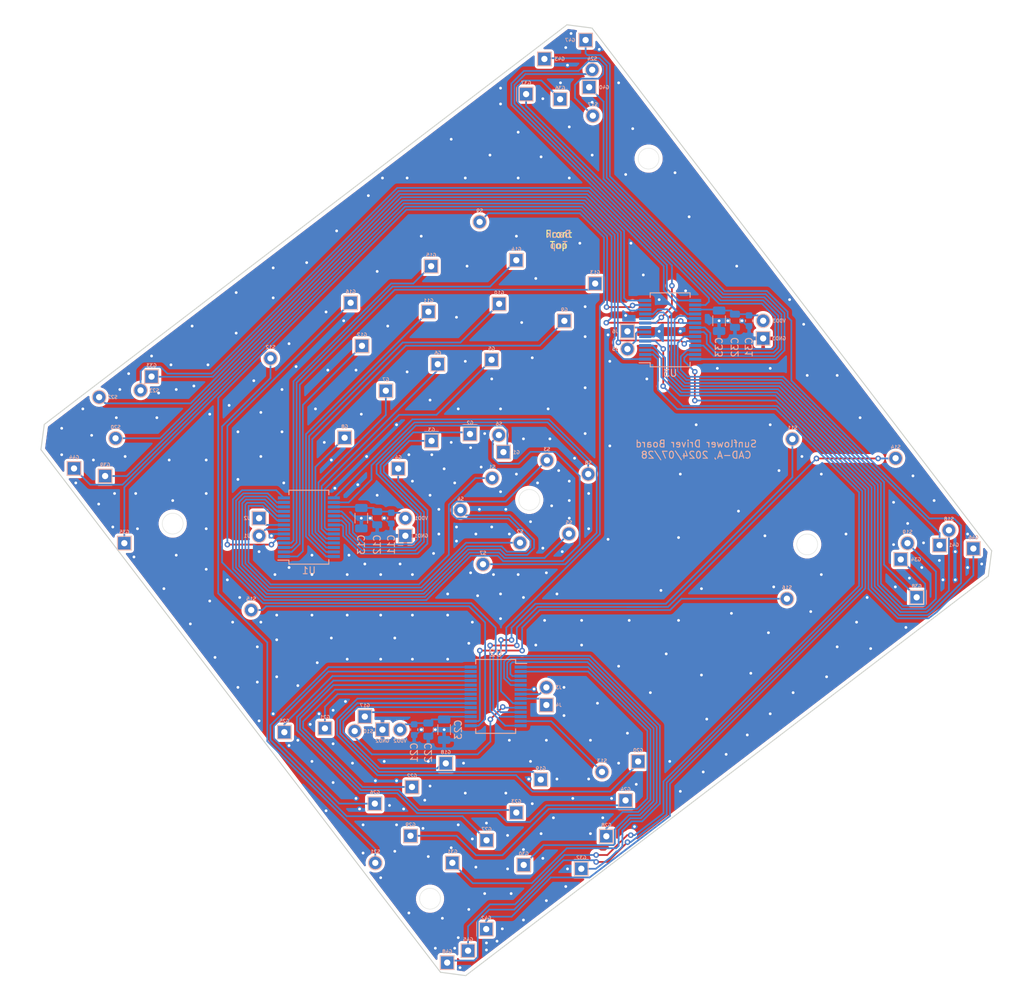
<source format=kicad_pcb>
(kicad_pcb (version 20171130) (host pcbnew 5.1.9+dfsg1-1+deb11u1)
  (layers (0 F.Cu signal) (31 B.Cu signal) (34 B.Paste user) (35 F.Paste user) (36 B.SilkS user) (37 F.SilkS user) (38 B.Mask user) (39 F.Mask user) (44 Edge.Cuts user))
  (net 0 "")
  (net 1 /matrix-1/SEG1)
  (net 2 /matrix-1/GRID1)
  (net 3 /matrix-1/SEG2)
  (net 4 /matrix-1/SEG3)
  (net 5 /matrix-1/SEG4)
  (net 6 /matrix-1/SEG5)
  (net 7 /matrix-1/SEG6)
  (net 8 /matrix-1/SEG7)
  (net 9 /matrix-1/SEG8)
  (net 10 /matrix-1/GRID2)
  (net 11 /matrix-1/GRID3)
  (net 12 /matrix-1/GRID4)
  (net 13 /matrix-1/GRID5)
  (net 14 /matrix-1/GRID6)
  (net 15 /matrix-1/GRID7)
  (net 16 /matrix-1/GRID8)
  (net 17 /matrix-1/GRID9)
  (net 18 /matrix-1/GRID10)
  (net 19 /matrix-1/GRID11)
  (net 20 /matrix-1/GRID12)
  (net 21 /matrix-1/GRID13)
  (net 22 /matrix-1/GRID14)
  (net 23 /matrix-1/GRID15)
  (net 24 /matrix-1/GRID16)
  (net 25 /matrix-2/SEG1)
  (net 26 /matrix-2/GRID1)
  (net 27 /matrix-2/SEG2)
  (net 28 /matrix-2/SEG3)
  (net 29 /matrix-2/SEG4)
  (net 30 /matrix-2/SEG5)
  (net 31 /matrix-2/SEG6)
  (net 32 /matrix-2/SEG7)
  (net 33 /matrix-2/SEG8)
  (net 34 /matrix-2/GRID2)
  (net 35 /matrix-2/GRID3)
  (net 36 /matrix-2/GRID4)
  (net 37 /matrix-2/GRID5)
  (net 38 /matrix-2/GRID6)
  (net 39 /matrix-2/GRID7)
  (net 40 /matrix-2/GRID8)
  (net 41 /matrix-2/GRID9)
  (net 42 /matrix-2/GRID10)
  (net 43 /matrix-2/GRID11)
  (net 44 /matrix-2/GRID12)
  (net 45 /matrix-2/GRID13)
  (net 46 /matrix-2/GRID14)
  (net 47 /matrix-2/GRID15)
  (net 48 /matrix-2/GRID16)
  (net 49 /matrix-3/SEG1)
  (net 50 /matrix-3/GRID1)
  (net 51 /matrix-3/SEG2)
  (net 52 /matrix-3/SEG3)
  (net 53 /matrix-3/SEG4)
  (net 54 /matrix-3/SEG5)
  (net 55 /matrix-3/SEG6)
  (net 56 /matrix-3/SEG7)
  (net 57 /matrix-3/SEG8)
  (net 58 /matrix-3/GRID2)
  (net 59 /matrix-3/GRID3)
  (net 60 /matrix-3/GRID4)
  (net 61 /matrix-3/GRID5)
  (net 62 /matrix-3/GRID6)
  (net 63 /matrix-3/GRID7)
  (net 64 /matrix-3/GRID8)
  (net 65 /matrix-3/GRID9)
  (net 66 /matrix-3/GRID10)
  (net 67 /matrix-3/GRID11)
  (net 68 /matrix-3/GRID12)
  (net 69 /matrix-3/GRID13)
  (net 70 /matrix-3/GRID14)
  (net 71 /matrix-3/GRID15)
  (net 72 /matrix-3/GRID16)
  (net 73 GND)
  (net 74 5V)
  (net 75 /matrix-1/DIN)
  (net 76 /matrix-1/SCLK)
  (net 77 /matrix-2/DIN)
  (net 78 /matrix-2/SCLK)
  (net 79 /matrix-3/DIN)
  (net 80 /matrix-3/SCLK)
  (module Package_SO:SSOP-28_5.3x10.2mm_P0.65mm (layer B.Cu) (at 70.104 103.886)
    (fp_text reference U1 (at 0 6.25) (layer B.SilkS) (effects (justify mirror)))
    (fp_text value TM1640)
    (pad 1 smd rect (at -3.6 4.225) (size 1.75 0.45) (layers B.Cu B.Paste B.Mask) (net 20 /matrix-1/GRID12))
    (pad 2 smd rect (at -3.6 3.575) (size 1.75 0.45) (layers B.Cu B.Paste B.Mask) (net 21 /matrix-1/GRID13))
    (pad 3 smd rect (at -3.6 2.925) (size 1.75 0.45) (layers B.Cu B.Paste B.Mask) (net 22 /matrix-1/GRID14))
    (pad 4 smd rect (at -3.6 2.275) (size 1.75 0.45) (layers B.Cu B.Paste B.Mask) (net 23 /matrix-1/GRID15))
    (pad 5 smd rect (at -3.6 1.625) (size 1.75 0.45) (layers B.Cu B.Paste B.Mask) (net 24 /matrix-1/GRID16))
    (pad 6 smd rect (at -3.6 0.975) (size 1.75 0.45) (layers B.Cu B.Paste B.Mask) (net 73 GND))
    (pad 7 smd rect (at -3.6 0.325) (size 1.75 0.45) (layers B.Cu B.Paste B.Mask) (net 75 /matrix-1/DIN))
    (pad 8 smd rect (at -3.6 -0.325) (size 1.75 0.45) (layers B.Cu B.Paste B.Mask) (net 76 /matrix-1/SCLK))
    (pad 9 smd rect (at -3.6 -0.975) (size 1.75 0.45) (layers B.Cu B.Paste B.Mask) (net 1 /matrix-1/SEG1))
    (pad 10 smd rect (at -3.6 -1.625) (size 1.75 0.45) (layers B.Cu B.Paste B.Mask) (net 3 /matrix-1/SEG2))
    (pad 11 smd rect (at -3.6 -2.275) (size 1.75 0.45) (layers B.Cu B.Paste B.Mask) (net 4 /matrix-1/SEG3))
    (pad 12 smd rect (at -3.6 -2.925) (size 1.75 0.45) (layers B.Cu B.Paste B.Mask) (net 5 /matrix-1/SEG4))
    (pad 13 smd rect (at -3.6 -3.575) (size 1.75 0.45) (layers B.Cu B.Paste B.Mask) (net 6 /matrix-1/SEG5))
    (pad 14 smd rect (at -3.6 -4.225) (size 1.75 0.45) (layers B.Cu B.Paste B.Mask) (net 7 /matrix-1/SEG6))
    (pad 15 smd rect (at 3.6 -4.225) (size 1.75 0.45) (layers B.Cu B.Paste B.Mask) (net 8 /matrix-1/SEG7))
    (pad 16 smd rect (at 3.6 -3.575) (size 1.75 0.45) (layers B.Cu B.Paste B.Mask) (net 9 /matrix-1/SEG8))
    (pad 17 smd rect (at 3.6 -2.925) (size 1.75 0.45) (layers B.Cu B.Paste B.Mask) (net 74 5V))
    (pad 18 smd rect (at 3.6 -2.275) (size 1.75 0.45) (layers B.Cu B.Paste B.Mask) (net 2 /matrix-1/GRID1))
    (pad 19 smd rect (at 3.6 -1.625) (size 1.75 0.45) (layers B.Cu B.Paste B.Mask) (net 10 /matrix-1/GRID2))
    (pad 20 smd rect (at 3.6 -0.975) (size 1.75 0.45) (layers B.Cu B.Paste B.Mask) (net 11 /matrix-1/GRID3))
    (pad 21 smd rect (at 3.6 -0.325) (size 1.75 0.45) (layers B.Cu B.Paste B.Mask) (net 12 /matrix-1/GRID4))
    (pad 22 smd rect (at 3.6 0.325) (size 1.75 0.45) (layers B.Cu B.Paste B.Mask) (net 13 /matrix-1/GRID5))
    (pad 23 smd rect (at 3.6 0.975) (size 1.75 0.45) (layers B.Cu B.Paste B.Mask) (net 14 /matrix-1/GRID6))
    (pad 24 smd rect (at 3.6 1.625) (size 1.75 0.45) (layers B.Cu B.Paste B.Mask) (net 15 /matrix-1/GRID7))
    (pad 25 smd rect (at 3.6 2.275) (size 1.75 0.45) (layers B.Cu B.Paste B.Mask) (net 16 /matrix-1/GRID8))
    (pad 26 smd rect (at 3.6 2.925) (size 1.75 0.45) (layers B.Cu B.Paste B.Mask) (net 17 /matrix-1/GRID9))
    (pad 27 smd rect (at 3.6 3.575) (size 1.75 0.45) (layers B.Cu B.Paste B.Mask) (net 18 /matrix-1/GRID10))
    (pad 28 smd rect (at 3.6 4.225) (size 1.75 0.45) (layers B.Cu B.Paste B.Mask) (net 19 /matrix-1/GRID11))
  )
  (module Capacitor_SMD:C_1206_3216Metric (layer B.Cu) (at 129.224477 74.138062 270)
    (fp_text reference C33 (at 3.81 0 90) (layer B.SilkS) (effects (justify mirror)))
    (fp_text value 47u)
    (pad 2 smd roundrect (at 1.475 0 270) (size 1.15 1.8) (layers B.Cu B.Paste B.Mask) (roundrect_rratio 0.2173904347826087) (net 73 GND))
    (pad 1 smd roundrect (at -1.475 0 270) (size 1.15 1.8) (layers B.Cu B.Paste B.Mask) (roundrect_rratio 0.2173904347826087) (net 74 5V))
  )
  (module Package_SO:SSOP-28_5.3x10.2mm_P0.65mm (layer B.Cu) (at 97.028 128.27 180)
    (fp_text reference U2 (at 0 6.25) (layer B.SilkS) (effects (justify mirror)))
    (fp_text value TM1640)
    (pad 1 smd rect (at -3.6 4.225 180) (size 1.75 0.45) (layers B.Cu B.Paste B.Mask) (net 44 /matrix-2/GRID12))
    (pad 2 smd rect (at -3.6 3.575 180) (size 1.75 0.45) (layers B.Cu B.Paste B.Mask) (net 45 /matrix-2/GRID13))
    (pad 3 smd rect (at -3.6 2.925 180) (size 1.75 0.45) (layers B.Cu B.Paste B.Mask) (net 46 /matrix-2/GRID14))
    (pad 4 smd rect (at -3.6 2.275 180) (size 1.75 0.45) (layers B.Cu B.Paste B.Mask) (net 47 /matrix-2/GRID15))
    (pad 5 smd rect (at -3.6 1.625 180) (size 1.75 0.45) (layers B.Cu B.Paste B.Mask) (net 48 /matrix-2/GRID16))
    (pad 6 smd rect (at -3.6 0.975 180) (size 1.75 0.45) (layers B.Cu B.Paste B.Mask) (net 73 GND))
    (pad 7 smd rect (at -3.6 0.325 180) (size 1.75 0.45) (layers B.Cu B.Paste B.Mask) (net 77 /matrix-2/DIN))
    (pad 8 smd rect (at -3.6 -0.325 180) (size 1.75 0.45) (layers B.Cu B.Paste B.Mask) (net 78 /matrix-2/SCLK))
    (pad 9 smd rect (at -3.6 -0.975 180) (size 1.75 0.45) (layers B.Cu B.Paste B.Mask) (net 25 /matrix-2/SEG1))
    (pad 10 smd rect (at -3.6 -1.625 180) (size 1.75 0.45) (layers B.Cu B.Paste B.Mask) (net 27 /matrix-2/SEG2))
    (pad 11 smd rect (at -3.6 -2.275 180) (size 1.75 0.45) (layers B.Cu B.Paste B.Mask) (net 28 /matrix-2/SEG3))
    (pad 12 smd rect (at -3.6 -2.925 180) (size 1.75 0.45) (layers B.Cu B.Paste B.Mask) (net 29 /matrix-2/SEG4))
    (pad 13 smd rect (at -3.6 -3.575 180) (size 1.75 0.45) (layers B.Cu B.Paste B.Mask) (net 30 /matrix-2/SEG5))
    (pad 14 smd rect (at -3.6 -4.225 180) (size 1.75 0.45) (layers B.Cu B.Paste B.Mask) (net 31 /matrix-2/SEG6))
    (pad 15 smd rect (at 3.6 -4.225 180) (size 1.75 0.45) (layers B.Cu B.Paste B.Mask) (net 32 /matrix-2/SEG7))
    (pad 16 smd rect (at 3.6 -3.575 180) (size 1.75 0.45) (layers B.Cu B.Paste B.Mask) (net 33 /matrix-2/SEG8))
    (pad 17 smd rect (at 3.6 -2.925 180) (size 1.75 0.45) (layers B.Cu B.Paste B.Mask) (net 74 5V))
    (pad 18 smd rect (at 3.6 -2.275 180) (size 1.75 0.45) (layers B.Cu B.Paste B.Mask) (net 26 /matrix-2/GRID1))
    (pad 19 smd rect (at 3.6 -1.625 180) (size 1.75 0.45) (layers B.Cu B.Paste B.Mask) (net 34 /matrix-2/GRID2))
    (pad 20 smd rect (at 3.6 -0.975 180) (size 1.75 0.45) (layers B.Cu B.Paste B.Mask) (net 35 /matrix-2/GRID3))
    (pad 21 smd rect (at 3.6 -0.325 180) (size 1.75 0.45) (layers B.Cu B.Paste B.Mask) (net 36 /matrix-2/GRID4))
    (pad 22 smd rect (at 3.6 0.325 180) (size 1.75 0.45) (layers B.Cu B.Paste B.Mask) (net 37 /matrix-2/GRID5))
    (pad 23 smd rect (at 3.6 0.975 180) (size 1.75 0.45) (layers B.Cu B.Paste B.Mask) (net 38 /matrix-2/GRID6))
    (pad 24 smd rect (at 3.6 1.625 180) (size 1.75 0.45) (layers B.Cu B.Paste B.Mask) (net 39 /matrix-2/GRID7))
    (pad 25 smd rect (at 3.6 2.275 180) (size 1.75 0.45) (layers B.Cu B.Paste B.Mask) (net 40 /matrix-2/GRID8))
    (pad 26 smd rect (at 3.6 2.925 180) (size 1.75 0.45) (layers B.Cu B.Paste B.Mask) (net 41 /matrix-2/GRID9))
    (pad 27 smd rect (at 3.6 3.575 180) (size 1.75 0.45) (layers B.Cu B.Paste B.Mask) (net 42 /matrix-2/GRID10))
    (pad 28 smd rect (at 3.6 4.225 180) (size 1.75 0.45) (layers B.Cu B.Paste B.Mask) (net 43 /matrix-2/GRID11))
  )
  (module Package_SO:SSOP-28_5.3x10.2mm_P0.65mm (layer B.Cu) (at 122.174 75.438)
    (fp_text reference U3 (at 0 6.25) (layer B.SilkS) (effects (justify mirror)))
    (fp_text value TM1640)
    (pad 28 smd rect (at 3.6 4.225) (size 1.75 0.45) (layers B.Cu B.Paste B.Mask) (net 67 /matrix-3/GRID11))
    (pad 27 smd rect (at 3.6 3.575) (size 1.75 0.45) (layers B.Cu B.Paste B.Mask) (net 66 /matrix-3/GRID10))
    (pad 26 smd rect (at 3.6 2.925) (size 1.75 0.45) (layers B.Cu B.Paste B.Mask) (net 65 /matrix-3/GRID9))
    (pad 25 smd rect (at 3.6 2.275) (size 1.75 0.45) (layers B.Cu B.Paste B.Mask) (net 64 /matrix-3/GRID8))
    (pad 24 smd rect (at 3.6 1.625) (size 1.75 0.45) (layers B.Cu B.Paste B.Mask) (net 63 /matrix-3/GRID7))
    (pad 23 smd rect (at 3.6 0.975) (size 1.75 0.45) (layers B.Cu B.Paste B.Mask) (net 62 /matrix-3/GRID6))
    (pad 22 smd rect (at 3.6 0.325) (size 1.75 0.45) (layers B.Cu B.Paste B.Mask) (net 61 /matrix-3/GRID5))
    (pad 21 smd rect (at 3.6 -0.325) (size 1.75 0.45) (layers B.Cu B.Paste B.Mask) (net 60 /matrix-3/GRID4))
    (pad 20 smd rect (at 3.6 -0.975) (size 1.75 0.45) (layers B.Cu B.Paste B.Mask) (net 59 /matrix-3/GRID3))
    (pad 19 smd rect (at 3.6 -1.625) (size 1.75 0.45) (layers B.Cu B.Paste B.Mask) (net 58 /matrix-3/GRID2))
    (pad 18 smd rect (at 3.6 -2.275) (size 1.75 0.45) (layers B.Cu B.Paste B.Mask) (net 50 /matrix-3/GRID1))
    (pad 17 smd rect (at 3.6 -2.925) (size 1.75 0.45) (layers B.Cu B.Paste B.Mask) (net 74 5V))
    (pad 16 smd rect (at 3.6 -3.575) (size 1.75 0.45) (layers B.Cu B.Paste B.Mask) (net 57 /matrix-3/SEG8))
    (pad 15 smd rect (at 3.6 -4.225) (size 1.75 0.45) (layers B.Cu B.Paste B.Mask) (net 56 /matrix-3/SEG7))
    (pad 14 smd rect (at -3.6 -4.225) (size 1.75 0.45) (layers B.Cu B.Paste B.Mask) (net 55 /matrix-3/SEG6))
    (pad 13 smd rect (at -3.6 -3.575) (size 1.75 0.45) (layers B.Cu B.Paste B.Mask) (net 54 /matrix-3/SEG5))
    (pad 12 smd rect (at -3.6 -2.925) (size 1.75 0.45) (layers B.Cu B.Paste B.Mask) (net 53 /matrix-3/SEG4))
    (pad 11 smd rect (at -3.6 -2.275) (size 1.75 0.45) (layers B.Cu B.Paste B.Mask) (net 52 /matrix-3/SEG3))
    (pad 10 smd rect (at -3.6 -1.625) (size 1.75 0.45) (layers B.Cu B.Paste B.Mask) (net 51 /matrix-3/SEG2))
    (pad 9 smd rect (at -3.6 -0.975) (size 1.75 0.45) (layers B.Cu B.Paste B.Mask) (net 49 /matrix-3/SEG1))
    (pad 8 smd rect (at -3.6 -0.325) (size 1.75 0.45) (layers B.Cu B.Paste B.Mask) (net 80 /matrix-3/SCLK))
    (pad 7 smd rect (at -3.6 0.325) (size 1.75 0.45) (layers B.Cu B.Paste B.Mask) (net 79 /matrix-3/DIN))
    (pad 6 smd rect (at -3.6 0.975) (size 1.75 0.45) (layers B.Cu B.Paste B.Mask) (net 73 GND))
    (pad 5 smd rect (at -3.6 1.625) (size 1.75 0.45) (layers B.Cu B.Paste B.Mask) (net 72 /matrix-3/GRID16))
    (pad 4 smd rect (at -3.6 2.275) (size 1.75 0.45) (layers B.Cu B.Paste B.Mask) (net 71 /matrix-3/GRID15))
    (pad 3 smd rect (at -3.6 2.925) (size 1.75 0.45) (layers B.Cu B.Paste B.Mask) (net 70 /matrix-3/GRID14))
    (pad 2 smd rect (at -3.6 3.575) (size 1.75 0.45) (layers B.Cu B.Paste B.Mask) (net 69 /matrix-3/GRID13))
    (pad 1 smd rect (at -3.6 4.225) (size 1.75 0.45) (layers B.Cu B.Paste B.Mask) (net 68 /matrix-3/GRID12))
  )
  (module sunflower:Link_Round (layer B.Cu) (at 97.484089 90.610486)
    (fp_text reference S6 (at 0.01 -1.6) (layer B.SilkS) (effects (font (size 0.5 0.5) (thickness 0.1)) (justify mirror)))
    (fp_text value Conn_01x01)
    (pad 1 thru_hole circle (at 0 0) (size 1.8 1.8) (drill 0.9) (layers *.Cu *.Mask) (net 7 /matrix-1/SEG6))
  )
  (module sunflower:Link_Square (layer B.Cu) (at 160.999412 106.473216)
    (fp_text reference G41 (at 2.061065 -0.025154) (layer B.SilkS) (effects (font (size 0.5 0.5) (thickness 0.1)) (justify mirror)))
    (fp_text value Conn_01x01)
    (pad 1 thru_hole rect (at 0 0) (size 1.8 1.8) (drill 0.9) (layers *.Cu *.Mask) (net 65 /matrix-3/GRID9))
  )
  (module sunflower:Link_Square (layer B.Cu) (at 98.141489 93.063938)
    (fp_text reference G1 (at 1.868988 0.034124) (layer B.SilkS) (effects (font (size 0.5 0.5) (thickness 0.1)) (justify mirror)))
    (fp_text value Conn_01x01)
    (pad 1 thru_hole rect (at 0 0) (size 1.8 1.8) (drill 0.9) (layers *.Cu *.Mask) (net 2 /matrix-1/GRID1))
  )
  (module sunflower:Link_Square (layer B.Cu) (at 93.32431 90.466117)
    (fp_text reference G2 (at 0.01 -1.6) (layer B.SilkS) (effects (font (size 0.5 0.5) (thickness 0.1)) (justify mirror)))
    (fp_text value Conn_01x01)
    (pad 1 thru_hole rect (at 0 0) (size 1.8 1.8) (drill 0.9) (layers *.Cu *.Mask) (net 10 /matrix-1/GRID2))
  )
  (module sunflower:Link_Square (layer B.Cu) (at 87.784864 91.446859)
    (fp_text reference G3 (at 0.01 -1.6) (layer B.SilkS) (effects (font (size 0.5 0.5) (thickness 0.1)) (justify mirror)))
    (fp_text value Conn_01x01)
    (pad 1 thru_hole rect (at 0 0) (size 1.8 1.8) (drill 0.9) (layers *.Cu *.Mask) (net 11 /matrix-1/GRID3))
  )
  (module sunflower:Link_Square (layer B.Cu) (at 82.974182 95.43793)
    (fp_text reference G4 (at 0.01 -1.6) (layer B.SilkS) (effects (font (size 0.5 0.5) (thickness 0.1)) (justify mirror)))
    (fp_text value Conn_01x01)
    (pad 1 thru_hole rect (at 0 0) (size 1.8 1.8) (drill 0.9) (layers *.Cu *.Mask) (net 12 /matrix-1/GRID4))
  )
  (module sunflower:Link_Square (layer B.Cu) (at 96.431602 79.762476)
    (fp_text reference G5 (at 0.01 -1.6) (layer B.SilkS) (effects (font (size 0.5 0.5) (thickness 0.1)) (justify mirror)))
    (fp_text value Conn_01x01)
    (pad 1 thru_hole rect (at 0 0) (size 1.8 1.8) (drill 0.9) (layers *.Cu *.Mask) (net 13 /matrix-1/GRID5))
  )
  (module sunflower:Link_Square (layer B.Cu) (at 88.683876 80.399837)
    (fp_text reference G6 (at 0.01 -1.6) (layer B.SilkS) (effects (font (size 0.5 0.5) (thickness 0.1)) (justify mirror)))
    (fp_text value Conn_01x01)
    (pad 1 thru_hole rect (at 0 0) (size 1.8 1.8) (drill 0.9) (layers *.Cu *.Mask) (net 14 /matrix-1/GRID6))
  )
  (module sunflower:Link_Square (layer B.Cu) (at 81.195598 84.221183)
    (fp_text reference G7 (at 0.01 -1.6) (layer B.SilkS) (effects (font (size 0.5 0.5) (thickness 0.1)) (justify mirror)))
    (fp_text value Conn_01x01)
    (pad 1 thru_hole rect (at 0 0) (size 1.8 1.8) (drill 0.9) (layers *.Cu *.Mask) (net 15 /matrix-1/GRID7))
  )
  (module sunflower:Link_Square (layer B.Cu) (at 75.25791 90.994566)
    (fp_text reference G8 (at 0.01 -1.6) (layer B.SilkS) (effects (font (size 0.5 0.5) (thickness 0.1)) (justify mirror)))
    (fp_text value Conn_01x01)
    (pad 1 thru_hole rect (at 0 0) (size 1.8 1.8) (drill 0.9) (layers *.Cu *.Mask) (net 16 /matrix-1/GRID8))
  )
  (module sunflower:Link_Square (layer B.Cu) (at 106.925511 74.153835)
    (fp_text reference G9 (at 0.01 -1.6) (layer B.SilkS) (effects (font (size 0.5 0.5) (thickness 0.1)) (justify mirror)))
    (fp_text value Conn_01x01)
    (pad 1 thru_hole rect (at 0 0) (size 1.8 1.8) (drill 0.9) (layers *.Cu *.Mask) (net 17 /matrix-1/GRID9))
  )
  (module sunflower:Link_Square (layer B.Cu) (at 97.524136 71.700073)
    (fp_text reference G10 (at 0.01 -1.6) (layer B.SilkS) (effects (font (size 0.5 0.5) (thickness 0.1)) (justify mirror)))
    (fp_text value Conn_01x01)
    (pad 1 thru_hole rect (at 0 0) (size 1.8 1.8) (drill 0.9) (layers *.Cu *.Mask) (net 18 /matrix-1/GRID10))
  )
  (module sunflower:Link_Square (layer B.Cu) (at 87.333737 72.836949)
    (fp_text reference G11 (at 0.01 -1.6) (layer B.SilkS) (effects (font (size 0.5 0.5) (thickness 0.1)) (justify mirror)))
    (fp_text value Conn_01x01)
    (pad 1 thru_hole rect (at 0 0) (size 1.8 1.8) (drill 0.9) (layers *.Cu *.Mask) (net 19 /matrix-1/GRID11))
  )
  (module sunflower:Link_Square (layer B.Cu) (at 77.754778 77.754666)
    (fp_text reference G12 (at 0.01 -1.6) (layer B.SilkS) (effects (font (size 0.5 0.5) (thickness 0.1)) (justify mirror)))
    (fp_text value Conn_01x01)
    (pad 1 thru_hole rect (at 0 0) (size 1.8 1.8) (drill 0.9) (layers *.Cu *.Mask) (net 20 /matrix-1/GRID12))
  )
  (module sunflower:Link_Square (layer B.Cu) (at 111.365416 68.774046)
    (fp_text reference G13 (at 0.01 -1.6) (layer B.SilkS) (effects (font (size 0.5 0.5) (thickness 0.1)) (justify mirror)))
    (fp_text value Conn_01x01)
    (pad 1 thru_hole rect (at 0 0) (size 1.8 1.8) (drill 0.9) (layers *.Cu *.Mask) (net 21 /matrix-1/GRID13))
  )
  (module sunflower:Link_Square (layer B.Cu) (at 100.000104 65.416548)
    (fp_text reference G14 (at 0.01 -1.6) (layer B.SilkS) (effects (font (size 0.5 0.5) (thickness 0.1)) (justify mirror)))
    (fp_text value Conn_01x01)
    (pad 1 thru_hole rect (at 0 0) (size 1.8 1.8) (drill 0.9) (layers *.Cu *.Mask) (net 22 /matrix-1/GRID14))
  )
  (module sunflower:Link_Square (layer B.Cu) (at 87.725815 66.276612)
    (fp_text reference G15 (at 0.01 -1.6) (layer B.SilkS) (effects (font (size 0.5 0.5) (thickness 0.1)) (justify mirror)))
    (fp_text value Conn_01x01)
    (pad 1 thru_hole rect (at 0 0) (size 1.8 1.8) (drill 0.9) (layers *.Cu *.Mask) (net 23 /matrix-1/GRID15))
  )
  (module sunflower:Link_Square (layer B.Cu) (at 78.166096 131.181806)
    (fp_text reference G17 (at 0.01 -1.6) (layer B.SilkS) (effects (font (size 0.5 0.5) (thickness 0.1)) (justify mirror)))
    (fp_text value Conn_01x01)
    (pad 1 thru_hole rect (at 0 0) (size 1.8 1.8) (drill 0.9) (layers *.Cu *.Mask) (net 26 /matrix-2/GRID1))
  )
  (module sunflower:Link_Square (layer B.Cu) (at 89.839052 137.920589)
    (fp_text reference G18 (at 0.01 -1.6) (layer B.SilkS) (effects (font (size 0.5 0.5) (thickness 0.1)) (justify mirror)))
    (fp_text value Conn_01x01)
    (pad 1 thru_hole rect (at 0 0) (size 1.8 1.8) (drill 0.9) (layers *.Cu *.Mask) (net 34 /matrix-2/GRID2))
  )
  (module sunflower:Link_Square (layer B.Cu) (at 103.522366 140.262726)
    (fp_text reference G19 (at 0.01 -1.6) (layer B.SilkS) (effects (font (size 0.5 0.5) (thickness 0.1)) (justify mirror)))
    (fp_text value Conn_01x01)
    (pad 1 thru_hole rect (at 0 0) (size 1.8 1.8) (drill 0.9) (layers *.Cu *.Mask) (net 35 /matrix-2/GRID3))
  )
  (module sunflower:Link_Square (layer B.Cu) (at 117.556827 137.651159)
    (fp_text reference G20 (at 0.01 -1.6) (layer B.SilkS) (effects (font (size 0.5 0.5) (thickness 0.1)) (justify mirror)))
    (fp_text value Conn_01x01)
    (pad 1 thru_hole rect (at 0 0) (size 1.8 1.8) (drill 0.9) (layers *.Cu *.Mask) (net 36 /matrix-2/GRID4))
  )
  (module sunflower:Link_Square (layer B.Cu) (at 72.416832 132.872033)
    (fp_text reference G21 (at 0.01 -1.6) (layer B.SilkS) (effects (font (size 0.5 0.5) (thickness 0.1)) (justify mirror)))
    (fp_text value Conn_01x01)
    (pad 1 thru_hole rect (at 0 0) (size 1.8 1.8) (drill 0.9) (layers *.Cu *.Mask) (net 37 /matrix-2/GRID5))
  )
  (module sunflower:Link_Square (layer B.Cu) (at 84.959012 141.324156)
    (fp_text reference G22 (at 0.01 -1.6) (layer B.SilkS) (effects (font (size 0.5 0.5) (thickness 0.1)) (justify mirror)))
    (fp_text value Conn_01x01)
    (pad 1 thru_hole rect (at 0 0) (size 1.8 1.8) (drill 0.9) (layers *.Cu *.Mask) (net 38 /matrix-2/GRID6))
  )
  (module sunflower:Link_Square (layer B.Cu) (at 99.999773 145.016607)
    (fp_text reference G23 (at 0.01 -1.6) (layer B.SilkS) (effects (font (size 0.5 0.5) (thickness 0.1)) (justify mirror)))
    (fp_text value Conn_01x01)
    (pad 1 thru_hole rect (at 0 0) (size 1.8 1.8) (drill 0.9) (layers *.Cu *.Mask) (net 39 /matrix-2/GRID7))
  )
  (module sunflower:Link_Square (layer B.Cu) (at 115.744334 143.257908)
    (fp_text reference G24 (at 0.01 -1.6) (layer B.SilkS) (effects (font (size 0.5 0.5) (thickness 0.1)) (justify mirror)))
    (fp_text value Conn_01x01)
    (pad 1 thru_hole rect (at 0 0) (size 1.8 1.8) (drill 0.9) (layers *.Cu *.Mask) (net 40 /matrix-2/GRID8))
  )
  (module sunflower:Link_Square (layer B.Cu) (at 66.570775 133.428856)
    (fp_text reference G25 (at 0.01 -1.6) (layer B.SilkS) (effects (font (size 0.5 0.5) (thickness 0.1)) (justify mirror)))
    (fp_text value Conn_01x01)
    (pad 1 thru_hole rect (at 0 0) (size 1.8 1.8) (drill 0.9) (layers *.Cu *.Mask) (net 41 /matrix-2/GRID9))
  )
  (module sunflower:Link_Square (layer B.Cu) (at 79.609763 143.726347)
    (fp_text reference G26 (at 0.01 -1.6) (layer B.SilkS) (effects (font (size 0.5 0.5) (thickness 0.1)) (justify mirror)))
    (fp_text value Conn_01x01)
    (pad 1 thru_hole rect (at 0 0) (size 1.8 1.8) (drill 0.9) (layers *.Cu *.Mask) (net 42 /matrix-2/GRID10))
  )
  (module sunflower:Link_Square (layer B.Cu) (at 95.711718 149.011905)
    (fp_text reference G27 (at 0.01 -1.6) (layer B.SilkS) (effects (font (size 0.5 0.5) (thickness 0.1)) (justify mirror)))
    (fp_text value Conn_01x01)
    (pad 1 thru_hole rect (at 0 0) (size 1.8 1.8) (drill 0.9) (layers *.Cu *.Mask) (net 43 /matrix-2/GRID11))
  )
  (module sunflower:Link_Square (layer B.Cu) (at 112.975293 148.425653)
    (fp_text reference G28 (at 0.01 -1.6) (layer B.SilkS) (effects (font (size 0.5 0.5) (thickness 0.1)) (justify mirror)))
    (fp_text value Conn_01x01)
    (pad 1 thru_hole rect (at 0 0) (size 1.8 1.8) (drill 0.9) (layers *.Cu *.Mask) (net 44 /matrix-2/GRID12))
  )
  (module sunflower:Link_Square (layer B.Cu) (at 84.751055 148.362405)
    (fp_text reference G29 (at 0.01 -1.6) (layer B.SilkS) (effects (font (size 0.5 0.5) (thickness 0.1)) (justify mirror)))
    (fp_text value Conn_01x01)
    (pad 1 thru_hole rect (at 0 0) (size 1.8 1.8) (drill 0.9) (layers *.Cu *.Mask) (net 45 /matrix-2/GRID13))
  )
  (module sunflower:Link_Square (layer B.Cu) (at 101.066678 152.562298)
    (fp_text reference G30 (at 0.01 -1.6) (layer B.SilkS) (effects (font (size 0.5 0.5) (thickness 0.1)) (justify mirror)))
    (fp_text value Conn_01x01)
    (pad 1 thru_hole rect (at 0 0) (size 1.8 1.8) (drill 0.9) (layers *.Cu *.Mask) (net 46 /matrix-2/GRID14))
  )
  (module sunflower:Link_Square (layer B.Cu) (at 90.785752 152.25448)
    (fp_text reference G31 (at 0.01 -1.6) (layer B.SilkS) (effects (font (size 0.5 0.5) (thickness 0.1)) (justify mirror)))
    (fp_text value Conn_01x01)
    (pad 1 thru_hole rect (at 0 0) (size 1.8 1.8) (drill 0.9) (layers *.Cu *.Mask) (net 47 /matrix-2/GRID15))
  )
  (module sunflower:Link_Square (layer B.Cu) (at 47.430638 82.181328)
    (fp_text reference G33 (at 0.01 -1.6) (layer B.SilkS) (effects (font (size 0.5 0.5) (thickness 0.1)) (justify mirror)))
    (fp_text value Conn_01x01)
    (pad 1 thru_hole rect (at 0 0) (size 1.8 1.8) (drill 0.9) (layers *.Cu *.Mask) (net 50 /matrix-3/GRID1))
  )
  (module sunflower:Link_Square (layer B.Cu) (at 155.405119 108.531957)
    (fp_text reference G34 (at 2.205358 0.016105) (layer B.SilkS) (effects (font (size 0.5 0.5) (thickness 0.1)) (justify mirror)))
    (fp_text value Conn_01x01)
    (pad 1 thru_hole rect (at 0 0) (size 1.8 1.8) (drill 0.9) (layers *.Cu *.Mask) (net 58 /matrix-3/GRID2))
  )
  (module sunflower:Link_Square (layer B.Cu) (at 43.51 106.19)
    (fp_text reference G35 (at 0.01 -1.6) (layer B.SilkS) (effects (font (size 0.5 0.5) (thickness 0.1)) (justify mirror)))
    (fp_text value Conn_01x01)
    (pad 1 thru_hole rect (at 0 0) (size 1.8 1.8) (drill 0.9) (layers *.Cu *.Mask) (net 59 /matrix-3/GRID3))
  )
  (module sunflower:Link_Square (layer B.Cu) (at 106.312274 42.205966)
    (fp_text reference G36 (at 0.01 -1.6) (layer B.SilkS) (effects (font (size 0.5 0.5) (thickness 0.1)) (justify mirror)))
    (fp_text value Conn_01x01)
    (pad 1 thru_hole rect (at 0 0) (size 1.8 1.8) (drill 0.9) (layers *.Cu *.Mask) (net 60 /matrix-3/GRID4))
  )
  (module sunflower:Link_Square (layer B.Cu) (at 101.41 41.47)
    (fp_text reference G37 (at 0.01 -1.6) (layer B.SilkS) (effects (font (size 0.5 0.5) (thickness 0.1)) (justify mirror)))
    (fp_text value Conn_01x01)
    (pad 1 thru_hole rect (at 0 0) (size 1.8 1.8) (drill 0.9) (layers *.Cu *.Mask) (net 61 /matrix-3/GRID5))
  )
  (module sunflower:Link_Square (layer B.Cu) (at 157.698852 113.989468)
    (fp_text reference G38 (at 0.01 -1.6) (layer B.SilkS) (effects (font (size 0.5 0.5) (thickness 0.1)) (justify mirror)))
    (fp_text value Conn_01x01)
    (pad 1 thru_hole rect (at 0 0) (size 1.8 1.8) (drill 0.9) (layers *.Cu *.Mask) (net 62 /matrix-3/GRID6))
  )
  (module sunflower:Link_Square (layer B.Cu) (at 40.742051 96.513347)
    (fp_text reference G39 (at 0.01 -1.6) (layer B.SilkS) (effects (font (size 0.5 0.5) (thickness 0.1)) (justify mirror)))
    (fp_text value Conn_01x01)
    (pad 1 thru_hole rect (at 0 0) (size 1.8 1.8) (drill 0.9) (layers *.Cu *.Mask) (net 63 /matrix-3/GRID7))
  )
  (module sunflower:Link_Square (layer B.Cu) (at 110.496779 40.47292)
    (fp_text reference G40 (at 2.163698 0.025142) (layer B.SilkS) (effects (font (size 0.5 0.5) (thickness 0.1)) (justify mirror)))
    (fp_text value Conn_01x01)
    (pad 1 thru_hole rect (at 0 0) (size 1.8 1.8) (drill 0.9) (layers *.Cu *.Mask) (net 64 /matrix-3/GRID8))
  )
  (module sunflower:Link_Square (layer B.Cu) (at 95.66 161.81)
    (fp_text reference G42 (at 0.01 -1.6) (layer B.SilkS) (effects (font (size 0.5 0.5) (thickness 0.1)) (justify mirror)))
    (fp_text value Conn_01x01)
    (pad 1 thru_hole rect (at 0 0) (size 1.8 1.8) (drill 0.9) (layers *.Cu *.Mask) (net 66 /matrix-3/GRID10))
  )
  (module sunflower:Link_Square (layer B.Cu) (at 104.048316 36.40772)
    (fp_text reference G43 (at 2.212161 -0.009658) (layer B.SilkS) (effects (font (size 0.5 0.5) (thickness 0.1)) (justify mirror)))
    (fp_text value Conn_01x01)
    (pad 1 thru_hole rect (at 0 0) (size 1.8 1.8) (drill 0.9) (layers *.Cu *.Mask) (net 67 /matrix-3/GRID11))
  )
  (module sunflower:Link_Square (layer B.Cu) (at 36.26 95.42)
    (fp_text reference G44 (at 0.01 -1.6) (layer B.SilkS) (effects (font (size 0.5 0.5) (thickness 0.1)) (justify mirror)))
    (fp_text value Conn_01x01)
    (pad 1 thru_hole rect (at 0 0) (size 1.8 1.8) (drill 0.9) (layers *.Cu *.Mask) (net 68 /matrix-3/GRID12))
  )
  (module sunflower:Link_Square (layer B.Cu) (at 93.044912 164.91792)
    (fp_text reference G45 (at 0.01 -1.6) (layer B.SilkS) (effects (font (size 0.5 0.5) (thickness 0.1)) (justify mirror)))
    (fp_text value Conn_01x01)
    (pad 1 thru_hole rect (at 0 0) (size 1.8 1.8) (drill 0.9) (layers *.Cu *.Mask) (net 69 /matrix-3/GRID13))
  )
  (module sunflower:Link_Square (layer B.Cu) (at 165.87 106.97)
    (fp_text reference G46 (at 0.01 -1.6) (layer B.SilkS) (effects (font (size 0.5 0.5) (thickness 0.1)) (justify mirror)))
    (fp_text value Conn_01x01)
    (pad 1 thru_hole rect (at 0 0) (size 1.8 1.8) (drill 0.9) (layers *.Cu *.Mask) (net 70 /matrix-3/GRID14))
  )
  (module sunflower:Link_Round (layer B.Cu) (at 96.520051 96.811214)
    (fp_text reference S1 (at 0.01 -1.6) (layer B.SilkS) (effects (font (size 0.5 0.5) (thickness 0.1)) (justify mirror)))
    (fp_text value Conn_01x01)
    (pad 1 thru_hole circle (at 0 0) (size 1.8 1.8) (drill 0.9) (layers *.Cu *.Mask) (net 1 /matrix-1/SEG1))
  )
  (module sunflower:Link_Round (layer B.Cu) (at 100.535924 106.125638)
    (fp_text reference S2 (at 0.01 -1.6) (layer B.SilkS) (effects (font (size 0.5 0.5) (thickness 0.1)) (justify mirror)))
    (fp_text value Conn_01x01)
    (pad 1 thru_hole circle (at 0 0) (size 1.8 1.8) (drill 0.9) (layers *.Cu *.Mask) (net 3 /matrix-1/SEG2))
  )
  (module sunflower:Link_Round (layer B.Cu) (at 104.410827 94.251699)
    (fp_text reference S3 (at 0.01 -1.6) (layer B.SilkS) (effects (font (size 0.5 0.5) (thickness 0.1)) (justify mirror)))
    (fp_text value Conn_01x01)
    (pad 1 thru_hole circle (at 0 0) (size 1.8 1.8) (drill 0.9) (layers *.Cu *.Mask) (net 4 /matrix-1/SEG3))
  )
  (module sunflower:Link_Round (layer B.Cu) (at 91.95412 101.418705)
    (fp_text reference S4 (at 0.01 -1.6) (layer B.SilkS) (effects (font (size 0.5 0.5) (thickness 0.1)) (justify mirror)))
    (fp_text value Conn_01x01)
    (pad 1 thru_hole circle (at 0 0) (size 1.8 1.8) (drill 0.9) (layers *.Cu *.Mask) (net 5 /matrix-1/SEG4))
  )
  (module sunflower:Link_Round (layer B.Cu) (at 107.577395 104.827335)
    (fp_text reference S5 (at 0.01 -1.6) (layer B.SilkS) (effects (font (size 0.5 0.5) (thickness 0.1)) (justify mirror)))
    (fp_text value Conn_01x01)
    (pad 1 thru_hole circle (at 0 0) (size 1.8 1.8) (drill 0.9) (layers *.Cu *.Mask) (net 6 /matrix-1/SEG5))
  )
  (module sunflower:Link_Round (layer B.Cu) (at 95.198809 109.222998)
    (fp_text reference S7 (at 0.01 -1.6) (layer B.SilkS) (effects (font (size 0.5 0.5) (thickness 0.1)) (justify mirror)))
    (fp_text value Conn_01x01)
    (pad 1 thru_hole circle (at 0 0) (size 1.8 1.8) (drill 0.9) (layers *.Cu *.Mask) (net 8 /matrix-1/SEG7))
  )
  (module sunflower:Link_Round (layer B.Cu) (at 110.363 96.228179)
    (fp_text reference S8 (at 0.01 -1.6) (layer B.SilkS) (effects (font (size 0.5 0.5) (thickness 0.1)) (justify mirror)))
    (fp_text value Conn_01x01)
    (pad 1 thru_hole circle (at 0 0) (size 1.8 1.8) (drill 0.9) (layers *.Cu *.Mask) (net 9 /matrix-1/SEG8))
  )
  (module sunflower:Link_Round (layer B.Cu) (at 94.719777 59.891607)
    (fp_text reference S9 (at 0.01 -1.6) (layer B.SilkS) (effects (font (size 0.5 0.5) (thickness 0.1)) (justify mirror)))
    (fp_text value Conn_01x01)
    (pad 1 thru_hole circle (at 0 0) (size 1.8 1.8) (drill 0.9) (layers *.Cu *.Mask) (net 25 /matrix-2/SEG1))
  )
  (module sunflower:Link_Round (layer B.Cu) (at 76.709204 133.262446)
    (fp_text reference S10 (at 1.951273 0.035616) (layer B.SilkS) (effects (font (size 0.5 0.5) (thickness 0.1)) (justify mirror)))
    (fp_text value Conn_01x01)
    (pad 1 thru_hole circle (at 0 0) (size 1.8 1.8) (drill 0.9) (layers *.Cu *.Mask) (net 27 /matrix-2/SEG2))
  )
  (module sunflower:Link_Round (layer B.Cu) (at 139.790982 91.178704)
    (fp_text reference S11 (at 0.01 -1.6) (layer B.SilkS) (effects (font (size 0.5 0.5) (thickness 0.1)) (justify mirror)))
    (fp_text value Conn_01x01)
    (pad 1 thru_hole circle (at 0 0) (size 1.8 1.8) (drill 0.9) (layers *.Cu *.Mask) (net 28 /matrix-2/SEG3))
  )
  (module sunflower:Link_Round (layer B.Cu) (at 64.573156 79.546128)
    (fp_text reference S12 (at 0.01 -1.6) (layer B.SilkS) (effects (font (size 0.5 0.5) (thickness 0.1)) (justify mirror)))
    (fp_text value Conn_01x01)
    (pad 1 thru_hole circle (at 0 0) (size 1.8 1.8) (drill 0.9) (layers *.Cu *.Mask) (net 29 /matrix-2/SEG4))
  )
  (module sunflower:Link_Round (layer B.Cu) (at 112.346035 139.157128)
    (fp_text reference S13 (at 0.01 -1.6) (layer B.SilkS) (effects (font (size 0.5 0.5) (thickness 0.1)) (justify mirror)))
    (fp_text value Conn_01x01)
    (pad 1 thru_hole circle (at 0 0) (size 1.8 1.8) (drill 0.9) (layers *.Cu *.Mask) (net 30 /matrix-2/SEG5))
  )
  (module sunflower:Link_Round (layer B.Cu) (at 154.664068 93.943054)
    (fp_text reference S14 (at 0.01 -1.6) (layer B.SilkS) (effects (font (size 0.5 0.5) (thickness 0.1)) (justify mirror)))
    (fp_text value Conn_01x01)
    (pad 1 thru_hole circle (at 0 0) (size 1.8 1.8) (drill 0.9) (layers *.Cu *.Mask) (net 31 /matrix-2/SEG6))
  )
  (module sunflower:Link_Round (layer B.Cu) (at 61.792553 115.825874)
    (fp_text reference S15 (at 0.01 -1.6) (layer B.SilkS) (effects (font (size 0.5 0.5) (thickness 0.1)) (justify mirror)))
    (fp_text value Conn_01x01)
    (pad 1 thru_hole circle (at 0 0) (size 1.8 1.8) (drill 0.9) (layers *.Cu *.Mask) (net 32 /matrix-2/SEG7))
  )
  (module sunflower:Link_Round (layer B.Cu) (at 139.000543 114.195204)
    (fp_text reference S16 (at 0.01 -1.6) (layer B.SilkS) (effects (font (size 0.5 0.5) (thickness 0.1)) (justify mirror)))
    (fp_text value Conn_01x01)
    (pad 1 thru_hole circle (at 0 0) (size 1.8 1.8) (drill 0.9) (layers *.Cu *.Mask) (net 33 /matrix-2/SEG8))
  )
  (module sunflower:Link_Round (layer B.Cu) (at 111.029568 44.583)
    (fp_text reference S17 (at 0.01 -1.6) (layer B.SilkS) (effects (font (size 0.5 0.5) (thickness 0.1)) (justify mirror)))
    (fp_text value Conn_01x01)
    (pad 1 thru_hole circle (at 0 0) (size 1.8 1.8) (drill 0.9) (layers *.Cu *.Mask) (net 49 /matrix-3/SEG1))
  )
  (module sunflower:Link_Round (layer B.Cu) (at 162.345406 104.319174)
    (fp_text reference S18 (at 0.01 -1.6) (layer B.SilkS) (effects (font (size 0.5 0.5) (thickness 0.1)) (justify mirror)))
    (fp_text value Conn_01x01)
    (pad 1 thru_hole circle (at 0 0) (size 1.8 1.8) (drill 0.9) (layers *.Cu *.Mask) (net 51 /matrix-3/SEG2))
  )
  (module sunflower:Link_Round (layer B.Cu) (at 156.377135 106.185303)
    (fp_text reference S19 (at 0.01 -1.6) (layer B.SilkS) (effects (font (size 0.5 0.5) (thickness 0.1)) (justify mirror)))
    (fp_text value Conn_01x01)
    (pad 1 thru_hole circle (at 0 0) (size 1.8 1.8) (drill 0.9) (layers *.Cu *.Mask) (net 52 /matrix-3/SEG3))
  )
  (module sunflower:Link_Round (layer B.Cu) (at 42.246701 91.072607)
    (fp_text reference S20 (at 0.01 -1.6) (layer B.SilkS) (effects (font (size 0.5 0.5) (thickness 0.1)) (justify mirror)))
    (fp_text value Conn_01x01)
    (pad 1 thru_hole circle (at 0 0) (size 1.8 1.8) (drill 0.9) (layers *.Cu *.Mask) (net 53 /matrix-3/SEG4))
  )
  (module sunflower:Link_Round (layer B.Cu) (at 79.677765 152.266742)
    (fp_text reference S21 (at 0.01 -1.6) (layer B.SilkS) (effects (font (size 0.5 0.5) (thickness 0.1)) (justify mirror)))
    (fp_text value Conn_01x01)
    (pad 1 thru_hole circle (at 0 0) (size 1.8 1.8) (drill 0.9) (layers *.Cu *.Mask) (net 54 /matrix-3/SEG5))
  )
  (module sunflower:Link_Round (layer B.Cu) (at 39.882458 85.141438)
    (fp_text reference S22 (at 1.928019 0.006624) (layer B.SilkS) (effects (font (size 0.5 0.5) (thickness 0.1)) (justify mirror)))
    (fp_text value Conn_01x01)
    (pad 1 thru_hole circle (at 0 0) (size 1.8 1.8) (drill 0.9) (layers *.Cu *.Mask) (net 55 /matrix-3/SEG6))
  )
  (module sunflower:Link_Round (layer B.Cu) (at 45.84945 84.169152)
    (fp_text reference S23 (at 1.961027 0.02891) (layer B.SilkS) (effects (font (size 0.5 0.5) (thickness 0.1)) (justify mirror)))
    (fp_text value Conn_01x01)
    (pad 1 thru_hole circle (at 0 0) (size 1.8 1.8) (drill 0.9) (layers *.Cu *.Mask) (net 56 /matrix-3/SEG7))
  )
  (module sunflower:Link_Round (layer B.Cu) (at 110.937867 37.971512)
    (fp_text reference S24 (at 0.01 -1.6) (layer B.SilkS) (effects (font (size 0.5 0.5) (thickness 0.1)) (justify mirror)))
    (fp_text value Conn_01x01)
    (pad 1 thru_hole circle (at 0 0) (size 1.8 1.8) (drill 0.9) (layers *.Cu *.Mask) (net 57 /matrix-3/SEG8))
  )
  (module sunflower:Link_Square (layer B.Cu) (at 76.122098 71.543224)
    (fp_text reference G16 (at 0.01 -1.6) (layer B.SilkS) (effects (font (size 0.5 0.5) (thickness 0.1)) (justify mirror)))
    (fp_text value Conn_01x01)
    (pad 1 thru_hole rect (at 0 0) (size 1.8 1.8) (drill 0.9) (layers *.Cu *.Mask) (net 24 /matrix-1/GRID16))
  )
  (module sunflower:Link_Square (layer B.Cu) (at 109.364467 153.110749)
    (fp_text reference G32 (at 0.01 -1.6) (layer B.SilkS) (effects (font (size 0.5 0.5) (thickness 0.1)) (justify mirror)))
    (fp_text value Conn_01x01)
    (pad 1 thru_hole rect (at 0 0) (size 1.8 1.8) (drill 0.9) (layers *.Cu *.Mask) (net 48 /matrix-2/GRID16))
  )
  (module sunflower:Link_Square (layer B.Cu) (at 109.988644 33.685157)
    (fp_text reference G47 (at -2.228167 0.012905) (layer B.SilkS) (effects (font (size 0.5 0.5) (thickness 0.1)) (justify mirror)))
    (fp_text value Conn_01x01)
    (pad 1 thru_hole rect (at 0 0) (size 1.8 1.8) (drill 0.9) (layers *.Cu *.Mask) (net 71 /matrix-3/GRID15))
  )
  (module sunflower:Link_Square (layer B.Cu) (at 90.04 166.64)
    (fp_text reference G48 (at 0.01 -1.6) (layer B.SilkS) (effects (font (size 0.5 0.5) (thickness 0.1)) (justify mirror)))
    (fp_text value Conn_01x01)
    (pad 1 thru_hole rect (at 0 0) (size 1.8 1.8) (drill 0.9) (layers *.Cu *.Mask) (net 72 /matrix-3/GRID16))
  )
  (module Capacitor_SMD:C_0603_1608Metric (layer B.Cu) (at 81.980477 102.586062 270)
    (fp_text reference C11 (at 3.81 0 90) (layer B.SilkS) (effects (justify mirror)))
    (fp_text value 100n)
    (pad 1 smd roundrect (at -0.775 0 270) (size 0.9 0.95) (layers B.Cu B.Paste B.Mask) (net 74 5V))
    (pad 2 smd roundrect (at 0.775 0 270) (size 0.9 0.95) (layers B.Cu B.Paste B.Mask) (net 73 GND))
  )
  (module Capacitor_SMD:C_0805_2012Metric (layer B.Cu) (at 79.948477 102.586062 270)
    (fp_text reference C12 (at 3.81 0 90) (layer B.SilkS) (effects (justify mirror)))
    (fp_text value 10u)
    (pad 2 smd roundrect (at 0.95 0 270) (size 1 1.45) (layers B.Cu B.Paste B.Mask) (net 73 GND))
    (pad 1 smd roundrect (at -0.95 0 270) (size 1 1.45) (layers B.Cu B.Paste B.Mask) (net 74 5V))
  )
  (module Capacitor_SMD:C_1206_3216Metric (layer B.Cu) (at 77.662477 102.586062 270)
    (fp_text reference C13 (at 3.81 0 90) (layer B.SilkS) (effects (justify mirror)))
    (fp_text value 47u)
    (pad 1 smd roundrect (at -1.475 0 270) (size 1.15 1.8) (layers B.Cu B.Paste B.Mask) (roundrect_rratio 0.2173904347826087) (net 74 5V))
    (pad 2 smd roundrect (at 1.475 0 270) (size 1.15 1.8) (layers B.Cu B.Paste B.Mask) (roundrect_rratio 0.2173904347826087) (net 73 GND))
  )
  (module Capacitor_SMD:C_0603_1608Metric (layer B.Cu) (at 85.282477 133.066062 270)
    (fp_text reference C21 (at 3.302 0 270) (layer B.SilkS) (effects (justify mirror)))
    (fp_text value 100n)
    (pad 2 smd roundrect (at 0.775 0 270) (size 0.9 0.95) (layers B.Cu B.Paste B.Mask) (net 73 GND))
    (pad 1 smd roundrect (at -0.775 0 270) (size 0.9 0.95) (layers B.Cu B.Paste B.Mask) (net 74 5V))
  )
  (module Capacitor_SMD:C_0805_2012Metric (layer B.Cu) (at 87.314477 133.066062 270)
    (fp_text reference C22 (at 3.302 0 270) (layer B.SilkS) (effects (justify mirror)))
    (fp_text value 10u)
    (pad 2 smd roundrect (at 0.95 0 270) (size 1 1.45) (layers B.Cu B.Paste B.Mask) (net 73 GND))
    (pad 1 smd roundrect (at -0.95 0 270) (size 1 1.45) (layers B.Cu B.Paste B.Mask) (net 74 5V))
  )
  (module Capacitor_SMD:C_1206_3216Metric (layer B.Cu) (at 89.600477 133.066062 270)
    (fp_text reference C23 (at 0 -2.032 270) (layer B.SilkS) (effects (justify mirror)))
    (fp_text value 47u)
    (pad 1 smd roundrect (at -1.475 0 270) (size 1.15 1.8) (layers B.Cu B.Paste B.Mask) (roundrect_rratio 0.2173904347826087) (net 74 5V))
    (pad 2 smd roundrect (at 1.475 0 270) (size 1.15 1.8) (layers B.Cu B.Paste B.Mask) (roundrect_rratio 0.2173904347826087) (net 73 GND))
  )
  (module Capacitor_SMD:C_0603_1608Metric (layer B.Cu) (at 133.542477 74.138062 270)
    (fp_text reference C31 (at 3.81 0 90) (layer B.SilkS) (effects (justify mirror)))
    (fp_text value 100n)
    (pad 1 smd roundrect (at -0.775 0 270) (size 0.9 0.95) (layers B.Cu B.Paste B.Mask) (net 74 5V))
    (pad 2 smd roundrect (at 0.775 0 270) (size 0.9 0.95) (layers B.Cu B.Paste B.Mask) (net 73 GND))
  )
  (module Capacitor_SMD:C_0805_2012Metric (layer B.Cu) (at 131.510477 74.138062 270)
    (fp_text reference C32 (at 3.81 0 90) (layer B.SilkS) (effects (justify mirror)))
    (fp_text value 10u)
    (pad 1 smd roundrect (at -0.95 0 270) (size 1 1.45) (layers B.Cu B.Paste B.Mask) (net 74 5V))
    (pad 2 smd roundrect (at 0.95 0 270) (size 1 1.45) (layers B.Cu B.Paste B.Mask) (net 73 GND))
  )
  (module sunflower:Link_Square (layer B.Cu) (at 84.012477 105.126062 180)
    (fp_text reference GND1 (at -2.286 0) (layer B.SilkS) (effects (font (size 0.5 0.5) (thickness 0.1)) (justify mirror)))
    (fp_text value Conn_01x01)
    (pad 1 thru_hole rect (at 0 0 180) (size 1.8 1.8) (drill 0.9) (layers *.Cu *.Mask) (net 73 GND))
  )
  (module sunflower:Link_Square (layer B.Cu) (at 80.710477 133.066062 180)
    (fp_text reference GND2 (at 0.01 -1.6) (layer B.SilkS) (effects (font (size 0.5 0.5) (thickness 0.1)) (justify mirror)))
    (fp_text value Conn_01x01)
    (pad 1 thru_hole rect (at 0 0 180) (size 1.8 1.8) (drill 0.9) (layers *.Cu *.Mask) (net 73 GND))
  )
  (module sunflower:Link_Square (layer B.Cu) (at 135.574477 76.678062 180)
    (fp_text reference GND3 (at -2.286 0) (layer B.SilkS) (effects (font (size 0.5 0.5) (thickness 0.1)) (justify mirror)))
    (fp_text value Conn_01x01)
    (pad 1 thru_hole rect (at 0 0 180) (size 1.8 1.8) (drill 0.9) (layers *.Cu *.Mask) (net 73 GND))
  )
  (module sunflower:Link_Round (layer B.Cu) (at 62.930477 105.126062 180)
    (fp_text reference J1 (at 1.778 0) (layer B.SilkS) (effects (font (size 0.5 0.5) (thickness 0.1)) (justify mirror)))
    (fp_text value Conn_01x01)
    (pad 1 thru_hole circle (at 0 0 180) (size 1.8 1.8) (drill 0.9) (layers *.Cu *.Mask) (net 75 /matrix-1/DIN))
  )
  (module sunflower:Link_Square (layer B.Cu) (at 62.930477 102.586062 180)
    (fp_text reference J2 (at 1.778 0) (layer B.SilkS) (effects (font (size 0.5 0.5) (thickness 0.1)) (justify mirror)))
    (fp_text value Conn_01x01)
    (pad 1 thru_hole rect (at 0 0 180) (size 1.8 1.8) (drill 0.9) (layers *.Cu *.Mask) (net 76 /matrix-1/SCLK))
  )
  (module sunflower:Link_Round (layer B.Cu) (at 104.332477 126.970062 180)
    (fp_text reference J3 (at -1.778 0) (layer B.SilkS) (effects (font (size 0.5 0.5) (thickness 0.1)) (justify mirror)))
    (fp_text value Conn_01x01)
    (pad 1 thru_hole circle (at 0 0 180) (size 1.8 1.8) (drill 0.9) (layers *.Cu *.Mask) (net 77 /matrix-2/DIN))
  )
  (module sunflower:Link_Square (layer B.Cu) (at 104.332477 129.510062 180)
    (fp_text reference J4 (at -1.778 0) (layer B.SilkS) (effects (font (size 0.5 0.5) (thickness 0.1)) (justify mirror)))
    (fp_text value Conn_01x01)
    (pad 1 thru_hole rect (at 0 0 180) (size 1.8 1.8) (drill 0.9) (layers *.Cu *.Mask) (net 78 /matrix-2/SCLK))
  )
  (module sunflower:Link_Round (layer B.Cu) (at 116.016477 78.202062 180)
    (fp_text reference J5 (at 1.778 0) (layer B.SilkS) (effects (font (size 0.5 0.5) (thickness 0.1)) (justify mirror)))
    (fp_text value Conn_01x01)
    (pad 1 thru_hole circle (at 0 0 180) (size 1.8 1.8) (drill 0.9) (layers *.Cu *.Mask) (net 79 /matrix-3/DIN))
  )
  (module sunflower:Link_Square (layer B.Cu) (at 116.016477 75.662062 180)
    (fp_text reference J6 (at 1.778 0) (layer B.SilkS) (effects (font (size 0.5 0.5) (thickness 0.1)) (justify mirror)))
    (fp_text value Conn_01x01)
    (pad 1 thru_hole rect (at 0 0 180) (size 1.8 1.8) (drill 0.9) (layers *.Cu *.Mask) (net 80 /matrix-3/SCLK))
  )
  (module sunflower:Link_Round (layer B.Cu) (at 84.012477 102.586062 180)
    (fp_text reference VDD1 (at -2.286 0) (layer B.SilkS) (effects (font (size 0.5 0.5) (thickness 0.1)) (justify mirror)))
    (fp_text value Conn_01x01)
    (pad 1 thru_hole circle (at 0 0 180) (size 1.8 1.8) (drill 0.9) (layers *.Cu *.Mask) (net 74 5V))
  )
  (module sunflower:Link_Round (layer B.Cu) (at 83.250477 133.066062 180)
    (fp_text reference VDD2 (at 0.01 -1.6) (layer B.SilkS) (effects (font (size 0.5 0.5) (thickness 0.1)) (justify mirror)))
    (fp_text value Conn_01x01)
    (pad 1 thru_hole circle (at 0 0 180) (size 1.8 1.8) (drill 0.9) (layers *.Cu *.Mask) (net 74 5V))
  )
  (module sunflower:Link_Round (layer B.Cu) (at 135.574477 74.138062 180)
    (fp_text reference VDD3 (at -2.286 0) (layer B.SilkS) (effects (font (size 0.5 0.5) (thickness 0.1)) (justify mirror)))
    (fp_text value Conn_01x01)
    (pad 1 thru_hole circle (at 0 0 180) (size 1.8 1.8) (drill 0.9) (layers *.Cu *.Mask) (net 74 5V))
  )
  (gr_circle (center 87.568477 157.426062) (end 89.068477 157.426062) (layer Edge.Cuts) (width 0.05))
  (gr_circle (center 119.064477 50.770062) (end 120.564477 50.770062) (layer Edge.Cuts) (width 0.05))
  (gr_circle (center 141.924477 106.372062) (end 143.424477 106.372062) (layer Edge.Cuts) (width 0.05))
  (gr_circle (center 50.484477 103.372062) (end 51.984477 103.372062) (layer Edge.Cuts) (width 0.05))
  (gr_line (start 168.510657 107.287602) (end 168.025517 110.929962) (layer Edge.Cuts) (width 0.15))
  (gr_line (start 31.975497 89.073262) (end 31.487817 92.710542) (layer Edge.Cuts) (width 0.15))
  (gr_line (start 92.706897 168.514302) (end 89.074697 168.029162) (layer Edge.Cuts) (width 0.15))
  (gr_line (start 107.296657 31.483842) (end 110.908537 31.951202) (layer Edge.Cuts) (width 0.15))
  (gr_text "Sunflower Driver Board\nCAD-A, 2024/07/28" (at 125.922477 92.680062) (layer B.SilkS) (effects (font (size 1 1)) (justify mirror)))
  (gr_text "Front\nTop" (at 106.110477 62.454062) (layer F.SilkS) (effects (font (size 1 1))))
  (gr_text "Back\nTop" (at 106.110477 62.454062) (layer B.SilkS) (effects (font (size 1 1)) (justify mirror)))
  (gr_line (start 92.706897 168.514302) (end 168.025517 110.929962) (layer Edge.Cuts) (width 0.15))
  (gr_line (start 168.510657 107.287602) (end 110.908537 31.951202) (layer Edge.Cuts) (width 0.15))
  (gr_line (start 31.975497 89.073262) (end 107.296657 31.483842) (layer Edge.Cuts) (width 0.15))
  (gr_line (start 89.074697 168.029162) (end 31.487817 92.710542) (layer Edge.Cuts) (width 0.15))
  (gr_circle (center 101.87 99.95132) (end 103.37 99.95132) (layer Edge.Cuts) (width 0.05))
  (segment (start 66.504 102.911) (end 65.795415 102.911) (width 0.25) (layer B.Cu) (net 1))
  (segment (start 90.279108 100.637431) (end 90.279108 107.840893) (width 0.25) (layer B.Cu) (net 1))
  (segment (start 94.105325 96.811214) (end 90.279108 100.637431) (width 0.25) (layer B.Cu) (net 1))
  (segment (start 61.406477 100.808062) (end 63.438477 100.808062) (width 0.25) (layer B.Cu) (net 1))
  (segment (start 61.406477 108.936062) (end 61.406477 100.808062) (width 0.25) (layer B.Cu) (net 1))
  (segment (start 64.6064 112.135985) (end 61.406477 108.936062) (width 0.25) (layer B.Cu) (net 1))
  (segment (start 65.541415 102.911) (end 66.504 102.911) (width 0.25) (layer B.Cu) (net 1))
  (segment (start 63.438477 100.808062) (end 65.541415 102.911) (width 0.25) (layer B.Cu) (net 1))
  (segment (start 85.984015 112.135985) (end 64.6064 112.135985) (width 0.25) (layer B.Cu) (net 1))
  (segment (start 90.279108 107.840893) (end 85.984015 112.135985) (width 0.25) (layer B.Cu) (net 1))
  (segment (start 96.520051 96.811214) (end 94.105325 96.811214) (width 0.25) (layer B.Cu) (net 1))
  (segment (start 98.141489 93.063938) (end 98.452062 93.063938) (width 0.25) (layer B.Cu) (net 2))
  (segment (start 98.70909 92.80691) (end 98.96309 92.80691) (width 0.25) (layer B.Cu) (net 2))
  (segment (start 98.452062 93.063938) (end 98.70909 92.80691) (width 0.25) (layer B.Cu) (net 2))
  (segment (start 78.164288 106.351063) (end 85.073476 106.351063) (width 0.25) (layer B.Cu) (net 2))
  (segment (start 76.437467 103.219468) (end 76.437467 104.624242) (width 0.25) (layer B.Cu) (net 2))
  (segment (start 76.437467 104.624242) (end 78.164288 106.351063) (width 0.25) (layer B.Cu) (net 2))
  (segment (start 85.790475 105.634064) (end 85.790475 102.080881) (width 0.25) (layer B.Cu) (net 2))
  (segment (start 73.704 101.611) (end 74.829 101.611) (width 0.25) (layer B.Cu) (net 2))
  (segment (start 74.829 101.611) (end 76.437467 103.219468) (width 0.25) (layer B.Cu) (net 2))
  (segment (start 85.790475 102.080881) (end 79.865797 96.156202) (width 0.25) (layer B.Cu) (net 2))
  (segment (start 79.865797 94.883382) (end 85.508062 89.241116) (width 0.25) (layer B.Cu) (net 2))
  (segment (start 79.865797 96.156202) (end 79.865797 94.883382) (width 0.25) (layer B.Cu) (net 2))
  (segment (start 85.073476 106.351063) (end 85.790475 105.634064) (width 0.25) (layer B.Cu) (net 2))
  (segment (start 98.70909 89.850675) (end 98.099531 89.241116) (width 0.25) (layer B.Cu) (net 2))
  (segment (start 98.70909 92.496337) (end 98.70909 89.850675) (width 0.25) (layer B.Cu) (net 2))
  (segment (start 98.141489 93.063938) (end 98.70909 92.496337) (width 0.25) (layer B.Cu) (net 2))
  (segment (start 85.508062 89.241116) (end 98.099531 89.241116) (width 0.25) (layer B.Cu) (net 2))
  (segment (start 86.296004 112.585996) (end 92.756362 106.125638) (width 0.25) (layer B.Cu) (net 3))
  (segment (start 60.956466 109.122462) (end 64.42 112.585996) (width 0.25) (layer B.Cu) (net 3))
  (segment (start 61.220077 100.358051) (end 60.956466 100.621662) (width 0.25) (layer B.Cu) (net 3))
  (segment (start 92.756362 106.125638) (end 100.535924 106.125638) (width 0.25) (layer B.Cu) (net 3))
  (segment (start 64.42 112.585996) (end 86.296004 112.585996) (width 0.25) (layer B.Cu) (net 3))
  (segment (start 60.956466 100.621662) (end 60.956466 109.122462) (width 0.25) (layer B.Cu) (net 3))
  (segment (start 63.624877 100.358051) (end 61.220077 100.358051) (width 0.25) (layer B.Cu) (net 3))
  (segment (start 65.527826 102.261) (end 63.624877 100.358051) (width 0.25) (layer B.Cu) (net 3))
  (segment (start 66.504 102.261) (end 65.527826 102.261) (width 0.25) (layer B.Cu) (net 3))
  (segment (start 102.046477 105.823189) (end 102.046477 106.775652) (width 0.25) (layer B.Cu) (net 4))
  (segment (start 91.366119 102.643706) (end 98.866994 102.643706) (width 0.25) (layer B.Cu) (net 4))
  (segment (start 98.866994 102.643706) (end 102.046477 105.823189) (width 0.25) (layer B.Cu) (net 4))
  (segment (start 90.729119 102.006706) (end 91.366119 102.643706) (width 0.25) (layer B.Cu) (net 4))
  (segment (start 104.410827 94.251699) (end 98.468823 100.193704) (width 0.25) (layer B.Cu) (net 4))
  (segment (start 90.729119 100.830704) (end 90.729119 102.006706) (width 0.25) (layer B.Cu) (net 4))
  (segment (start 102.046477 106.775652) (end 101.399175 107.422954) (width 0.25) (layer B.Cu) (net 4))
  (segment (start 98.658543 107.422954) (end 97.883555 106.647965) (width 0.25) (layer B.Cu) (net 4))
  (segment (start 97.883555 106.647965) (end 92.870446 106.647965) (width 0.25) (layer B.Cu) (net 4))
  (segment (start 86.482404 113.036007) (end 64.2336 113.036007) (width 0.25) (layer B.Cu) (net 4))
  (segment (start 60.506455 109.308862) (end 60.506455 100.435262) (width 0.25) (layer B.Cu) (net 4))
  (segment (start 60.506455 100.435262) (end 61.033677 99.90804) (width 0.25) (layer B.Cu) (net 4))
  (segment (start 92.870446 106.647965) (end 86.482404 113.036007) (width 0.25) (layer B.Cu) (net 4))
  (segment (start 65.514235 101.611) (end 66.504 101.611) (width 0.25) (layer B.Cu) (net 4))
  (segment (start 63.811277 99.90804) (end 65.514235 101.611) (width 0.25) (layer B.Cu) (net 4))
  (segment (start 61.033677 99.90804) (end 63.811277 99.90804) (width 0.25) (layer B.Cu) (net 4))
  (segment (start 64.2336 113.036007) (end 60.506455 109.308862) (width 0.25) (layer B.Cu) (net 4))
  (segment (start 101.399175 107.422954) (end 98.658543 107.422954) (width 0.25) (layer B.Cu) (net 4))
  (segment (start 91.366119 100.193704) (end 90.729119 100.830704) (width 0.25) (layer B.Cu) (net 4))
  (segment (start 98.468823 100.193704) (end 91.366119 100.193704) (width 0.25) (layer B.Cu) (net 4))
  (segment (start 65.500646 100.961) (end 66.504 100.961) (width 0.25) (layer B.Cu) (net 5))
  (segment (start 97.697155 107.097976) (end 93.056846 107.097976) (width 0.25) (layer B.Cu) (net 5))
  (segment (start 91.95412 101.418705) (end 92.72911 102.193695) (width 0.25) (layer B.Cu) (net 5))
  (segment (start 86.668804 113.486018) (end 64.0472 113.486018) (width 0.25) (layer B.Cu) (net 5))
  (segment (start 93.056846 107.097976) (end 86.668804 113.486018) (width 0.25) (layer B.Cu) (net 5))
  (segment (start 60.056444 109.495262) (end 60.056444 100.248862) (width 0.25) (layer B.Cu) (net 5))
  (segment (start 64.0472 113.486018) (end 60.056444 109.495262) (width 0.25) (layer B.Cu) (net 5))
  (segment (start 102.554477 105.694778) (end 102.554477 106.904062) (width 0.25) (layer B.Cu) (net 5))
  (segment (start 99.053394 102.193695) (end 102.554477 105.694778) (width 0.25) (layer B.Cu) (net 5))
  (segment (start 101.585574 107.872965) (end 98.472143 107.872965) (width 0.25) (layer B.Cu) (net 5))
  (segment (start 60.847277 99.458029) (end 63.997677 99.458029) (width 0.25) (layer B.Cu) (net 5))
  (segment (start 98.472143 107.872965) (end 97.697155 107.097976) (width 0.25) (layer B.Cu) (net 5))
  (segment (start 63.997677 99.458029) (end 65.500646 100.961) (width 0.25) (layer B.Cu) (net 5))
  (segment (start 102.554477 106.904062) (end 101.585574 107.872965) (width 0.25) (layer B.Cu) (net 5))
  (segment (start 60.056444 100.248862) (end 60.847277 99.458029) (width 0.25) (layer B.Cu) (net 5))
  (segment (start 92.72911 102.193695) (end 99.053394 102.193695) (width 0.25) (layer B.Cu) (net 5))
  (segment (start 59.606433 100.062462) (end 59.606433 109.681662) (width 0.25) (layer B.Cu) (net 6))
  (segment (start 86.855204 113.936029) (end 93.243246 107.547987) (width 0.25) (layer B.Cu) (net 6))
  (segment (start 93.243246 107.547987) (end 97.510755 107.547987) (width 0.25) (layer B.Cu) (net 6))
  (segment (start 65.487057 100.311) (end 64.184077 99.008018) (width 0.25) (layer B.Cu) (net 6))
  (segment (start 97.510755 107.547987) (end 98.285744 108.322976) (width 0.25) (layer B.Cu) (net 6))
  (segment (start 63.8608 113.936029) (end 86.855204 113.936029) (width 0.25) (layer B.Cu) (net 6))
  (segment (start 98.285744 108.322976) (end 104.081754 108.322976) (width 0.25) (layer B.Cu) (net 6))
  (segment (start 59.606433 109.681662) (end 63.8608 113.936029) (width 0.25) (layer B.Cu) (net 6))
  (segment (start 104.081754 108.322976) (end 107.577395 104.827335) (width 0.25) (layer B.Cu) (net 6))
  (segment (start 60.660877 99.008018) (end 59.606433 100.062462) (width 0.25) (layer B.Cu) (net 6))
  (segment (start 64.184077 99.008018) (end 60.660877 99.008018) (width 0.25) (layer B.Cu) (net 6))
  (segment (start 66.504 100.311) (end 65.487057 100.311) (width 0.25) (layer B.Cu) (net 6))
  (segment (start 63.6744 114.38604) (end 59.156422 109.868062) (width 0.25) (layer B.Cu) (net 7))
  (segment (start 109.137999 96.529458) (end 109.137999 106.343999) (width 0.25) (layer B.Cu) (net 7))
  (segment (start 97.484089 90.610486) (end 96.58409 91.510485) (width 0.25) (layer B.Cu) (net 7))
  (segment (start 60.474477 98.558007) (end 65.401007 98.558007) (width 0.25) (layer B.Cu) (net 7))
  (segment (start 65.401007 98.558007) (end 66.504 99.661) (width 0.25) (layer B.Cu) (net 7))
  (segment (start 97.324355 107.997998) (end 93.429646 107.997998) (width 0.25) (layer B.Cu) (net 7))
  (segment (start 59.156422 99.876062) (end 60.474477 98.558007) (width 0.25) (layer B.Cu) (net 7))
  (segment (start 87.041604 114.38604) (end 63.6744 114.38604) (width 0.25) (layer B.Cu) (net 7))
  (segment (start 96.58409 91.510485) (end 96.58409 93.891541) (width 0.25) (layer B.Cu) (net 7))
  (segment (start 97.434549 94.742) (end 100.33 94.742) (width 0.25) (layer B.Cu) (net 7))
  (segment (start 105.635239 93.026698) (end 109.137999 96.529458) (width 0.25) (layer B.Cu) (net 7))
  (segment (start 100.33 94.742) (end 102.045302 93.026698) (width 0.25) (layer B.Cu) (net 7))
  (segment (start 59.156422 109.868062) (end 59.156422 99.876062) (width 0.25) (layer B.Cu) (net 7))
  (segment (start 102.045302 93.026698) (end 105.635239 93.026698) (width 0.25) (layer B.Cu) (net 7))
  (segment (start 98.099345 108.772987) (end 97.324355 107.997998) (width 0.25) (layer B.Cu) (net 7))
  (segment (start 106.709011 108.772987) (end 98.099345 108.772987) (width 0.25) (layer B.Cu) (net 7))
  (segment (start 109.137999 106.343999) (end 106.709011 108.772987) (width 0.25) (layer B.Cu) (net 7))
  (segment (start 96.58409 93.891541) (end 97.434549 94.742) (width 0.25) (layer B.Cu) (net 7))
  (segment (start 93.429646 107.997998) (end 87.041604 114.38604) (width 0.25) (layer B.Cu) (net 7))
  (segment (start 95.198809 109.222998) (end 107.056592 109.222998) (width 0.25) (layer B.Cu) (net 8))
  (segment (start 85.023902 88.341098) (end 73.704 99.661) (width 0.25) (layer B.Cu) (net 8))
  (segment (start 107.056592 109.222998) (end 111.588001 104.691589) (width 0.25) (layer B.Cu) (net 8))
  (segment (start 111.588001 104.691589) (end 111.588001 95.235176) (width 0.25) (layer B.Cu) (net 8))
  (segment (start 111.588001 95.235176) (end 104.693923 88.341098) (width 0.25) (layer B.Cu) (net 8))
  (segment (start 104.693923 88.341098) (end 85.023902 88.341098) (width 0.25) (layer B.Cu) (net 8))
  (segment (start 79.131511 97.0189) (end 75.83941 100.311) (width 0.25) (layer B.Cu) (net 9))
  (segment (start 79.131511 94.981257) (end 79.131511 97.0189) (width 0.25) (layer B.Cu) (net 9))
  (segment (start 85.321663 88.791105) (end 79.131511 94.981257) (width 0.25) (layer B.Cu) (net 9))
  (segment (start 75.83941 100.311) (end 73.704 100.311) (width 0.25) (layer B.Cu) (net 9))
  (segment (start 104.50752 88.791105) (end 85.321663 88.791105) (width 0.25) (layer B.Cu) (net 9))
  (segment (start 110.363 94.646585) (end 104.50752 88.791105) (width 0.25) (layer B.Cu) (net 9))
  (segment (start 110.363 96.228179) (end 110.363 94.646585) (width 0.25) (layer B.Cu) (net 9))
  (segment (start 85.163732 90.221858) (end 80.438003 94.947588) (width 0.25) (layer B.Cu) (net 10))
  (segment (start 93.32431 90.466117) (end 93.080051 90.221858) (width 0.25) (layer B.Cu) (net 10))
  (segment (start 86.240486 101.894481) (end 86.240486 105.820463) (width 0.25) (layer B.Cu) (net 10))
  (segment (start 80.438003 94.947588) (end 80.438003 96.091998) (width 0.25) (layer B.Cu) (net 10))
  (segment (start 75.942467 104.765653) (end 75.942467 103.374466) (width 0.25) (layer B.Cu) (net 10))
  (segment (start 85.259875 106.801074) (end 77.977888 106.801074) (width 0.25) (layer B.Cu) (net 10))
  (segment (start 75.942467 103.374466) (end 74.829 102.261) (width 0.25) (layer B.Cu) (net 10))
  (segment (start 74.829 102.261) (end 73.704 102.261) (width 0.25) (layer B.Cu) (net 10))
  (segment (start 93.080051 90.221858) (end 85.163732 90.221858) (width 0.25) (layer B.Cu) (net 10))
  (segment (start 86.240486 105.820463) (end 85.259875 106.801074) (width 0.25) (layer B.Cu) (net 10))
  (segment (start 80.438003 96.091998) (end 86.240486 101.894481) (width 0.25) (layer B.Cu) (net 10))
  (segment (start 77.977888 106.801074) (end 75.942467 104.765653) (width 0.25) (layer B.Cu) (net 10))
  (segment (start 80.906488 95.120622) (end 84.580251 91.446859) (width 0.25) (layer B.Cu) (net 11))
  (segment (start 84.580251 91.446859) (end 87.784864 91.446859) (width 0.25) (layer B.Cu) (net 11))
  (segment (start 86.690499 106.006862) (end 86.690499 101.708083) (width 0.25) (layer B.Cu) (net 11))
  (segment (start 75.492458 104.952054) (end 77.791489 107.251085) (width 0.25) (layer B.Cu) (net 11))
  (segment (start 74.829 102.911) (end 75.492459 103.574459) (width 0.25) (layer B.Cu) (net 11))
  (segment (start 73.704 102.911) (end 74.829 102.911) (width 0.25) (layer B.Cu) (net 11))
  (segment (start 86.690499 101.708083) (end 80.906488 95.924073) (width 0.25) (layer B.Cu) (net 11))
  (segment (start 77.791489 107.251085) (end 85.446276 107.251085) (width 0.25) (layer B.Cu) (net 11))
  (segment (start 85.446276 107.251085) (end 86.690499 106.006862) (width 0.25) (layer B.Cu) (net 11))
  (segment (start 80.906488 95.924073) (end 80.906488 95.120622) (width 0.25) (layer B.Cu) (net 11))
  (segment (start 75.492459 103.574459) (end 75.492458 104.952054) (width 0.25) (layer B.Cu) (net 11))
  (segment (start 77.60509 107.701096) (end 85.755443 107.701096) (width 0.25) (layer B.Cu) (net 12))
  (segment (start 75.042449 105.138455) (end 77.60509 107.701096) (width 0.25) (layer B.Cu) (net 12))
  (segment (start 75.042448 103.776031) (end 75.042449 105.138455) (width 0.25) (layer B.Cu) (net 12))
  (segment (start 74.827415 103.561) (end 75.042448 103.776031) (width 0.25) (layer B.Cu) (net 12))
  (segment (start 73.704 103.561) (end 74.827415 103.561) (width 0.25) (layer B.Cu) (net 12))
  (segment (start 85.755443 107.701096) (end 87.187477 106.269062) (width 0.25) (layer B.Cu) (net 12))
  (segment (start 82.974182 97.229767) (end 87.187477 101.443062) (width 0.25) (layer B.Cu) (net 12))
  (segment (start 82.974182 95.43793) (end 82.974182 97.229767) (width 0.25) (layer B.Cu) (net 12))
  (segment (start 87.187477 106.269062) (end 87.187477 101.443062) (width 0.25) (layer B.Cu) (net 12))
  (segment (start 72.668998 104.211) (end 73.704 104.211) (width 0.25) (layer B.Cu) (net 13))
  (segment (start 72.39 98.42359) (end 72.39 103.932002) (width 0.25) (layer B.Cu) (net 13))
  (segment (start 83.125599 87.687991) (end 72.39 98.42359) (width 0.25) (layer B.Cu) (net 13))
  (segment (start 88.506087 87.687991) (end 83.125599 87.687991) (width 0.25) (layer B.Cu) (net 13))
  (segment (start 72.39 103.932002) (end 72.668998 104.211) (width 0.25) (layer B.Cu) (net 13))
  (segment (start 96.431602 79.762476) (end 88.506087 87.687991) (width 0.25) (layer B.Cu) (net 13))
  (segment (start 72.682588 104.861) (end 73.704 104.861) (width 0.25) (layer B.Cu) (net 14))
  (segment (start 71.93999 104.118402) (end 72.682588 104.861) (width 0.25) (layer B.Cu) (net 14))
  (segment (start 71.93999 97.98601) (end 71.93999 104.118402) (width 0.25) (layer B.Cu) (net 14))
  (segment (start 88.683876 81.242124) (end 71.93999 97.98601) (width 0.25) (layer B.Cu) (net 14))
  (segment (start 88.683876 80.399837) (end 88.683876 81.242124) (width 0.25) (layer B.Cu) (net 14))
  (segment (start 72.579 105.511) (end 73.704 105.511) (width 0.25) (layer B.Cu) (net 15))
  (segment (start 71.489979 104.421979) (end 72.579 105.511) (width 0.25) (layer B.Cu) (net 15))
  (segment (start 71.489979 97.420021) (end 71.489979 104.421979) (width 0.25) (layer B.Cu) (net 15))
  (segment (start 81.195598 87.714402) (end 71.489979 97.420021) (width 0.25) (layer B.Cu) (net 15))
  (segment (start 81.195598 84.221183) (end 81.195598 87.714402) (width 0.25) (layer B.Cu) (net 15))
  (segment (start 71.039971 95.212505) (end 75.25791 90.994566) (width 0.25) (layer B.Cu) (net 16))
  (segment (start 71.039971 104.608381) (end 71.039971 95.212505) (width 0.25) (layer B.Cu) (net 16))
  (segment (start 72.59259 106.161) (end 71.039971 104.608381) (width 0.25) (layer B.Cu) (net 16))
  (segment (start 73.704 106.161) (end 72.59259 106.161) (width 0.25) (layer B.Cu) (net 16))
  (segment (start 106.925511 74.176489) (end 103.378 77.724) (width 0.25) (layer B.Cu) (net 17))
  (segment (start 84.074 77.724) (end 70.589961 91.208039) (width 0.25) (layer B.Cu) (net 17))
  (segment (start 103.378 77.724) (end 84.074 77.724) (width 0.25) (layer B.Cu) (net 17))
  (segment (start 72.60618 106.811) (end 73.704 106.811) (width 0.25) (layer B.Cu) (net 17))
  (segment (start 106.925511 74.153835) (end 106.925511 74.176489) (width 0.25) (layer B.Cu) (net 17))
  (segment (start 70.589961 104.794781) (end 72.60618 106.811) (width 0.25) (layer B.Cu) (net 17))
  (segment (start 70.589961 91.208039) (end 70.589961 104.794781) (width 0.25) (layer B.Cu) (net 17))
  (segment (start 73.704 107.461) (end 72.579 107.461) (width 0.25) (layer B.Cu) (net 18))
  (segment (start 72.579 107.461) (end 70.139951 105.021951) (width 0.25) (layer B.Cu) (net 18))
  (segment (start 70.139951 105.021951) (end 70.13995 90.767639) (width 0.25) (layer B.Cu) (net 18))
  (segment (start 70.13995 90.767639) (end 83.6336 77.273989) (width 0.25) (layer B.Cu) (net 18))
  (segment (start 83.6336 77.273989) (end 91.95022 77.273989) (width 0.25) (layer B.Cu) (net 18))
  (segment (start 91.95022 77.273989) (end 97.524136 71.700073) (width 0.25) (layer B.Cu) (net 18))
  (segment (start 73.704 108.111) (end 72.579 108.111) (width 0.25) (layer B.Cu) (net 19))
  (segment (start 72.579 108.111) (end 69.689941 105.221941) (width 0.25) (layer B.Cu) (net 19))
  (segment (start 69.689941 105.221941) (end 69.689941 90.480745) (width 0.25) (layer B.Cu) (net 19))
  (segment (start 69.689941 90.480745) (end 87.333737 72.836949) (width 0.25) (layer B.Cu) (net 19))
  (segment (start 69.239932 86.269512) (end 77.754778 77.754666) (width 0.25) (layer B.Cu) (net 20))
  (segment (start 69.239932 107.339932) (end 69.239932 86.269512) (width 0.25) (layer B.Cu) (net 20))
  (segment (start 68.468864 108.111) (end 69.239932 107.339932) (width 0.25) (layer B.Cu) (net 20))
  (segment (start 66.504 108.111) (end 68.468864 108.111) (width 0.25) (layer B.Cu) (net 20))
  (segment (start 67.629 107.461) (end 66.504 107.461) (width 0.25) (layer B.Cu) (net 21))
  (segment (start 68.789922 106.300078) (end 67.629 107.461) (width 0.25) (layer B.Cu) (net 21))
  (segment (start 68.789922 83.356078) (end 68.789922 106.300078) (width 0.25) (layer B.Cu) (net 21))
  (segment (start 82.474772 69.671228) (end 68.789922 83.356078) (width 0.25) (layer B.Cu) (net 21))
  (segment (start 110.468234 69.671228) (end 82.474772 69.671228) (width 0.25) (layer B.Cu) (net 21))
  (segment (start 111.365416 68.774046) (end 110.468234 69.671228) (width 0.25) (layer B.Cu) (net 21))
  (segment (start 67.629 106.811) (end 66.504 106.811) (width 0.25) (layer B.Cu) (net 22))
  (segment (start 68.339911 106.100089) (end 67.629 106.811) (width 0.25) (layer B.Cu) (net 22))
  (segment (start 100.000104 65.416548) (end 96.195435 69.221217) (width 0.25) (layer B.Cu) (net 22))
  (segment (start 82.165604 69.221217) (end 68.339911 83.04691) (width 0.25) (layer B.Cu) (net 22))
  (segment (start 96.195435 69.221217) (end 82.165604 69.221217) (width 0.25) (layer B.Cu) (net 22))
  (segment (start 68.339911 83.04691) (end 68.339911 106.100089) (width 0.25) (layer B.Cu) (net 22))
  (segment (start 66.504 106.161) (end 67.552592 106.161) (width 0.25) (layer B.Cu) (net 23))
  (segment (start 67.889902 105.82369) (end 67.889902 82.860509) (width 0.25) (layer B.Cu) (net 23))
  (segment (start 67.552592 106.161) (end 67.889902 105.82369) (width 0.25) (layer B.Cu) (net 23))
  (segment (start 87.725815 66.276612) (end 87.647388 66.276612) (width 0.25) (layer B.Cu) (net 23))
  (segment (start 85.152794 68.771206) (end 81.979206 68.771206) (width 0.25) (layer B.Cu) (net 23))
  (segment (start 87.647388 66.276612) (end 85.152794 68.771206) (width 0.25) (layer B.Cu) (net 23))
  (segment (start 67.889902 82.860509) (end 81.979206 68.771206) (width 0.25) (layer B.Cu) (net 23))
  (segment (start 65.593539 105.511) (end 64.708477 106.396062) (width 0.25) (layer B.Cu) (net 24))
  (via (at 64.708477 106.396062) (size 0.8) (drill 0.4) (layers F.Cu B.Cu) (net 24))
  (segment (start 66.504 105.511) (end 65.593539 105.511) (width 0.25) (layer B.Cu) (net 24))
  (via (at 58.358477 106.396062) (size 0.8) (drill 0.4) (layers F.Cu B.Cu) (net 24))
  (segment (start 64.708477 106.396062) (end 58.358477 106.396062) (width 0.25) (layer F.Cu) (net 24))
  (segment (start 58.358477 106.396062) (end 58.358477 89.306844) (width 0.25) (layer B.Cu) (net 24))
  (segment (start 62.259868 85.405453) (end 76.122098 71.543224) (width 0.25) (layer B.Cu) (net 24))
  (segment (start 58.358477 89.306844) (end 62.259868 85.405453) (width 0.25) (layer B.Cu) (net 24))
  (segment (start 62.066076 85.599246) (end 62.259868 85.405453) (width 0.25) (layer B.Cu) (net 24))
  (segment (start 97.79 122.682) (end 97.79 127.532) (width 0.25) (layer B.Cu) (net 25))
  (segment (start 98.552 121.92) (end 97.79 122.682) (width 0.25) (layer B.Cu) (net 25))
  (segment (start 98.552 118.364) (end 98.552 121.92) (width 0.25) (layer B.Cu) (net 25))
  (segment (start 97.79 127.532) (end 99.503 129.245) (width 0.25) (layer B.Cu) (net 25))
  (segment (start 99.503 129.245) (end 100.628 129.245) (width 0.25) (layer B.Cu) (net 25))
  (segment (start 112.038012 104.877987) (end 111.998207 104.917792) (width 0.25) (layer B.Cu) (net 25))
  (segment (start 112.634446 62.120031) (end 112.634446 71.424093) (width 0.25) (layer B.Cu) (net 25))
  (segment (start 109.158477 58.644062) (end 112.634446 62.120031) (width 0.25) (layer B.Cu) (net 25))
  (segment (start 95.967322 58.644062) (end 109.158477 58.644062) (width 0.25) (layer B.Cu) (net 25))
  (segment (start 94.719777 59.891607) (end 95.967322 58.644062) (width 0.25) (layer B.Cu) (net 25))
  (segment (start 112.038012 72.020527) (end 112.038012 104.877987) (width 0.25) (layer B.Cu) (net 25))
  (segment (start 112.634446 71.424093) (end 112.038012 72.020527) (width 0.25) (layer B.Cu) (net 25))
  (segment (start 111.998207 104.917792) (end 98.552 118.364) (width 0.25) (layer B.Cu) (net 25))
  (segment (start 93.428 130.545) (end 85.079 130.545) (width 0.25) (layer B.Cu) (net 26))
  (segment (start 78.166096 131.181806) (end 78.276733 131.181806) (width 0.25) (layer B.Cu) (net 26))
  (segment (start 78.913539 130.545) (end 85.079 130.545) (width 0.25) (layer B.Cu) (net 26))
  (segment (start 78.276733 131.181806) (end 78.913539 130.545) (width 0.25) (layer B.Cu) (net 26))
  (segment (start 98.145 129.895) (end 98.044 129.794) (width 0.25) (layer B.Cu) (net 27))
  (segment (start 100.628 129.895) (end 98.145 129.895) (width 0.25) (layer B.Cu) (net 27))
  (via (at 98.044 129.794) (size 0.8) (drill 0.4) (layers F.Cu B.Cu) (net 27))
  (via (at 96.266 131.572) (size 0.8) (drill 0.4) (layers F.Cu B.Cu) (net 27))
  (segment (start 98.044 129.794) (end 96.266 131.572) (width 0.25) (layer F.Cu) (net 27))
  (segment (start 76.709204 134.144789) (end 76.709204 133.262446) (width 0.25) (layer B.Cu) (net 27))
  (segment (start 79.186477 136.622062) (end 76.709204 134.144789) (width 0.25) (layer B.Cu) (net 27))
  (segment (start 94.426477 136.622062) (end 79.186477 136.622062) (width 0.25) (layer B.Cu) (net 27))
  (segment (start 96.266 134.782539) (end 94.426477 136.622062) (width 0.25) (layer B.Cu) (net 27))
  (segment (start 96.266 131.572) (end 96.266 134.782539) (width 0.25) (layer B.Cu) (net 27))
  (via (at 99.314 120.142) (size 0.8) (drill 0.4) (layers F.Cu B.Cu) (net 28))
  (via (at 97.79 120.142) (size 0.8) (drill 0.4) (layers F.Cu B.Cu) (net 28))
  (segment (start 98.563 130.545) (end 100.628 130.545) (width 0.25) (layer B.Cu) (net 28))
  (segment (start 98.541 130.545) (end 98.563 130.545) (width 0.25) (layer B.Cu) (net 28))
  (segment (start 97.79 120.142) (end 99.314 120.142) (width 0.25) (layer F.Cu) (net 28))
  (segment (start 97.318998 130.142002) (end 97.721996 130.545) (width 0.25) (layer B.Cu) (net 28))
  (segment (start 97.79 121.666) (end 97.318998 122.137002) (width 0.25) (layer B.Cu) (net 28))
  (segment (start 97.79 120.142) (end 97.79 121.666) (width 0.25) (layer B.Cu) (net 28))
  (segment (start 97.318998 122.137002) (end 97.318998 130.142002) (width 0.25) (layer B.Cu) (net 28))
  (segment (start 97.721996 130.545) (end 98.563 130.545) (width 0.25) (layer B.Cu) (net 28))
  (segment (start 139.790982 96.683018) (end 139.790982 91.178704) (width 0.25) (layer B.Cu) (net 28))
  (segment (start 121.550022 114.923978) (end 139.790982 96.683018) (width 0.25) (layer B.Cu) (net 28))
  (segment (start 102.754022 114.923978) (end 121.550022 114.923978) (width 0.25) (layer B.Cu) (net 28))
  (segment (start 99.314 118.364) (end 102.754022 114.923978) (width 0.25) (layer B.Cu) (net 28))
  (segment (start 99.314 120.142) (end 99.314 118.364) (width 0.25) (layer B.Cu) (net 28))
  (segment (start 63.488 114.836051) (end 57.592244 108.940295) (width 0.25) (layer B.Cu) (net 29))
  (segment (start 64.573156 82.392917) (end 64.573156 79.546128) (width 0.25) (layer B.Cu) (net 29))
  (segment (start 97.735585 131.195) (end 96.679021 130.138436) (width 0.25) (layer B.Cu) (net 29))
  (segment (start 100.628 131.195) (end 97.735585 131.195) (width 0.25) (layer B.Cu) (net 29))
  (segment (start 93.500051 114.836051) (end 63.488 114.836051) (width 0.25) (layer B.Cu) (net 29))
  (segment (start 97.028 118.364) (end 93.500051 114.836051) (width 0.25) (layer B.Cu) (net 29))
  (segment (start 96.679021 130.138436) (end 96.679021 122.140568) (width 0.25) (layer B.Cu) (net 29))
  (segment (start 96.679021 122.140568) (end 97.028 121.79159) (width 0.25) (layer B.Cu) (net 29))
  (segment (start 97.028 121.79159) (end 97.028 118.364) (width 0.25) (layer B.Cu) (net 29))
  (segment (start 57.592244 108.940295) (end 57.592244 89.373829) (width 0.25) (layer B.Cu) (net 29))
  (segment (start 57.592244 89.373829) (end 64.573156 82.392917) (width 0.25) (layer B.Cu) (net 29))
  (segment (start 105.033907 131.845) (end 100.628 131.845) (width 0.25) (layer B.Cu) (net 30))
  (segment (start 112.346035 139.157128) (end 105.033907 131.845) (width 0.25) (layer B.Cu) (net 30))
  (via (at 100.076 120.92958) (size 0.8) (drill 0.4) (layers F.Cu B.Cu) (net 31))
  (via (at 96.22901 120.92958) (size 0.8) (drill 0.4) (layers F.Cu B.Cu) (net 31))
  (segment (start 96.22901 120.92958) (end 100.076 120.92958) (width 0.25) (layer F.Cu) (net 31))
  (segment (start 103.066011 115.373989) (end 103.574011 115.373989) (width 0.25) (layer B.Cu) (net 31))
  (segment (start 100.076 118.364) (end 103.066011 115.373989) (width 0.25) (layer B.Cu) (net 31))
  (segment (start 100.076 120.92958) (end 100.076 118.364) (width 0.25) (layer B.Cu) (net 31))
  (segment (start 116.020011 115.373989) (end 120.338011 115.373989) (width 0.25) (layer B.Cu) (net 31))
  (segment (start 103.574011 115.373989) (end 116.020011 115.373989) (width 0.25) (layer B.Cu) (net 31))
  (via (at 152.146 93.98) (size 0.8) (drill 0.4) (layers F.Cu B.Cu) (net 31))
  (segment (start 154.627122 93.98) (end 154.664068 93.943054) (width 0.25) (layer B.Cu) (net 31))
  (segment (start 152.146 93.98) (end 154.627122 93.98) (width 0.25) (layer B.Cu) (net 31))
  (segment (start 96.22901 130.324836) (end 96.22901 120.92958) (width 0.25) (layer B.Cu) (net 31))
  (segment (start 98.399174 132.495) (end 96.22901 130.324836) (width 0.25) (layer B.Cu) (net 31))
  (segment (start 100.628 132.495) (end 98.399174 132.495) (width 0.25) (layer B.Cu) (net 31))
  (via (at 143.256 93.98) (size 0.8) (drill 0.4) (layers F.Cu B.Cu) (net 31))
  (segment (start 152.146 93.98) (end 143.256 93.98) (width 0.25) (layer F.Cu) (net 31))
  (segment (start 143.256 93.98) (end 143.51 94.234) (width 0.25) (layer F.Cu) (net 31))
  (segment (start 143.256 93.98) (end 124.968 112.268) (width 0.25) (layer B.Cu) (net 31))
  (segment (start 124.968 112.268) (end 121.862011 115.373989) (width 0.25) (layer B.Cu) (net 31))
  (segment (start 121.862011 115.373989) (end 116.020011 115.373989) (width 0.25) (layer B.Cu) (net 31))
  (segment (start 94.553 132.495) (end 93.428 132.495) (width 0.25) (layer B.Cu) (net 32))
  (segment (start 95.504 131.544) (end 94.553 132.495) (width 0.25) (layer B.Cu) (net 32))
  (segment (start 95.504 117.602) (end 95.504 131.544) (width 0.25) (layer B.Cu) (net 32))
  (segment (start 93.188062 115.286062) (end 95.504 117.602) (width 0.25) (layer B.Cu) (net 32))
  (segment (start 63.946477 115.286062) (end 93.188062 115.286062) (width 0.25) (layer B.Cu) (net 32))
  (segment (start 63.406665 115.825874) (end 63.946477 115.286062) (width 0.25) (layer B.Cu) (net 32))
  (segment (start 61.792553 115.825874) (end 63.406665 115.825874) (width 0.25) (layer B.Cu) (net 32))
  (via (at 100.838 121.666) (size 0.8) (drill 0.4) (layers F.Cu B.Cu) (net 33))
  (via (at 94.742 121.666) (size 0.8) (drill 0.4) (layers F.Cu B.Cu) (net 33))
  (segment (start 93.428 131.845) (end 94.553 131.845) (width 0.25) (layer B.Cu) (net 33))
  (segment (start 94.553 131.845) (end 94.742 131.656) (width 0.25) (layer B.Cu) (net 33))
  (segment (start 94.742 121.666) (end 94.742 131.656) (width 0.25) (layer B.Cu) (net 33))
  (segment (start 94.742 121.666) (end 100.838 121.666) (width 0.25) (layer F.Cu) (net 33))
  (segment (start 100.838 118.364) (end 100.838 121.666) (width 0.25) (layer B.Cu) (net 33))
  (segment (start 103.378 115.824) (end 100.838 118.364) (width 0.25) (layer B.Cu) (net 33))
  (segment (start 122.174 115.824) (end 103.378 115.824) (width 0.25) (layer B.Cu) (net 33))
  (segment (start 123.802796 114.195204) (end 122.174 115.824) (width 0.25) (layer B.Cu) (net 33))
  (segment (start 139.000543 114.195204) (end 123.802796 114.195204) (width 0.25) (layer B.Cu) (net 33))
  (segment (start 77.140846 129.822053) (end 93.355053 129.822053) (width 0.25) (layer B.Cu) (net 34))
  (segment (start 75.068022 131.894877) (end 77.140846 129.822053) (width 0.25) (layer B.Cu) (net 34))
  (segment (start 80.287817 138.654062) (end 75.068022 133.434267) (width 0.25) (layer B.Cu) (net 34))
  (segment (start 75.068022 133.434267) (end 75.068022 131.894877) (width 0.25) (layer B.Cu) (net 34))
  (segment (start 88.584477 138.654062) (end 80.287817 138.654062) (width 0.25) (layer B.Cu) (net 34))
  (segment (start 89.31795 137.920589) (end 88.584477 138.654062) (width 0.25) (layer B.Cu) (net 34))
  (segment (start 93.355053 129.822053) (end 93.428 129.895) (width 0.25) (layer B.Cu) (net 34))
  (segment (start 89.839052 137.920589) (end 89.31795 137.920589) (width 0.25) (layer B.Cu) (net 34))
  (segment (start 102.40523 139.14559) (end 103.522366 140.262726) (width 0.25) (layer B.Cu) (net 35))
  (segment (start 92.24841 139.14559) (end 102.40523 139.14559) (width 0.25) (layer B.Cu) (net 35))
  (segment (start 92.24841 139.14559) (end 92.66359 139.14559) (width 0.25) (layer B.Cu) (net 35))
  (segment (start 74.618011 133.620666) (end 80.142935 139.14559) (width 0.25) (layer B.Cu) (net 35))
  (segment (start 93.428 129.245) (end 77.081489 129.245) (width 0.25) (layer B.Cu) (net 35))
  (segment (start 74.618011 131.708478) (end 74.618011 133.620666) (width 0.25) (layer B.Cu) (net 35))
  (segment (start 80.142935 139.14559) (end 92.24841 139.14559) (width 0.25) (layer B.Cu) (net 35))
  (segment (start 77.081489 129.245) (end 74.618011 131.708478) (width 0.25) (layer B.Cu) (net 35))
  (segment (start 93.428 128.595) (end 77.095078 128.595) (width 0.25) (layer B.Cu) (net 36))
  (segment (start 77.095078 128.595) (end 74.168 131.522078) (width 0.25) (layer B.Cu) (net 36))
  (segment (start 74.168 131.522078) (end 74.168 133.807066) (width 0.25) (layer B.Cu) (net 36))
  (segment (start 117.556827 137.967173) (end 117.556827 137.651159) (width 0.25) (layer B.Cu) (net 36))
  (segment (start 113.538 141.986) (end 117.556827 137.967173) (width 0.25) (layer B.Cu) (net 36))
  (segment (start 99.973218 139.628803) (end 102.330415 141.986) (width 0.25) (layer B.Cu) (net 36))
  (segment (start 79.989736 139.628803) (end 99.973218 139.628803) (width 0.25) (layer B.Cu) (net 36))
  (segment (start 74.168 133.807066) (end 79.989736 139.628803) (width 0.25) (layer B.Cu) (net 36))
  (segment (start 102.330415 141.986) (end 113.538 141.986) (width 0.25) (layer B.Cu) (net 36))
  (segment (start 72.416832 129.767168) (end 72.416832 132.872033) (width 0.25) (layer B.Cu) (net 37))
  (segment (start 74.239 127.945) (end 72.416832 129.767168) (width 0.25) (layer B.Cu) (net 37))
  (segment (start 93.428 127.945) (end 74.239 127.945) (width 0.25) (layer B.Cu) (net 37))
  (segment (start 73.873 127.295) (end 93.428 127.295) (width 0.25) (layer B.Cu) (net 38))
  (segment (start 69.280477 131.887523) (end 73.873 127.295) (width 0.25) (layer B.Cu) (net 38))
  (segment (start 69.564415 133.096) (end 69.280477 132.812062) (width 0.25) (layer B.Cu) (net 38))
  (segment (start 69.596 133.096) (end 69.564415 133.096) (width 0.25) (layer B.Cu) (net 38))
  (segment (start 77.824156 141.324156) (end 69.596 133.096) (width 0.25) (layer B.Cu) (net 38))
  (segment (start 69.280477 132.812062) (end 69.280477 131.887523) (width 0.25) (layer B.Cu) (net 38))
  (segment (start 84.959012 141.324156) (end 77.824156 141.324156) (width 0.25) (layer B.Cu) (net 38))
  (segment (start 99.625144 144.641978) (end 85.891832 144.641978) (width 0.25) (layer B.Cu) (net 39))
  (segment (start 99.999773 145.016607) (end 99.625144 144.641978) (width 0.25) (layer B.Cu) (net 39))
  (segment (start 85.891832 144.641978) (end 83.02402 141.774166) (width 0.25) (layer B.Cu) (net 39))
  (segment (start 83.02402 141.774166) (end 77.606171 141.774166) (width 0.25) (layer B.Cu) (net 39))
  (segment (start 73.632589 126.645) (end 93.428 126.645) (width 0.25) (layer B.Cu) (net 39))
  (segment (start 77.606171 141.774166) (end 68.830468 132.998463) (width 0.25) (layer B.Cu) (net 39))
  (segment (start 68.830468 131.447121) (end 73.632589 126.645) (width 0.25) (layer B.Cu) (net 39))
  (segment (start 68.830468 132.998463) (end 68.830468 131.447121) (width 0.25) (layer B.Cu) (net 39))
  (segment (start 85.705432 145.091989) (end 97.386546 145.091989) (width 0.25) (layer B.Cu) (net 40))
  (segment (start 68.380458 133.184864) (end 77.419771 142.224177) (width 0.25) (layer B.Cu) (net 40))
  (segment (start 115.031244 143.970998) (end 115.744334 143.257908) (width 0.25) (layer B.Cu) (net 40))
  (segment (start 101.958548 146.361991) (end 104.349541 143.970998) (width 0.25) (layer B.Cu) (net 40))
  (segment (start 98.656548 146.361991) (end 101.958548 146.361991) (width 0.25) (layer B.Cu) (net 40))
  (segment (start 77.419771 142.224177) (end 82.83762 142.224177) (width 0.25) (layer B.Cu) (net 40))
  (segment (start 68.380458 131.26072) (end 68.380458 133.184864) (width 0.25) (layer B.Cu) (net 40))
  (segment (start 104.349541 143.970998) (end 115.031244 143.970998) (width 0.25) (layer B.Cu) (net 40))
  (segment (start 73.646178 125.995) (end 68.380458 131.26072) (width 0.25) (layer B.Cu) (net 40))
  (segment (start 93.428 125.995) (end 73.646178 125.995) (width 0.25) (layer B.Cu) (net 40))
  (segment (start 97.386546 145.091989) (end 98.656548 146.361991) (width 0.25) (layer B.Cu) (net 40))
  (segment (start 82.83762 142.224177) (end 85.705432 145.091989) (width 0.25) (layer B.Cu) (net 40))
  (segment (start 73.504631 125.345) (end 93.428 125.345) (width 0.25) (layer B.Cu) (net 41))
  (segment (start 66.570775 133.428856) (end 66.570775 132.278856) (width 0.25) (layer B.Cu) (net 41))
  (segment (start 66.570775 132.278856) (end 73.504631 125.345) (width 0.25) (layer B.Cu) (net 41))
  (segment (start 72.919628 124.695) (end 93.428 124.695) (width 0.25) (layer B.Cu) (net 42))
  (segment (start 65.073458 132.54117) (end 72.919628 124.695) (width 0.25) (layer B.Cu) (net 42))
  (segment (start 74.483264 143.726347) (end 65.073458 134.316542) (width 0.25) (layer B.Cu) (net 42))
  (segment (start 65.073458 134.316542) (end 65.073458 132.54117) (width 0.25) (layer B.Cu) (net 42))
  (segment (start 79.609763 143.726347) (end 74.483264 143.726347) (width 0.25) (layer B.Cu) (net 42))
  (segment (start 95.711718 149.011905) (end 92.241813 145.542) (width 0.25) (layer B.Cu) (net 43))
  (segment (start 92.241813 145.542) (end 75.56641 145.542) (width 0.25) (layer B.Cu) (net 43))
  (segment (start 64.564579 134.540169) (end 64.564579 132.413639) (width 0.25) (layer B.Cu) (net 43))
  (segment (start 75.56641 145.542) (end 64.564579 134.540169) (width 0.25) (layer B.Cu) (net 43))
  (segment (start 64.564579 132.413639) (end 72.933218 124.045) (width 0.25) (layer B.Cu) (net 43))
  (segment (start 72.933218 124.045) (end 93.428 124.045) (width 0.25) (layer B.Cu) (net 43))
  (segment (start 119.336965 133.050143) (end 110.331822 124.045) (width 0.25) (layer B.Cu) (net 44))
  (segment (start 112.975293 148.425653) (end 112.975293 147.275653) (width 0.25) (layer B.Cu) (net 44))
  (segment (start 119.336965 143.173446) (end 119.336965 133.050143) (width 0.25) (layer B.Cu) (net 44))
  (segment (start 112.975293 147.275653) (end 115.318026 144.93292) (width 0.25) (layer B.Cu) (net 44))
  (segment (start 110.331822 124.045) (end 100.628 124.045) (width 0.25) (layer B.Cu) (net 44))
  (segment (start 115.318026 144.93292) (end 117.577491 144.93292) (width 0.25) (layer B.Cu) (net 44))
  (segment (start 117.577491 144.93292) (end 119.336965 143.173446) (width 0.25) (layer B.Cu) (net 44))
  (segment (start 118.886954 133.236543) (end 110.345411 124.695) (width 0.25) (layer B.Cu) (net 45))
  (segment (start 118.886954 142.987046) (end 118.886954 133.236543) (width 0.25) (layer B.Cu) (net 45))
  (segment (start 110.345411 124.695) (end 100.628 124.695) (width 0.25) (layer B.Cu) (net 45))
  (segment (start 117.391091 144.482909) (end 118.886954 142.987046) (width 0.25) (layer B.Cu) (net 45))
  (segment (start 94.202995 151.161005) (end 98.012995 151.161005) (width 0.25) (layer B.Cu) (net 45))
  (segment (start 91.404394 148.362405) (end 94.202995 151.161005) (width 0.25) (layer B.Cu) (net 45))
  (segment (start 84.751055 148.362405) (end 91.404394 148.362405) (width 0.25) (layer B.Cu) (net 45))
  (segment (start 98.012995 151.161005) (end 104.691091 144.482909) (width 0.25) (layer B.Cu) (net 45))
  (segment (start 104.691091 144.482909) (end 117.391091 144.482909) (width 0.25) (layer B.Cu) (net 45))
  (segment (start 99.437 125.345) (end 99.140033 125.048033) (width 0.25) (layer B.Cu) (net 46))
  (segment (start 119.786976 143.359846) (end 117.763891 145.382931) (width 0.25) (layer B.Cu) (net 46))
  (segment (start 114.013028 149.700988) (end 103.927988 149.700988) (width 0.25) (layer B.Cu) (net 46))
  (segment (start 114.200294 149.513722) (end 114.013028 149.700988) (width 0.25) (layer B.Cu) (net 46))
  (segment (start 100.628 125.345) (end 99.437 125.345) (width 0.25) (layer B.Cu) (net 46))
  (segment (start 99.140033 125.048033) (end 99.140033 123.620789) (width 0.25) (layer B.Cu) (net 46))
  (segment (start 117.763891 145.382931) (end 116.234247 145.382931) (width 0.25) (layer B.Cu) (net 46))
  (segment (start 99.140033 123.620789) (end 99.4328 123.328022) (width 0.25) (layer B.Cu) (net 46))
  (segment (start 99.4328 123.328022) (end 110.251255 123.328022) (width 0.25) (layer B.Cu) (net 46))
  (segment (start 114.200294 147.416885) (end 114.200294 149.513722) (width 0.25) (layer B.Cu) (net 46))
  (segment (start 103.927988 149.700988) (end 101.066678 152.562298) (width 0.25) (layer B.Cu) (net 46))
  (segment (start 119.786976 132.863743) (end 119.786976 143.359846) (width 0.25) (layer B.Cu) (net 46))
  (segment (start 110.251255 123.328022) (end 119.786976 132.863743) (width 0.25) (layer B.Cu) (net 46))
  (segment (start 116.234247 145.382931) (end 114.200294 147.416885) (width 0.25) (layer B.Cu) (net 46))
  (segment (start 99.2464 122.878011) (end 98.690022 123.434389) (width 0.25) (layer B.Cu) (net 47))
  (segment (start 110.437655 122.878011) (end 99.2464 122.878011) (width 0.25) (layer B.Cu) (net 47))
  (segment (start 120.236987 143.546246) (end 120.236987 132.677343) (width 0.25) (layer B.Cu) (net 47))
  (segment (start 102.230768 155.194) (end 107.273769 150.150999) (width 0.25) (layer B.Cu) (net 47))
  (segment (start 116.420647 145.832942) (end 117.950291 145.832942) (width 0.25) (layer B.Cu) (net 47))
  (segment (start 120.236987 132.677343) (end 110.437655 122.878011) (width 0.25) (layer B.Cu) (net 47))
  (segment (start 114.750009 147.503581) (end 116.420647 145.832942) (width 0.25) (layer B.Cu) (net 47))
  (segment (start 98.690022 123.434389) (end 98.690022 125.485612) (width 0.25) (layer B.Cu) (net 47))
  (segment (start 114.750009 149.792401) (end 114.750009 147.503581) (width 0.25) (layer B.Cu) (net 47))
  (segment (start 114.391412 150.150999) (end 114.750009 149.792401) (width 0.25) (layer B.Cu) (net 47))
  (segment (start 107.273769 150.150999) (end 114.391412 150.150999) (width 0.25) (layer B.Cu) (net 47))
  (segment (start 90.785752 152.25448) (end 93.725272 155.194) (width 0.25) (layer B.Cu) (net 47))
  (segment (start 99.19941 125.995) (end 100.628 125.995) (width 0.25) (layer B.Cu) (net 47))
  (segment (start 93.725272 155.194) (end 102.230768 155.194) (width 0.25) (layer B.Cu) (net 47))
  (segment (start 98.690022 125.485612) (end 99.19941 125.995) (width 0.25) (layer B.Cu) (net 47))
  (segment (start 117.950291 145.832942) (end 120.236987 143.546246) (width 0.25) (layer B.Cu) (net 47))
  (segment (start 111.455881 153.110749) (end 113.546159 151.512611) (width 0.25) (layer B.Cu) (net 48))
  (segment (start 114.577812 150.60101) (end 115.29447 149.884352) (width 0.25) (layer B.Cu) (net 48))
  (segment (start 99.06 122.428) (end 98.240011 123.247989) (width 0.25) (layer B.Cu) (net 48))
  (segment (start 99.213 126.645) (end 100.628 126.645) (width 0.25) (layer B.Cu) (net 48))
  (segment (start 118.136691 146.282953) (end 120.686998 143.732646) (width 0.25) (layer B.Cu) (net 48))
  (segment (start 98.240011 125.672012) (end 99.213 126.645) (width 0.25) (layer B.Cu) (net 48))
  (segment (start 115.29447 149.884352) (end 115.29447 147.59553) (width 0.25) (layer B.Cu) (net 48))
  (segment (start 98.240011 123.247989) (end 98.240011 125.672012) (width 0.25) (layer B.Cu) (net 48))
  (segment (start 109.364467 153.110749) (end 111.455881 153.110749) (width 0.25) (layer B.Cu) (net 48))
  (segment (start 115.29447 147.59553) (end 116.607047 146.282953) (width 0.25) (layer B.Cu) (net 48))
  (segment (start 113.546159 151.512611) (end 114.45776 150.60101) (width 0.25) (layer B.Cu) (net 48))
  (segment (start 114.45776 150.60101) (end 114.577812 150.60101) (width 0.25) (layer B.Cu) (net 48))
  (segment (start 116.607047 146.282953) (end 118.136691 146.282953) (width 0.25) (layer B.Cu) (net 48))
  (segment (start 110.624055 122.428) (end 99.06 122.428) (width 0.25) (layer B.Cu) (net 48))
  (segment (start 120.686998 143.732646) (end 120.686998 132.490943) (width 0.25) (layer B.Cu) (net 48))
  (segment (start 120.686998 132.490943) (end 110.624055 122.428) (width 0.25) (layer B.Cu) (net 48))
  (via (at 122.428 69.088) (size 0.8) (drill 0.4) (layers F.Cu B.Cu) (net 49))
  (via (at 120.904 73.66) (size 0.8) (drill 0.4) (layers F.Cu B.Cu) (net 49))
  (segment (start 122.428 72.136) (end 122.428 69.088) (width 0.25) (layer F.Cu) (net 49))
  (segment (start 120.904 73.66) (end 122.428 72.136) (width 0.25) (layer F.Cu) (net 49))
  (segment (start 120.101 74.463) (end 118.574 74.463) (width 0.25) (layer B.Cu) (net 49))
  (segment (start 120.904 73.66) (end 120.101 74.463) (width 0.25) (layer B.Cu) (net 49))
  (segment (start 108.458 42.011432) (end 111.029568 44.583) (width 0.25) (layer B.Cu) (net 49))
  (segment (start 109.336778 39.247919) (end 108.458 40.126697) (width 0.25) (layer B.Cu) (net 49))
  (segment (start 111.882081 39.247919) (end 109.336778 39.247919) (width 0.25) (layer B.Cu) (net 49))
  (segment (start 112.522 38.608) (end 111.882081 39.247919) (width 0.25) (layer B.Cu) (net 49))
  (segment (start 112.522 37.491333) (end 112.522 38.608) (width 0.25) (layer B.Cu) (net 49))
  (segment (start 101.093272 38.132857) (end 108.96352 38.132857) (width 0.25) (layer B.Cu) (net 49))
  (segment (start 99.28498 43.02539) (end 99.28498 39.941149) (width 0.25) (layer B.Cu) (net 49))
  (segment (start 108.458 40.126697) (end 108.458 42.011432) (width 0.25) (layer B.Cu) (net 49))
  (segment (start 122.428 69.088) (end 122.428 66.16841) (width 0.25) (layer B.Cu) (net 49))
  (segment (start 122.428 66.16841) (end 99.28498 43.02539) (width 0.25) (layer B.Cu) (net 49))
  (segment (start 99.28498 39.941149) (end 101.093272 38.132857) (width 0.25) (layer B.Cu) (net 49))
  (segment (start 108.96352 38.132857) (end 110.349866 36.746511) (width 0.25) (layer B.Cu) (net 49))
  (segment (start 110.349866 36.746511) (end 111.777178 36.746511) (width 0.25) (layer B.Cu) (net 49))
  (segment (start 111.777178 36.746511) (end 112.522 37.491333) (width 0.25) (layer B.Cu) (net 49))
  (segment (start 47.430638 82.181328) (end 47.457381 82.208071) (width 0.25) (layer B.Cu) (net 50))
  (segment (start 124.649 73.163) (end 125.774 73.163) (width 0.25) (layer B.Cu) (net 50))
  (segment (start 56.258876 82.208071) (end 83.030951 55.435996) (width 0.25) (layer B.Cu) (net 50))
  (segment (start 83.030951 55.435996) (end 110.405286 55.435996) (width 0.25) (layer B.Cu) (net 50))
  (segment (start 110.405286 55.435996) (end 121.252006 66.282715) (width 0.25) (layer B.Cu) (net 50))
  (segment (start 121.252006 66.282715) (end 121.252006 69.766006) (width 0.25) (layer B.Cu) (net 50))
  (segment (start 47.457381 82.208071) (end 56.258876 82.208071) (width 0.25) (layer B.Cu) (net 50))
  (segment (start 121.252006 69.766006) (end 124.649 73.163) (width 0.25) (layer B.Cu) (net 50))
  (segment (start 162.345406 113.000738) (end 162.345406 104.319174) (width 0.25) (layer B.Cu) (net 51))
  (segment (start 118.574 73.813) (end 119.699 73.813) (width 0.25) (layer B.Cu) (net 51))
  (segment (start 121.904121 78.542981) (end 121.897956 78.549146) (width 0.25) (layer B.Cu) (net 51))
  (segment (start 119.699 73.813) (end 120.577002 72.934998) (width 0.25) (layer B.Cu) (net 51))
  (segment (start 151.647612 112.40038) (end 155.361723 116.114491) (width 0.25) (layer B.Cu) (net 51))
  (segment (start 120.577002 72.934998) (end 121.210735 72.934998) (width 0.25) (layer B.Cu) (net 51))
  (segment (start 121.904121 73.628384) (end 121.904121 78.542981) (width 0.25) (layer B.Cu) (net 51))
  (segment (start 121.897956 81.960132) (end 123.947789 84.009966) (width 0.25) (layer B.Cu) (net 51))
  (segment (start 121.210735 72.934998) (end 121.904121 73.628384) (width 0.25) (layer B.Cu) (net 51))
  (segment (start 123.947789 84.009966) (end 137.723915 84.009966) (width 0.25) (layer B.Cu) (net 51))
  (segment (start 159.645967 115.700177) (end 162.345406 113.000738) (width 0.25) (layer B.Cu) (net 51))
  (segment (start 137.723915 84.009966) (end 151.647612 97.933663) (width 0.25) (layer B.Cu) (net 51))
  (segment (start 151.647612 97.933663) (end 151.647612 112.40038) (width 0.25) (layer B.Cu) (net 51))
  (segment (start 159.104065 116.114491) (end 159.645967 115.700177) (width 0.25) (layer B.Cu) (net 51))
  (segment (start 121.897956 78.549146) (end 121.897956 81.960132) (width 0.25) (layer B.Cu) (net 51))
  (segment (start 155.361723 116.114491) (end 159.104065 116.114491) (width 0.25) (layer B.Cu) (net 51))
  (segment (start 160.470009 110.278177) (end 156.377135 106.185303) (width 0.25) (layer B.Cu) (net 52))
  (segment (start 160.470009 114.223911) (end 160.470009 110.278177) (width 0.25) (layer B.Cu) (net 52))
  (segment (start 159.281734 115.412186) (end 160.470009 114.223911) (width 0.25) (layer B.Cu) (net 52))
  (segment (start 119.699 73.163) (end 120.377013 72.484987) (width 0.25) (layer B.Cu) (net 52))
  (segment (start 118.574 73.163) (end 119.699 73.163) (width 0.25) (layer B.Cu) (net 52))
  (segment (start 124.134189 83.559955) (end 137.910315 83.559955) (width 0.25) (layer B.Cu) (net 52))
  (segment (start 120.377013 72.484987) (end 121.733532 72.484987) (width 0.25) (layer B.Cu) (net 52))
  (segment (start 121.733532 72.484987) (end 122.354132 73.105587) (width 0.25) (layer B.Cu) (net 52))
  (segment (start 137.910315 83.559955) (end 152.097623 97.747263) (width 0.25) (layer B.Cu) (net 52))
  (segment (start 122.347967 81.773732) (end 124.134189 83.559955) (width 0.25) (layer B.Cu) (net 52))
  (segment (start 122.354132 73.105587) (end 122.354132 78.729381) (width 0.25) (layer B.Cu) (net 52))
  (segment (start 122.354132 78.729381) (end 122.347967 78.735546) (width 0.25) (layer B.Cu) (net 52))
  (segment (start 122.347967 78.735546) (end 122.347967 81.773732) (width 0.25) (layer B.Cu) (net 52))
  (segment (start 152.097623 97.747263) (end 152.097623 112.21398) (width 0.25) (layer B.Cu) (net 52))
  (segment (start 152.097623 112.21398) (end 155.548123 115.66448) (width 0.25) (layer B.Cu) (net 52))
  (segment (start 158.951746 115.66448) (end 159.281734 115.412186) (width 0.25) (layer B.Cu) (net 52))
  (segment (start 155.548123 115.66448) (end 158.951746 115.66448) (width 0.25) (layer B.Cu) (net 52))
  (segment (start 42.246701 91.072607) (end 48.667163 91.072607) (width 0.25) (layer B.Cu) (net 53))
  (segment (start 82.808092 56.931677) (end 82.996477 56.743293) (width 0.25) (layer B.Cu) (net 53))
  (segment (start 48.667163 91.072607) (end 82.808092 56.931677) (width 0.25) (layer B.Cu) (net 53))
  (segment (start 117.298988 72.663012) (end 117.449 72.513) (width 0.25) (layer B.Cu) (net 53))
  (segment (start 116.401748 72.663012) (end 117.298988 72.663012) (width 0.25) (layer B.Cu) (net 53))
  (segment (start 115.080512 71.341776) (end 116.401748 72.663012) (width 0.25) (layer B.Cu) (net 53))
  (segment (start 115.080512 61.384044) (end 115.080512 71.341776) (width 0.25) (layer B.Cu) (net 53))
  (segment (start 110.032486 56.336018) (end 115.080512 61.384044) (width 0.25) (layer B.Cu) (net 53))
  (segment (start 83.403751 56.336018) (end 110.032486 56.336018) (width 0.25) (layer B.Cu) (net 53))
  (segment (start 82.808092 56.931677) (end 83.403751 56.336018) (width 0.25) (layer B.Cu) (net 53))
  (segment (start 117.449 72.513) (end 118.574 72.513) (width 0.25) (layer B.Cu) (net 53))
  (via (at 116.74975 71.93801) (size 0.8) (drill 0.4) (layers F.Cu B.Cu) (net 54))
  (segment (start 118.574 71.863) (end 116.82476 71.863) (width 0.25) (layer B.Cu) (net 54))
  (segment (start 116.82476 71.863) (end 116.74975 71.93801) (width 0.25) (layer B.Cu) (net 54))
  (segment (start 113.084457 72.08572) (end 113.005469 72.164708) (width 0.25) (layer B.Cu) (net 54))
  (segment (start 57.036206 113.424206) (end 64.114568 120.502568) (width 0.25) (layer B.Cu) (net 54))
  (segment (start 113.084457 71.09006) (end 113.084457 72.08572) (width 0.25) (layer B.Cu) (net 54))
  (segment (start 109.286887 58.136062) (end 84.161935 58.136062) (width 0.25) (layer B.Cu) (net 54))
  (segment (start 84.161935 58.136062) (end 57.036206 85.261791) (width 0.25) (layer B.Cu) (net 54))
  (segment (start 64.114568 120.502568) (end 64.114568 134.726569) (width 0.25) (layer B.Cu) (net 54))
  (segment (start 113.084457 61.933632) (end 109.286887 58.136062) (width 0.25) (layer B.Cu) (net 54))
  (segment (start 57.036206 85.261791) (end 57.036206 113.424206) (width 0.25) (layer B.Cu) (net 54))
  (segment (start 79.677765 150.289765) (end 79.677765 152.266742) (width 0.25) (layer B.Cu) (net 54))
  (segment (start 116.523052 72.164708) (end 116.74975 71.93801) (width 0.25) (layer F.Cu) (net 54))
  (via (at 113.005469 72.164708) (size 0.8) (drill 0.4) (layers F.Cu B.Cu) (net 54))
  (segment (start 113.005469 72.164708) (end 116.523052 72.164708) (width 0.25) (layer F.Cu) (net 54))
  (segment (start 113.084457 71.09006) (end 113.084457 61.933632) (width 0.25) (layer B.Cu) (net 54))
  (segment (start 64.114568 134.726569) (end 79.677765 150.289765) (width 0.25) (layer B.Cu) (net 54))
  (segment (start 40.782457 86.041437) (end 39.882458 85.141438) (width 0.25) (layer B.Cu) (net 55))
  (segment (start 53.061922 86.041437) (end 40.782457 86.041437) (width 0.25) (layer B.Cu) (net 55))
  (segment (start 110.218886 55.886007) (end 83.217351 55.886007) (width 0.25) (layer B.Cu) (net 55))
  (segment (start 115.530523 61.197644) (end 110.218886 55.886007) (width 0.25) (layer B.Cu) (net 55))
  (segment (start 83.217351 55.886007) (end 53.061922 86.041437) (width 0.25) (layer B.Cu) (net 55))
  (segment (start 118.574 71.213) (end 115.885415 71.213) (width 0.25) (layer B.Cu) (net 55))
  (segment (start 115.530522 70.858107) (end 115.530523 61.197644) (width 0.25) (layer B.Cu) (net 55))
  (segment (start 115.885415 71.213) (end 115.530522 70.858107) (width 0.25) (layer B.Cu) (net 55))
  (segment (start 46.482 80.772) (end 45.84945 81.40455) (width 0.25) (layer B.Cu) (net 56))
  (segment (start 48.736415 80.772) (end 46.482 80.772) (width 0.25) (layer B.Cu) (net 56))
  (segment (start 45.84945 81.40455) (end 45.84945 84.169152) (width 0.25) (layer B.Cu) (net 56))
  (segment (start 82.844551 54.985985) (end 56.072475 81.758062) (width 0.25) (layer B.Cu) (net 56))
  (segment (start 110.591686 54.985985) (end 82.844551 54.985985) (width 0.25) (layer B.Cu) (net 56))
  (segment (start 121.702016 69.535191) (end 121.702016 66.096315) (width 0.25) (layer B.Cu) (net 56))
  (segment (start 49.722477 81.758062) (end 48.736415 80.772) (width 0.25) (layer B.Cu) (net 56))
  (segment (start 56.072475 81.758062) (end 49.722477 81.758062) (width 0.25) (layer B.Cu) (net 56))
  (segment (start 121.702016 66.096315) (end 110.591686 54.985985) (width 0.25) (layer B.Cu) (net 56))
  (segment (start 123.379825 71.213) (end 121.702016 69.535191) (width 0.25) (layer B.Cu) (net 56))
  (segment (start 125.774 71.213) (end 123.379825 71.213) (width 0.25) (layer B.Cu) (net 56))
  (segment (start 119.588269 62.69227) (end 119.63541 62.73941) (width 0.25) (layer B.Cu) (net 57))
  (segment (start 127.510819 70.61482) (end 119.588269 62.69227) (width 0.25) (layer B.Cu) (net 57))
  (segment (start 127.762 71.374) (end 127.762 70.866001) (width 0.25) (layer B.Cu) (net 57))
  (segment (start 127.762 70.866001) (end 127.510819 70.61482) (width 0.25) (layer B.Cu) (net 57))
  (segment (start 127.273 71.863) (end 127.762 71.374) (width 0.25) (layer B.Cu) (net 57))
  (segment (start 125.774 71.863) (end 127.273 71.863) (width 0.25) (layer B.Cu) (net 57))
  (segment (start 101.305011 38.582868) (end 110.326511 38.582868) (width 0.25) (layer B.Cu) (net 57))
  (segment (start 99.734991 40.152888) (end 101.305011 38.582868) (width 0.25) (layer B.Cu) (net 57))
  (segment (start 99.734991 42.838992) (end 99.734991 40.152888) (width 0.25) (layer B.Cu) (net 57))
  (segment (start 119.588269 62.69227) (end 99.734991 42.838992) (width 0.25) (layer B.Cu) (net 57))
  (segment (start 110.326511 38.582868) (end 110.937867 37.971512) (width 0.25) (layer B.Cu) (net 57))
  (segment (start 158.923853 112.050691) (end 155.405119 108.531957) (width 0.25) (layer B.Cu) (net 58))
  (segment (start 158.923853 115.119338) (end 158.923853 112.050691) (width 0.25) (layer B.Cu) (net 58))
  (segment (start 125.774 73.813) (end 124.649 73.813) (width 0.25) (layer B.Cu) (net 58))
  (segment (start 124.278998 73.442998) (end 123.349998 73.442998) (width 0.25) (layer B.Cu) (net 58))
  (segment (start 123.349998 73.442998) (end 122.804143 73.988853) (width 0.25) (layer B.Cu) (net 58))
  (segment (start 124.649 73.813) (end 124.278998 73.442998) (width 0.25) (layer B.Cu) (net 58))
  (segment (start 122.804143 73.988853) (end 122.804143 78.915781) (width 0.25) (layer B.Cu) (net 58))
  (segment (start 158.799427 115.214469) (end 158.923853 115.119338) (width 0.25) (layer B.Cu) (net 58))
  (segment (start 122.804143 78.915781) (end 122.797978 78.921946) (width 0.25) (layer B.Cu) (net 58))
  (segment (start 122.797978 78.921946) (end 122.797978 81.587332) (width 0.25) (layer B.Cu) (net 58))
  (segment (start 152.547634 97.560863) (end 152.547634 112.02758) (width 0.25) (layer B.Cu) (net 58))
  (segment (start 122.797978 81.587332) (end 124.32059 83.109944) (width 0.25) (layer B.Cu) (net 58))
  (segment (start 124.32059 83.109944) (end 138.096715 83.109944) (width 0.25) (layer B.Cu) (net 58))
  (segment (start 138.096715 83.109944) (end 152.547634 97.560863) (width 0.25) (layer B.Cu) (net 58))
  (segment (start 152.547634 112.02758) (end 155.734523 115.214469) (width 0.25) (layer B.Cu) (net 58))
  (segment (start 155.734523 115.214469) (end 158.799427 115.214469) (width 0.25) (layer B.Cu) (net 58))
  (via (at 123.698 74.168) (size 0.8) (drill 0.4) (layers F.Cu B.Cu) (net 59))
  (segment (start 123.993 74.463) (end 123.698 74.168) (width 0.25) (layer B.Cu) (net 59))
  (segment (start 125.774 74.463) (end 123.993 74.463) (width 0.25) (layer B.Cu) (net 59))
  (segment (start 123.444 74.422) (end 123.698 74.168) (width 0.25) (layer F.Cu) (net 59))
  (segment (start 114.014415 74.422) (end 123.444 74.422) (width 0.25) (layer F.Cu) (net 59))
  (segment (start 113.700539 74.422) (end 114.014415 74.422) (width 0.25) (layer F.Cu) (net 59))
  (segment (start 112.968477 74.422) (end 114.014415 74.422) (width 0.25) (layer F.Cu) (net 59))
  (via (at 112.968477 74.422) (size 0.8) (drill 0.4) (layers F.Cu B.Cu) (net 59))
  (segment (start 43.51 98.139005) (end 83.962954 57.686051) (width 0.25) (layer B.Cu) (net 59))
  (segment (start 112.968477 74.422) (end 113.730477 73.66) (width 0.25) (layer B.Cu) (net 59))
  (segment (start 113.730477 73.66) (end 113.730477 61.943246) (width 0.25) (layer B.Cu) (net 59))
  (segment (start 113.730477 61.943246) (end 113.730479 61.943244) (width 0.25) (layer B.Cu) (net 59))
  (segment (start 109.473286 57.686051) (end 113.730479 61.943244) (width 0.25) (layer B.Cu) (net 59))
  (segment (start 43.51 106.19) (end 43.51 98.139005) (width 0.25) (layer B.Cu) (net 59))
  (segment (start 83.962954 57.686051) (end 109.473286 57.686051) (width 0.25) (layer B.Cu) (net 59))
  (segment (start 136.943479 78.202062) (end 137.307478 77.838063) (width 0.25) (layer B.Cu) (net 60))
  (segment (start 128.970477 78.202062) (end 136.943479 78.202062) (width 0.25) (layer B.Cu) (net 60))
  (segment (start 127.954477 77.186062) (end 128.970477 78.202062) (width 0.25) (layer B.Cu) (net 60))
  (segment (start 127.954477 75.916062) (end 127.954477 77.186062) (width 0.25) (layer B.Cu) (net 60))
  (segment (start 137.307478 77.838063) (end 137.307478 73.590703) (width 0.25) (layer B.Cu) (net 60))
  (segment (start 125.774 75.113) (end 127.151415 75.113) (width 0.25) (layer B.Cu) (net 60))
  (segment (start 135.39487 71.678095) (end 129.233093 71.678095) (width 0.25) (layer B.Cu) (net 60))
  (segment (start 127.151415 75.113) (end 127.954477 75.916062) (width 0.25) (layer B.Cu) (net 60))
  (segment (start 137.307478 73.590703) (end 135.39487 71.678095) (width 0.25) (layer B.Cu) (net 60))
  (segment (start 129.233093 71.678095) (end 100.184999 42.630001) (width 0.25) (layer B.Cu) (net 60))
  (segment (start 100.184999 42.630001) (end 100.184999 40.380003) (width 0.25) (layer B.Cu) (net 60))
  (segment (start 100.184999 40.380003) (end 101.05698 39.508022) (width 0.25) (layer B.Cu) (net 60))
  (segment (start 101.05698 39.508022) (end 103.61433 39.508022) (width 0.25) (layer B.Cu) (net 60))
  (segment (start 103.61433 39.508022) (end 106.312274 42.205966) (width 0.25) (layer B.Cu) (net 60))
  (segment (start 125.774 75.763) (end 127.039415 75.763) (width 0.25) (layer B.Cu) (net 61))
  (segment (start 137.07189 78.710062) (end 137.757489 78.024463) (width 0.25) (layer B.Cu) (net 61))
  (segment (start 127.446477 76.170062) (end 127.446477 77.440062) (width 0.25) (layer B.Cu) (net 61))
  (segment (start 127.446477 77.440062) (end 128.716477 78.710062) (width 0.25) (layer B.Cu) (net 61))
  (segment (start 127.039415 75.763) (end 127.446477 76.170062) (width 0.25) (layer B.Cu) (net 61))
  (segment (start 135.553218 71.200033) (end 129.457215 71.200033) (width 0.25) (layer B.Cu) (net 61))
  (segment (start 128.716477 78.710062) (end 137.07189 78.710062) (width 0.25) (layer B.Cu) (net 61))
  (segment (start 137.757489 78.024463) (end 137.757489 73.404304) (width 0.25) (layer B.Cu) (net 61))
  (segment (start 129.457215 71.200033) (end 101.41 43.152818) (width 0.25) (layer B.Cu) (net 61))
  (segment (start 101.41 43.152818) (end 101.41 41.47) (width 0.25) (layer B.Cu) (net 61))
  (segment (start 137.757489 73.404304) (end 135.553218 71.200033) (width 0.25) (layer B.Cu) (net 61))
  (segment (start 152.997645 97.374463) (end 152.997645 109.288261) (width 0.25) (layer B.Cu) (net 62))
  (segment (start 138.283115 82.659933) (end 152.997645 97.374463) (width 0.25) (layer B.Cu) (net 62))
  (segment (start 124.506989 82.659933) (end 138.283115 82.659933) (width 0.25) (layer B.Cu) (net 62))
  (segment (start 123.247989 81.400933) (end 124.506989 82.659933) (width 0.25) (layer B.Cu) (net 62))
  (segment (start 123.254154 79.102181) (end 123.247989 79.108346) (width 0.25) (layer B.Cu) (net 62))
  (segment (start 123.247989 79.108346) (end 123.247989 81.400933) (width 0.25) (layer B.Cu) (net 62))
  (segment (start 123.254154 77.348842) (end 123.254154 79.102181) (width 0.25) (layer B.Cu) (net 62))
  (segment (start 152.997645 109.288261) (end 157.698852 113.989468) (width 0.25) (layer B.Cu) (net 62))
  (segment (start 124.189996 76.413) (end 123.254154 77.348842) (width 0.25) (layer B.Cu) (net 62))
  (segment (start 125.774 76.413) (end 124.189996 76.413) (width 0.25) (layer B.Cu) (net 62))
  (via (at 124.206 77.47) (size 0.8) (drill 0.4) (layers F.Cu B.Cu) (net 63))
  (segment (start 124.613 77.063) (end 124.206 77.47) (width 0.25) (layer B.Cu) (net 63))
  (segment (start 125.774 77.063) (end 124.613 77.063) (width 0.25) (layer B.Cu) (net 63))
  (via (at 114.709487 77.263261) (size 0.8) (drill 0.4) (layers F.Cu B.Cu) (net 63))
  (segment (start 114.623428 77.285428) (end 114.645595 77.263261) (width 0.25) (layer F.Cu) (net 63))
  (segment (start 114.902747 77.070001) (end 114.709487 77.263261) (width 0.25) (layer F.Cu) (net 63))
  (segment (start 114.645595 77.263261) (end 114.709487 77.263261) (width 0.25) (layer F.Cu) (net 63))
  (segment (start 123.713061 76.977061) (end 124.206 77.47) (width 0.25) (layer F.Cu) (net 63))
  (segment (start 114.995687 76.977061) (end 123.713061 76.977061) (width 0.25) (layer F.Cu) (net 63))
  (segment (start 114.709487 77.263261) (end 114.995687 76.977061) (width 0.25) (layer F.Cu) (net 63))
  (segment (start 114.630501 77.184275) (end 114.709487 77.263261) (width 0.25) (layer B.Cu) (net 63))
  (segment (start 114.630501 61.570444) (end 114.630501 77.184275) (width 0.25) (layer B.Cu) (net 63))
  (segment (start 109.846086 56.786029) (end 114.630501 61.570444) (width 0.25) (layer B.Cu) (net 63))
  (segment (start 83.590154 56.786029) (end 109.846086 56.786029) (width 0.25) (layer B.Cu) (net 63))
  (segment (start 43.862836 96.513347) (end 83.590154 56.786029) (width 0.25) (layer B.Cu) (net 63))
  (segment (start 40.742051 96.513347) (end 43.862836 96.513347) (width 0.25) (layer B.Cu) (net 63))
  (segment (start 128.457404 79.212989) (end 137.205374 79.212989) (width 0.25) (layer B.Cu) (net 64))
  (segment (start 135.739617 70.750022) (end 129.643615 70.750022) (width 0.25) (layer B.Cu) (net 64))
  (segment (start 138.2075 73.217905) (end 135.739617 70.750022) (width 0.25) (layer B.Cu) (net 64))
  (segment (start 138.2075 78.210863) (end 138.2075 73.217905) (width 0.25) (layer B.Cu) (net 64))
  (segment (start 125.774 77.713) (end 126.957415 77.713) (width 0.25) (layer B.Cu) (net 64))
  (segment (start 129.643615 70.750022) (end 112.576455 53.682862) (width 0.25) (layer B.Cu) (net 64))
  (segment (start 137.205374 79.212989) (end 138.2075 78.210863) (width 0.25) (layer B.Cu) (net 64))
  (segment (start 112.576455 42.552596) (end 110.496779 40.47292) (width 0.25) (layer B.Cu) (net 64))
  (segment (start 112.576455 53.682862) (end 112.576455 42.552596) (width 0.25) (layer B.Cu) (net 64))
  (segment (start 126.957415 77.713) (end 128.457404 79.212989) (width 0.25) (layer B.Cu) (net 64))
  (segment (start 138.469515 82.209922) (end 160.999412 104.73982) (width 0.25) (layer B.Cu) (net 65))
  (segment (start 124.69339 82.209922) (end 138.469515 82.209922) (width 0.25) (layer B.Cu) (net 65))
  (segment (start 123.698 81.214532) (end 124.69339 82.209922) (width 0.25) (layer B.Cu) (net 65))
  (segment (start 123.698 79.289462) (end 123.698 81.214532) (width 0.25) (layer B.Cu) (net 65))
  (segment (start 160.999412 104.73982) (end 160.999412 106.473216) (width 0.25) (layer B.Cu) (net 65))
  (segment (start 124.624462 78.363) (end 123.698 79.289462) (width 0.25) (layer B.Cu) (net 65))
  (segment (start 125.774 78.363) (end 124.624462 78.363) (width 0.25) (layer B.Cu) (net 65))
  (via (at 125.73 85.63499) (size 0.8) (drill 0.4) (layers F.Cu B.Cu) (net 66))
  (via (at 125.73 81.484912) (size 0.8) (drill 0.4) (layers F.Cu B.Cu) (net 66))
  (segment (start 125.73 85.63499) (end 125.73 81.484912) (width 0.25) (layer F.Cu) (net 66))
  (segment (start 124.649 79.013) (end 124.206 79.456) (width 0.25) (layer B.Cu) (net 66))
  (segment (start 124.206 79.456) (end 124.206 79.960912) (width 0.25) (layer B.Cu) (net 66))
  (segment (start 124.206 79.960912) (end 125.73 81.484912) (width 0.25) (layer B.Cu) (net 66))
  (segment (start 125.774 79.013) (end 124.649 79.013) (width 0.25) (layer B.Cu) (net 66))
  (segment (start 150.29758 98.492863) (end 137.439706 85.63499) (width 0.25) (layer B.Cu) (net 66))
  (segment (start 95.66 160.626) (end 96.266 160.02) (width 0.25) (layer B.Cu) (net 66))
  (segment (start 95.66 161.81) (end 95.66 160.626) (width 0.25) (layer B.Cu) (net 66))
  (segment (start 114.223336 151.561336) (end 114.223329 151.561343) (width 0.25) (layer B.Cu) (net 66))
  (segment (start 96.266 160.02) (end 99.314 160.02) (width 0.25) (layer B.Cu) (net 66))
  (segment (start 114.223329 151.561343) (end 110.559279 154.362721) (width 0.25) (layer B.Cu) (net 66))
  (segment (start 110.559279 154.362721) (end 104.971279 154.362721) (width 0.25) (layer B.Cu) (net 66))
  (segment (start 104.971279 154.362721) (end 99.314 160.02) (width 0.25) (layer B.Cu) (net 66))
  (segment (start 122.140335 140.862825) (end 150.29758 112.70558) (width 0.25) (layer B.Cu) (net 66))
  (segment (start 122.140335 145.508335) (end 122.140335 140.862825) (width 0.25) (layer B.Cu) (net 66))
  (segment (start 114.115754 151.64359) (end 122.140335 145.508335) (width 0.25) (layer B.Cu) (net 66))
  (segment (start 150.29758 112.70558) (end 150.29758 98.492863) (width 0.25) (layer B.Cu) (net 66))
  (segment (start 125.73 85.63499) (end 137.439706 85.63499) (width 0.25) (layer B.Cu) (net 66))
  (segment (start 111.712269 36.2965) (end 111.5315 36.2965) (width 0.25) (layer B.Cu) (net 67))
  (segment (start 125.774 79.663) (end 126.899001 79.663) (width 0.25) (layer B.Cu) (net 67))
  (segment (start 125.774 79.663) (end 137.391774 79.663) (width 0.25) (layer B.Cu) (net 67))
  (segment (start 137.391774 79.663) (end 138.657511 78.397263) (width 0.25) (layer B.Cu) (net 67))
  (segment (start 138.657511 78.397263) (end 138.657511 73.031506) (width 0.25) (layer B.Cu) (net 67))
  (segment (start 138.657511 73.031506) (end 135.926016 70.300011) (width 0.25) (layer B.Cu) (net 67))
  (segment (start 113.026466 53.496462) (end 113.026466 37.359389) (width 0.25) (layer B.Cu) (net 67))
  (segment (start 111.963577 36.2965) (end 111.5315 36.2965) (width 0.25) (layer B.Cu) (net 67))
  (segment (start 129.830015 70.300011) (end 113.026466 53.496462) (width 0.25) (layer B.Cu) (net 67))
  (segment (start 135.926016 70.300011) (end 129.830015 70.300011) (width 0.25) (layer B.Cu) (net 67))
  (segment (start 113.026466 37.359389) (end 111.963577 36.2965) (width 0.25) (layer B.Cu) (net 67))
  (segment (start 111.5315 36.2965) (end 104.159536 36.2965) (width 0.25) (layer B.Cu) (net 67))
  (segment (start 104.159536 36.2965) (end 104.048316 36.40772) (width 0.25) (layer B.Cu) (net 67))
  (segment (start 36.26 95.42) (end 38.601473 97.761473) (width 0.25) (layer B.Cu) (net 68))
  (segment (start 113.984486 76.91526) (end 113.984486 78.202071) (width 0.25) (layer B.Cu) (net 68))
  (segment (start 109.659686 57.23604) (end 114.18049 61.756844) (width 0.25) (layer B.Cu) (net 68))
  (segment (start 114.18049 76.719257) (end 113.984486 76.91526) (width 0.25) (layer B.Cu) (net 68))
  (segment (start 114.18049 61.756844) (end 114.18049 76.719257) (width 0.25) (layer B.Cu) (net 68))
  (segment (start 115.445415 79.663) (end 118.574 79.663) (width 0.25) (layer B.Cu) (net 68))
  (segment (start 113.984486 78.202071) (end 115.445415 79.663) (width 0.25) (layer B.Cu) (net 68))
  (segment (start 83.776554 57.23604) (end 109.659686 57.23604) (width 0.25) (layer B.Cu) (net 68))
  (segment (start 43.251121 97.761473) (end 83.776554 57.23604) (width 0.25) (layer B.Cu) (net 68))
  (segment (start 38.601473 97.761473) (end 43.251121 97.761473) (width 0.25) (layer B.Cu) (net 68))
  (via (at 116.491749 148.269516) (size 0.8) (drill 0.4) (layers F.Cu B.Cu) (net 69))
  (segment (start 116.786539 148.269516) (end 116.491749 148.269516) (width 0.25) (layer B.Cu) (net 69))
  (segment (start 115.974715 148.269516) (end 116.491749 148.269516) (width 0.25) (layer F.Cu) (net 69))
  (via (at 111.506 151.13) (size 0.8) (drill 0.4) (layers F.Cu B.Cu) (net 69))
  (segment (start 113.114231 151.13) (end 115.974715 148.269516) (width 0.25) (layer F.Cu) (net 69))
  (segment (start 111.506 151.13) (end 113.114231 151.13) (width 0.25) (layer F.Cu) (net 69))
  (segment (start 96.206587 158.242) (end 93.044912 161.403675) (width 0.25) (layer B.Cu) (net 69))
  (segment (start 93.044912 161.403675) (end 93.044912 164.91792) (width 0.25) (layer B.Cu) (net 69))
  (segment (start 99.819179 158.242) (end 96.206587 158.242) (width 0.25) (layer B.Cu) (net 69))
  (segment (start 111.506 151.13) (end 106.931179 151.13) (width 0.25) (layer B.Cu) (net 69))
  (segment (start 106.931179 151.13) (end 99.819179 158.242) (width 0.25) (layer B.Cu) (net 69))
  (segment (start 120.396 84.074) (end 120.396 79.71) (width 0.25) (layer B.Cu) (net 69))
  (segment (start 123.19 86.868) (end 120.396 84.074) (width 0.25) (layer B.Cu) (net 69))
  (segment (start 137.399896 86.868) (end 123.19 86.868) (width 0.25) (layer B.Cu) (net 69))
  (segment (start 119.699 79.013) (end 118.574 79.013) (width 0.25) (layer B.Cu) (net 69))
  (segment (start 120.396 79.71) (end 119.699 79.013) (width 0.25) (layer B.Cu) (net 69))
  (segment (start 149.397558 112.332782) (end 149.397558 98.865662) (width 0.25) (layer B.Cu) (net 69))
  (segment (start 121.210393 140.519947) (end 149.397558 112.332782) (width 0.25) (layer B.Cu) (net 69))
  (segment (start 121.210393 145.086393) (end 121.210393 140.519947) (width 0.25) (layer B.Cu) (net 69))
  (segment (start 117.047042 148.269516) (end 121.210393 145.086393) (width 0.25) (layer B.Cu) (net 69))
  (segment (start 149.397558 98.865662) (end 137.399896 86.868) (width 0.25) (layer B.Cu) (net 69))
  (segment (start 116.491749 148.269516) (end 117.047042 148.269516) (width 0.25) (layer B.Cu) (net 69))
  (segment (start 120.904 79.581591) (end 119.685409 78.363) (width 0.25) (layer B.Cu) (net 70))
  (segment (start 123.574989 84.909988) (end 120.904 82.238998) (width 0.25) (layer B.Cu) (net 70))
  (segment (start 120.904 82.238998) (end 120.904 79.581591) (width 0.25) (layer B.Cu) (net 70))
  (segment (start 137.351115 84.909988) (end 123.574989 84.909988) (width 0.25) (layer B.Cu) (net 70))
  (segment (start 150.74759 98.306463) (end 137.351115 84.909988) (width 0.25) (layer B.Cu) (net 70))
  (segment (start 150.74759 112.77318) (end 150.74759 98.306463) (width 0.25) (layer B.Cu) (net 70))
  (segment (start 154.988923 117.014513) (end 150.74759 112.77318) (width 0.25) (layer B.Cu) (net 70))
  (segment (start 159.408705 117.014513) (end 154.988923 117.014513) (width 0.25) (layer B.Cu) (net 70))
  (segment (start 119.685409 78.363) (end 118.574 78.363) (width 0.25) (layer B.Cu) (net 70))
  (segment (start 160.582008 116.117455) (end 159.408705 117.014513) (width 0.25) (layer B.Cu) (net 70))
  (segment (start 165.87 110.829463) (end 160.582008 116.117455) (width 0.25) (layer B.Cu) (net 70))
  (segment (start 165.87 106.97) (end 165.87 110.829463) (width 0.25) (layer B.Cu) (net 70))
  (segment (start 109.988644 33.936465) (end 109.988644 33.685157) (width 0.25) (layer B.Cu) (net 71))
  (segment (start 118.574 77.713) (end 119.67182 77.713) (width 0.25) (layer B.Cu) (net 71))
  (segment (start 119.67182 77.713) (end 121.447945 79.489125) (width 0.25) (layer B.Cu) (net 71))
  (segment (start 160.148631 115.882329) (end 164.084 111.94696) (width 0.25) (layer B.Cu) (net 71))
  (segment (start 121.447945 79.489125) (end 121.447945 82.146532) (width 0.25) (layer B.Cu) (net 71))
  (segment (start 164.084 103.632) (end 163.068 102.616) (width 0.25) (layer B.Cu) (net 71))
  (segment (start 123.761389 84.459977) (end 137.537515 84.459977) (width 0.25) (layer B.Cu) (net 71))
  (segment (start 151.197601 112.58678) (end 155.175323 116.564502) (width 0.25) (layer B.Cu) (net 71))
  (segment (start 137.537515 84.459977) (end 151.197601 98.120063) (width 0.25) (layer B.Cu) (net 71))
  (segment (start 151.197601 98.120063) (end 151.197601 112.58678) (width 0.25) (layer B.Cu) (net 71))
  (segment (start 155.175323 116.564502) (end 159.256385 116.564502) (width 0.25) (layer B.Cu) (net 71))
  (segment (start 121.447945 82.146532) (end 123.761389 84.459977) (width 0.25) (layer B.Cu) (net 71))
  (segment (start 159.256385 116.564502) (end 160.148631 115.882329) (width 0.25) (layer B.Cu) (net 71))
  (segment (start 164.084 111.94696) (end 164.084 103.632) (width 0.25) (layer B.Cu) (net 71))
  (segment (start 159.928539 102.616) (end 159.512 102.616) (width 0.25) (layer B.Cu) (net 71))
  (segment (start 163.068 102.616) (end 159.928539 102.616) (width 0.25) (layer B.Cu) (net 71))
  (segment (start 159.512002 102.616) (end 159.928539 102.616) (width 0.25) (layer B.Cu) (net 71))
  (segment (start 139.107521 73.607106) (end 139.638477 74.138062) (width 0.25) (layer B.Cu) (net 71))
  (segment (start 136.112415 69.85) (end 139.107521 72.845106) (width 0.25) (layer B.Cu) (net 71))
  (segment (start 130.016415 69.85) (end 136.112415 69.85) (width 0.25) (layer B.Cu) (net 71))
  (segment (start 113.476477 53.310062) (end 130.016415 69.85) (width 0.25) (layer B.Cu) (net 71))
  (segment (start 139.638477 74.138062) (end 139.638477 82.742474) (width 0.25) (layer B.Cu) (net 71))
  (segment (start 139.107521 72.845106) (end 139.107521 73.607106) (width 0.25) (layer B.Cu) (net 71))
  (segment (start 113.476477 37.17299) (end 113.476477 53.310062) (width 0.25) (layer B.Cu) (net 71))
  (segment (start 139.638477 82.742474) (end 159.512002 102.616) (width 0.25) (layer B.Cu) (net 71))
  (segment (start 112.149977 35.84649) (end 113.476477 37.17299) (width 0.25) (layer B.Cu) (net 71))
  (segment (start 110.236905 35.84649) (end 112.149977 35.84649) (width 0.25) (layer B.Cu) (net 71))
  (segment (start 109.988644 35.598229) (end 110.236905 35.84649) (width 0.25) (layer B.Cu) (net 71))
  (segment (start 109.988644 33.685157) (end 109.988644 35.598229) (width 0.25) (layer B.Cu) (net 71))
  (via (at 121.158 83.566) (size 0.8) (drill 0.4) (layers F.Cu B.Cu) (net 72))
  (via (at 116.019472 149.275448) (size 0.8) (drill 0.4) (layers F.Cu B.Cu) (net 72))
  (segment (start 113.164907 152.130013) (end 111.506 152.130013) (width 0.25) (layer F.Cu) (net 72))
  (segment (start 116.019472 149.275448) (end 113.164907 152.130013) (width 0.25) (layer F.Cu) (net 72))
  (via (at 111.506 152.130013) (size 0.8) (drill 0.4) (layers F.Cu B.Cu) (net 72))
  (segment (start 120.04714 77.063) (end 121.179119 78.194979) (width 0.25) (layer B.Cu) (net 72))
  (segment (start 118.574 77.063) (end 120.04714 77.063) (width 0.25) (layer B.Cu) (net 72))
  (via (at 121.179119 78.194979) (size 0.8) (drill 0.4) (layers F.Cu B.Cu) (net 72))
  (segment (start 121.179119 83.544881) (end 121.158 83.566) (width 0.25) (layer F.Cu) (net 72))
  (segment (start 121.179119 78.194979) (end 121.179119 83.544881) (width 0.25) (layer F.Cu) (net 72))
  (segment (start 124.009989 86.417989) (end 121.158 83.566) (width 0.25) (layer B.Cu) (net 72))
  (segment (start 137.586296 86.417989) (end 124.009989 86.417989) (width 0.25) (layer B.Cu) (net 72))
  (segment (start 121.675364 140.691386) (end 149.847569 112.519181) (width 0.25) (layer B.Cu) (net 72))
  (segment (start 149.847569 98.679263) (end 137.586296 86.417989) (width 0.25) (layer B.Cu) (net 72))
  (segment (start 121.675364 145.297364) (end 121.675364 140.691386) (width 0.25) (layer B.Cu) (net 72))
  (segment (start 117.069111 148.819111) (end 121.675364 145.297364) (width 0.25) (layer B.Cu) (net 72))
  (segment (start 149.847569 112.519181) (end 149.847569 98.679263) (width 0.25) (layer B.Cu) (net 72))
  (segment (start 116.472245 149.275448) (end 117.069111 148.819111) (width 0.25) (layer B.Cu) (net 72))
  (segment (start 116.019472 149.275448) (end 116.472245 149.275448) (width 0.25) (layer B.Cu) (net 72))
  (segment (start 111.261735 151.885748) (end 111.506 152.130013) (width 0.25) (layer B.Cu) (net 72))
  (segment (start 106.811842 151.885748) (end 111.261735 151.885748) (width 0.25) (layer B.Cu) (net 72))
  (segment (start 99.69359 159.004) (end 106.811842 151.885748) (width 0.25) (layer B.Cu) (net 72))
  (segment (start 96.080998 159.004) (end 99.69359 159.004) (width 0.25) (layer B.Cu) (net 72))
  (segment (start 94.434999 160.649999) (end 96.080998 159.004) (width 0.25) (layer B.Cu) (net 72))
  (segment (start 94.434999 165.840584) (end 94.434999 160.649999) (width 0.25) (layer B.Cu) (net 72))
  (segment (start 93.935521 166.340062) (end 94.434999 165.840584) (width 0.25) (layer B.Cu) (net 72))
  (segment (start 90.339938 166.340062) (end 93.935521 166.340062) (width 0.25) (layer B.Cu) (net 72))
  (segment (start 90.04 166.64) (end 90.339938 166.340062) (width 0.25) (layer B.Cu) (net 72))
  (via (at 78.932477 102.586062) (size 0.8) (drill 0.4) (layers F.Cu B.Cu) (net 73))
  (segment (start 79.882477 103.536062) (end 78.932477 102.586062) (width 0.25) (layer B.Cu) (net 73))
  (segment (start 79.948477 103.536062) (end 79.882477 103.536062) (width 0.25) (layer B.Cu) (net 73))
  (via (at 77.662477 102.586062) (size 0.8) (drill 0.4) (layers F.Cu B.Cu) (net 73))
  (segment (start 77.662477 104.061062) (end 77.662477 102.586062) (width 0.25) (layer B.Cu) (net 73))
  (via (at 80.964477 102.586062) (size 0.8) (drill 0.4) (layers F.Cu B.Cu) (net 73))
  (segment (start 81.739477 103.361062) (end 80.964477 102.586062) (width 0.25) (layer B.Cu) (net 73))
  (segment (start 81.980477 103.361062) (end 81.739477 103.361062) (width 0.25) (layer B.Cu) (net 73))
  (via (at 89.600477 133.066062) (size 0.8) (drill 0.4) (layers F.Cu B.Cu) (net 73))
  (segment (start 89.600477 134.541062) (end 89.600477 133.066062) (width 0.25) (layer B.Cu) (net 73))
  (via (at 88.330477 133.066062) (size 0.8) (drill 0.4) (layers F.Cu B.Cu) (net 73))
  (segment (start 87.380477 134.016062) (end 88.330477 133.066062) (width 0.25) (layer B.Cu) (net 73))
  (segment (start 87.314477 134.016062) (end 87.380477 134.016062) (width 0.25) (layer B.Cu) (net 73))
  (via (at 86.298477 133.066062) (size 0.8) (drill 0.4) (layers F.Cu B.Cu) (net 73))
  (segment (start 85.523477 133.841062) (end 86.298477 133.066062) (width 0.25) (layer B.Cu) (net 73))
  (segment (start 85.282477 133.841062) (end 85.523477 133.841062) (width 0.25) (layer B.Cu) (net 73))
  (via (at 102.554642 127.21999) (size 0.8) (drill 0.4) (layers F.Cu B.Cu) (net 73))
  (segment (start 100.628 127.295) (end 102.479632 127.295) (width 0.25) (layer B.Cu) (net 73))
  (segment (start 102.479632 127.295) (end 102.554642 127.21999) (width 0.25) (layer B.Cu) (net 73))
  (via (at 129.224477 74.138062) (size 0.8) (drill 0.4) (layers F.Cu B.Cu) (net 73))
  (segment (start 129.224477 75.613062) (end 129.224477 74.138062) (width 0.25) (layer B.Cu) (net 73))
  (via (at 130.494477 74.138062) (size 0.8) (drill 0.4) (layers F.Cu B.Cu) (net 73))
  (segment (start 131.444477 75.088062) (end 130.494477 74.138062) (width 0.25) (layer B.Cu) (net 73))
  (segment (start 131.510477 75.088062) (end 131.444477 75.088062) (width 0.25) (layer B.Cu) (net 73))
  (via (at 132.526477 74.138062) (size 0.8) (drill 0.4) (layers F.Cu B.Cu) (net 73))
  (segment (start 133.301477 74.913062) (end 132.526477 74.138062) (width 0.25) (layer B.Cu) (net 73))
  (segment (start 133.542477 74.913062) (end 133.301477 74.913062) (width 0.25) (layer B.Cu) (net 73))
  (via (at 64.708477 105.126062) (size 0.8) (drill 0.4) (layers F.Cu B.Cu) (net 73))
  (segment (start 64.973539 104.861) (end 64.708477 105.126062) (width 0.25) (layer B.Cu) (net 73))
  (segment (start 66.504 104.861) (end 64.973539 104.861) (width 0.25) (layer B.Cu) (net 73))
  (via (at 62.930477 107.412062) (size 0.8) (drill 0.4) (layers F.Cu B.Cu) (net 73))
  (via (at 65.216477 110.714062) (size 0.8) (drill 0.4) (layers F.Cu B.Cu) (net 73))
  (via (at 67.248477 109.698062) (size 0.8) (drill 0.4) (layers F.Cu B.Cu) (net 73))
  (via (at 70.550477 110.714062) (size 0.8) (drill 0.4) (layers F.Cu B.Cu) (net 73))
  (via (at 75.630477 110.714062) (size 0.8) (drill 0.4) (layers F.Cu B.Cu) (net 73))
  (via (at 83.250477 109.190062) (size 0.8) (drill 0.4) (layers F.Cu B.Cu) (net 73))
  (via (at 89.600477 95.474062) (size 0.8) (drill 0.4) (layers F.Cu B.Cu) (net 73))
  (via (at 94.934477 95.220062) (size 0.8) (drill 0.4) (layers F.Cu B.Cu) (net 73))
  (via (at 88.076477 107.666062) (size 0.8) (drill 0.4) (layers F.Cu B.Cu) (net 73))
  (via (at 96.458477 103.856062) (size 0.8) (drill 0.4) (layers F.Cu B.Cu) (net 73))
  (via (at 98.998477 104.872062) (size 0.8) (drill 0.4) (layers F.Cu B.Cu) (net 73))
  (via (at 94.680477 101.316062) (size 0.8) (drill 0.4) (layers F.Cu B.Cu) (net 73))
  (via (at 98.490477 101.316062) (size 0.8) (drill 0.4) (layers F.Cu B.Cu) (net 73))
  (via (at 97.728477 98.776062) (size 0.8) (drill 0.4) (layers F.Cu B.Cu) (net 73))
  (via (at 100.014477 96.236062) (size 0.8) (drill 0.4) (layers F.Cu B.Cu) (net 73))
  (via (at 101.030477 91.156062) (size 0.8) (drill 0.4) (layers F.Cu B.Cu) (net 73))
  (via (at 104.840477 91.156062) (size 0.8) (drill 0.4) (layers F.Cu B.Cu) (net 73))
  (via (at 108.396477 93.950062) (size 0.8) (drill 0.4) (layers F.Cu B.Cu) (net 73))
  (via (at 103.824477 106.904062) (size 0.8) (drill 0.4) (layers F.Cu B.Cu) (net 73))
  (via (at 107.634477 102.586062) (size 0.8) (drill 0.4) (layers F.Cu B.Cu) (net 73))
  (via (at 103.062477 97.506062) (size 0.8) (drill 0.4) (layers F.Cu B.Cu) (net 73))
  (via (at 90.108477 113.508062) (size 0.8) (drill 0.4) (layers F.Cu B.Cu) (net 73))
  (via (at 93.410477 110.460062) (size 0.8) (drill 0.4) (layers F.Cu B.Cu) (net 73))
  (via (at 104.332477 110.460062) (size 0.8) (drill 0.4) (layers F.Cu B.Cu) (net 73))
  (via (at 77.662477 87.600062) (size 0.8) (drill 0.4) (layers F.Cu B.Cu) (net 73))
  (via (at 72.328477 91.664062) (size 0.8) (drill 0.4) (layers F.Cu B.Cu) (net 73))
  (via (at 84.266477 81.504062) (size 0.8) (drill 0.4) (layers F.Cu B.Cu) (net 73))
  (via (at 87.568477 85.568062) (size 0.8) (drill 0.4) (layers F.Cu B.Cu) (net 73))
  (via (at 92.648477 79.980062) (size 0.8) (drill 0.4) (layers F.Cu B.Cu) (net 73))
  (via (at 73.852477 98.268062) (size 0.8) (drill 0.4) (layers F.Cu B.Cu) (net 73))
  (via (at 78.424477 93.696062) (size 0.8) (drill 0.4) (layers F.Cu B.Cu) (net 73))
  (via (at 82.742477 89.124062) (size 0.8) (drill 0.4) (layers F.Cu B.Cu) (net 73))
  (via (at 77.154477 97.760062) (size 0.8) (drill 0.4) (layers F.Cu B.Cu) (net 73))
  (via (at 79.948477 99.284062) (size 0.8) (drill 0.4) (layers F.Cu B.Cu) (net 73))
  (via (at 73.344477 94.204062) (size 0.8) (drill 0.4) (layers F.Cu B.Cu) (net 73))
  (via (at 71.058477 86.838062) (size 0.8) (drill 0.4) (layers F.Cu B.Cu) (net 73))
  (via (at 76.900477 81.250062) (size 0.8) (drill 0.4) (layers F.Cu B.Cu) (net 73))
  (via (at 72.836477 81.250062) (size 0.8) (drill 0.4) (layers F.Cu B.Cu) (net 73))
  (via (at 81.472477 74.900062) (size 0.8) (drill 0.4) (layers F.Cu B.Cu) (net 73))
  (via (at 91.378477 73.630062) (size 0.8) (drill 0.4) (layers F.Cu B.Cu) (net 73))
  (via (at 100.776477 74.392062) (size 0.8) (drill 0.4) (layers F.Cu B.Cu) (net 73))
  (via (at 96.458477 82.520062) (size 0.8) (drill 0.4) (layers F.Cu B.Cu) (net 73))
  (via (at 102.300477 79.472062) (size 0.8) (drill 0.4) (layers F.Cu B.Cu) (net 73))
  (via (at 109.920477 76.424062) (size 0.8) (drill 0.4) (layers F.Cu B.Cu) (net 73))
  (via (at 109.920477 90.394062) (size 0.8) (drill 0.4) (layers F.Cu B.Cu) (net 73))
  (via (at 110.428477 99.030062) (size 0.8) (drill 0.4) (layers F.Cu B.Cu) (net 73))
  (via (at 110.428477 104.110062) (size 0.8) (drill 0.4) (layers F.Cu B.Cu) (net 73))
  (via (at 102.808477 68.042062) (size 0.8) (drill 0.4) (layers F.Cu B.Cu) (net 73))
  (via (at 109.158477 62.962062) (size 0.8) (drill 0.4) (layers F.Cu B.Cu) (net 73))
  (via (at 100.014477 61.946062) (size 0.8) (drill 0.4) (layers F.Cu B.Cu) (net 73))
  (via (at 92.902477 66.264062) (size 0.8) (drill 0.4) (layers F.Cu B.Cu) (net 73))
  (via (at 86.298477 61.946062) (size 0.8) (drill 0.4) (layers F.Cu B.Cu) (net 73))
  (via (at 79.948477 67.026062) (size 0.8) (drill 0.4) (layers F.Cu B.Cu) (net 73))
  (via (at 72.582477 72.868062) (size 0.8) (drill 0.4) (layers F.Cu B.Cu) (net 73))
  (via (at 67.248477 77.440062) (size 0.8) (drill 0.4) (layers F.Cu B.Cu) (net 73))
  (via (at 75.122477 74.138062) (size 0.8) (drill 0.4) (layers F.Cu B.Cu) (net 73))
  (via (at 68.264477 80.742062) (size 0.8) (drill 0.4) (layers F.Cu B.Cu) (net 73))
  (via (at 66.232477 90.140062) (size 0.8) (drill 0.4) (layers F.Cu B.Cu) (net 73))
  (via (at 58.612477 86.330062) (size 0.8) (drill 0.4) (layers F.Cu B.Cu) (net 73))
  (via (at 62.168477 82.774062) (size 0.8) (drill 0.4) (layers F.Cu B.Cu) (net 73))
  (via (at 53.532477 83.536062) (size 0.8) (drill 0.4) (layers F.Cu B.Cu) (net 73))
  (via (at 48.452477 84.552062) (size 0.8) (drill 0.4) (layers F.Cu B.Cu) (net 73))
  (via (at 42.864477 84.044062) (size 0.8) (drill 0.4) (layers F.Cu B.Cu) (net 73))
  (via (at 34.482477 89.632062) (size 0.8) (drill 0.4) (layers F.Cu B.Cu) (net 73))
  (via (at 39.054477 94.204062) (size 0.8) (drill 0.4) (layers F.Cu B.Cu) (net 73))
  (via (at 48.198477 88.108062) (size 0.8) (drill 0.4) (layers F.Cu B.Cu) (net 73))
  (via (at 42.356477 88.108062) (size 0.8) (drill 0.4) (layers F.Cu B.Cu) (net 73))
  (via (at 43.626477 93.696062) (size 0.8) (drill 0.4) (layers F.Cu B.Cu) (net 73))
  (via (at 36.514477 97.506062) (size 0.8) (drill 0.4) (layers F.Cu B.Cu) (net 73))
  (via (at 41.848477 103.856062) (size 0.8) (drill 0.4) (layers F.Cu B.Cu) (net 73))
  (via (at 115.762477 73.376062) (size 0.8) (drill 0.4) (layers F.Cu B.Cu) (net 73))
  (via (at 120.588477 75.662062) (size 0.8) (drill 0.4) (layers F.Cu B.Cu) (net 73))
  (via (at 123.636477 75.662062) (size 0.8) (drill 0.4) (layers F.Cu B.Cu) (net 73))
  (via (at 116.524477 62.962062) (size 0.8) (drill 0.4) (layers F.Cu B.Cu) (net 73))
  (via (at 118.302477 67.534062) (size 0.8) (drill 0.4) (layers F.Cu B.Cu) (net 73))
  (via (at 120.588477 71.090062) (size 0.8) (drill 0.4) (layers F.Cu B.Cu) (net 73))
  (via (at 124.398477 69.820062) (size 0.8) (drill 0.4) (layers F.Cu B.Cu) (net 73))
  (via (at 107.888477 32.736062) (size 0.8) (drill 0.4) (layers F.Cu B.Cu) (net 73))
  (via (at 107.126477 34.768062) (size 0.8) (drill 0.4) (layers F.Cu B.Cu) (net 73))
  (via (at 107.380477 37.308062) (size 0.8) (drill 0.4) (layers F.Cu B.Cu) (net 73))
  (via (at 106.364477 39.848062) (size 0.8) (drill 0.4) (layers F.Cu B.Cu) (net 73))
  (via (at 103.824477 42.134062) (size 0.8) (drill 0.4) (layers F.Cu B.Cu) (net 73))
  (via (at 110.936477 50.262062) (size 0.8) (drill 0.4) (layers F.Cu B.Cu) (net 73))
  (via (at 107.634477 46.198062) (size 0.8) (drill 0.4) (layers F.Cu B.Cu) (net 73))
  (via (at 110.936477 42.642062) (size 0.8) (drill 0.4) (layers F.Cu B.Cu) (net 73))
  (via (at 111.952477 35.022062) (size 0.8) (drill 0.4) (layers F.Cu B.Cu) (net 73))
  (via (at 114.746477 39.848062) (size 0.8) (drill 0.4) (layers F.Cu B.Cu) (net 73))
  (via (at 116.778477 46.452062) (size 0.8) (drill 0.4) (layers F.Cu B.Cu) (net 73))
  (via (at 115.762477 53.056062) (size 0.8) (drill 0.4) (layers F.Cu B.Cu) (net 73))
  (via (at 122.874477 52.802062) (size 0.8) (drill 0.4) (layers F.Cu B.Cu) (net 73))
  (via (at 124.906477 59.152062) (size 0.8) (drill 0.4) (layers F.Cu B.Cu) (net 73))
  (via (at 131.764477 66.264062) (size 0.8) (drill 0.4) (layers F.Cu B.Cu) (net 73))
  (via (at 139.384477 71.090062) (size 0.8) (drill 0.4) (layers F.Cu B.Cu) (net 73))
  (via (at 141.416477 74.646062) (size 0.8) (drill 0.4) (layers F.Cu B.Cu) (net 73))
  (via (at 141.924477 82.012062) (size 0.8) (drill 0.4) (layers F.Cu B.Cu) (net 73))
  (via (at 146.242477 82.012062) (size 0.8) (drill 0.4) (layers F.Cu B.Cu) (net 73))
  (via (at 149.544477 88.108062) (size 0.8) (drill 0.4) (layers F.Cu B.Cu) (net 73))
  (via (at 157.164477 96.490062) (size 0.8) (drill 0.4) (layers F.Cu B.Cu) (net 73))
  (via (at 160.212477 100.046062) (size 0.8) (drill 0.4) (layers F.Cu B.Cu) (net 73))
  (via (at 128.970477 80.996062) (size 0.8) (drill 0.4) (layers F.Cu B.Cu) (net 73))
  (via (at 136.590477 80.996062) (size 0.8) (drill 0.4) (layers F.Cu B.Cu) (net 73))
  (via (at 113.222477 76.170062) (size 0.8) (drill 0.4) (layers F.Cu B.Cu) (net 73))
  (via (at 113.476477 79.980062) (size 0.8) (drill 0.4) (layers F.Cu B.Cu) (net 73))
  (via (at 118.810477 82.520062) (size 0.8) (drill 0.4) (layers F.Cu B.Cu) (net 73))
  (via (at 113.476477 92.172062) (size 0.8) (drill 0.4) (layers F.Cu B.Cu) (net 73))
  (via (at 136.590477 89.124062) (size 0.8) (drill 0.4) (layers F.Cu B.Cu) (net 73))
  (via (at 132.018477 101.570062) (size 0.8) (drill 0.4) (layers F.Cu B.Cu) (net 73))
  (via (at 113.222477 105.634062) (size 0.8) (drill 0.4) (layers F.Cu B.Cu) (net 73))
  (via (at 105.856477 113.508062) (size 0.8) (drill 0.4) (layers F.Cu B.Cu) (net 73))
  (via (at 123.636477 96.236062) (size 0.8) (drill 0.4) (layers F.Cu B.Cu) (net 73))
  (via (at 141.162477 93.696062) (size 0.8) (drill 0.4) (layers F.Cu B.Cu) (net 73))
  (via (at 143.956477 96.236062) (size 0.8) (drill 0.4) (layers F.Cu B.Cu) (net 73))
  (via (at 135.828477 105.126062) (size 0.8) (drill 0.4) (layers F.Cu B.Cu) (net 73))
  (via (at 147.512477 104.872062) (size 0.8) (drill 0.4) (layers F.Cu B.Cu) (net 73))
  (via (at 126.684477 112.746062) (size 0.8) (drill 0.4) (layers F.Cu B.Cu) (net 73))
  (via (at 143.956477 110.714062) (size 0.8) (drill 0.4) (layers F.Cu B.Cu) (net 73))
  (via (at 136.336477 119.096062) (size 0.8) (drill 0.4) (layers F.Cu B.Cu) (net 73))
  (via (at 131.002477 116.302062) (size 0.8) (drill 0.4) (layers F.Cu B.Cu) (net 73))
  (via (at 104.078477 117.318062) (size 0.8) (drill 0.4) (layers F.Cu B.Cu) (net 73))
  (via (at 114.746477 123.922062) (size 0.8) (drill 0.4) (layers F.Cu B.Cu) (net 73))
  (via (at 121.604477 122.144062) (size 0.8) (drill 0.4) (layers F.Cu B.Cu) (net 73))
  (via (at 126.684477 125.192062) (size 0.8) (drill 0.4) (layers F.Cu B.Cu) (net 73))
  (via (at 154.370477 100.300062) (size 0.8) (drill 0.4) (layers F.Cu B.Cu) (net 73))
  (via (at 154.370477 106.396062) (size 0.8) (drill 0.4) (layers F.Cu B.Cu) (net 73))
  (via (at 158.434477 109.698062) (size 0.8) (drill 0.4) (layers F.Cu B.Cu) (net 73))
  (via (at 161.482477 111.476062) (size 0.8) (drill 0.4) (layers F.Cu B.Cu) (net 73))
  (via (at 156.656477 111.222062) (size 0.8) (drill 0.4) (layers F.Cu B.Cu) (net 73))
  (via (at 154.624477 112.492062) (size 0.8) (drill 0.4) (layers F.Cu B.Cu) (net 73))
  (via (at 163.260477 111.476062) (size 0.8) (drill 0.4) (layers F.Cu B.Cu) (net 73))
  (via (at 163.260477 107.412062) (size 0.8) (drill 0.4) (layers F.Cu B.Cu) (net 73))
  (via (at 165.038477 109.698062) (size 0.8) (drill 0.4) (layers F.Cu B.Cu) (net 73))
  (via (at 167.070477 109.190062) (size 0.8) (drill 0.4) (layers F.Cu B.Cu) (net 73))
  (via (at 165.038477 104.872062) (size 0.8) (drill 0.4) (layers F.Cu B.Cu) (net 73))
  (via (at 156.402477 103.348062) (size 0.8) (drill 0.4) (layers F.Cu B.Cu) (net 73))
  (via (at 158.688477 106.142062) (size 0.8) (drill 0.4) (layers F.Cu B.Cu) (net 73))
  (via (at 160.974477 108.682062) (size 0.8) (drill 0.4) (layers F.Cu B.Cu) (net 73))
  (via (at 150.560477 114.016062) (size 0.8) (drill 0.4) (layers F.Cu B.Cu) (net 73))
  (via (at 156.148477 118.334062) (size 0.8) (drill 0.4) (layers F.Cu B.Cu) (net 73))
  (via (at 149.036477 117.572062) (size 0.8) (drill 0.4) (layers F.Cu B.Cu) (net 73))
  (via (at 123.636477 141.956062) (size 0.8) (drill 0.4) (layers F.Cu B.Cu) (net 73))
  (via (at 126.938477 139.162062) (size 0.8) (drill 0.4) (layers F.Cu B.Cu) (net 73))
  (via (at 130.240477 136.622062) (size 0.8) (drill 0.4) (layers F.Cu B.Cu) (net 73))
  (via (at 133.288477 133.828062) (size 0.8) (drill 0.4) (layers F.Cu B.Cu) (net 73))
  (via (at 136.590477 130.780062) (size 0.8) (drill 0.4) (layers F.Cu B.Cu) (net 73))
  (via (at 139.892477 127.732062) (size 0.8) (drill 0.4) (layers F.Cu B.Cu) (net 73))
  (via (at 144.718477 125.446062) (size 0.8) (drill 0.4) (layers F.Cu B.Cu) (net 73))
  (via (at 146.242477 121.128062) (size 0.8) (drill 0.4) (layers F.Cu B.Cu) (net 73))
  (via (at 151.068477 121.382062) (size 0.8) (drill 0.4) (layers F.Cu B.Cu) (net 73))
  (via (at 107.634477 53.564062) (size 0.8) (drill 0.4) (layers F.Cu B.Cu) (net 73))
  (via (at 97.728477 40.610062) (size 0.8) (drill 0.4) (layers F.Cu B.Cu) (net 73))
  (via (at 97.728477 42.896062) (size 0.8) (drill 0.4) (layers F.Cu B.Cu) (net 73))
  (via (at 103.570477 50.516062) (size 0.8) (drill 0.4) (layers F.Cu B.Cu) (net 73))
  (via (at 100.268477 46.960062) (size 0.8) (drill 0.4) (layers F.Cu B.Cu) (net 73))
  (via (at 100.268477 53.564062) (size 0.8) (drill 0.4) (layers F.Cu B.Cu) (net 73))
  (via (at 92.648477 53.564062) (size 0.8) (drill 0.4) (layers F.Cu B.Cu) (net 73))
  (via (at 84.266477 53.564062) (size 0.8) (drill 0.4) (layers F.Cu B.Cu) (net 73))
  (via (at 90.616477 47.976062) (size 0.8) (drill 0.4) (layers F.Cu B.Cu) (net 73))
  (via (at 96.204477 50.262062) (size 0.8) (drill 0.4) (layers F.Cu B.Cu) (net 73))
  (via (at 80.710477 53.564062) (size 0.8) (drill 0.4) (layers F.Cu B.Cu) (net 73))
  (via (at 78.678477 56.104062) (size 0.8) (drill 0.4) (layers F.Cu B.Cu) (net 73))
  (via (at 55.564477 80.488062) (size 0.8) (drill 0.4) (layers F.Cu B.Cu) (net 73))
  (via (at 47.436477 79.218062) (size 0.8) (drill 0.4) (layers F.Cu B.Cu) (net 73))
  (via (at 44.134477 81.758062) (size 0.8) (drill 0.4) (layers F.Cu B.Cu) (net 73))
  (via (at 50.992477 84.044062) (size 0.8) (drill 0.4) (layers F.Cu B.Cu) (net 73))
  (via (at 50.230477 80.488062) (size 0.8) (drill 0.4) (layers F.Cu B.Cu) (net 73))
  (via (at 59.628477 75.916062) (size 0.8) (drill 0.4) (layers F.Cu B.Cu) (net 73))
  (via (at 64.962477 70.836062) (size 0.8) (drill 0.4) (layers F.Cu B.Cu) (net 73))
  (via (at 69.788477 65.756062) (size 0.8) (drill 0.4) (layers F.Cu B.Cu) (net 73))
  (via (at 74.106477 61.184062) (size 0.8) (drill 0.4) (layers F.Cu B.Cu) (net 73))
  (via (at 64.962477 66.518062) (size 0.8) (drill 0.4) (layers F.Cu B.Cu) (net 73))
  (via (at 59.628477 70.074062) (size 0.8) (drill 0.4) (layers F.Cu B.Cu) (net 73))
  (via (at 53.278477 74.900062) (size 0.8) (drill 0.4) (layers F.Cu B.Cu) (net 73))
  (via (at 37.530477 86.838062) (size 0.8) (drill 0.4) (layers F.Cu B.Cu) (net 73))
  (via (at 34.482477 93.442062) (size 0.8) (drill 0.4) (layers F.Cu B.Cu) (net 73))
  (via (at 42.102477 99.030062) (size 0.8) (drill 0.4) (layers F.Cu B.Cu) (net 73))
  (via (at 39.816477 100.554062) (size 0.8) (drill 0.4) (layers F.Cu B.Cu) (net 73))
  (via (at 38.800477 90.648062) (size 0.8) (drill 0.4) (layers F.Cu B.Cu) (net 73))
  (via (at 55.818477 87.600062) (size 0.8) (drill 0.4) (layers F.Cu B.Cu) (net 73))
  (via (at 45.150477 99.030062) (size 0.8) (drill 0.4) (layers F.Cu B.Cu) (net 73))
  (via (at 49.976477 94.204062) (size 0.8) (drill 0.4) (layers F.Cu B.Cu) (net 73))
  (via (at 45.404477 104.110062) (size 0.8) (drill 0.4) (layers F.Cu B.Cu) (net 73))
  (via (at 44.896477 108.174062) (size 0.8) (drill 0.4) (layers F.Cu B.Cu) (net 73))
  (via (at 49.214477 112.746062) (size 0.8) (drill 0.4) (layers F.Cu B.Cu) (net 73))
  (via (at 53.024477 117.826062) (size 0.8) (drill 0.4) (layers F.Cu B.Cu) (net 73))
  (via (at 56.580477 122.652062) (size 0.8) (drill 0.4) (layers F.Cu B.Cu) (net 73))
  (via (at 62.930477 131.796062) (size 0.8) (drill 0.4) (layers F.Cu B.Cu) (net 73))
  (via (at 59.882477 126.970062) (size 0.8) (drill 0.4) (layers F.Cu B.Cu) (net 73))
  (via (at 62.676477 121.128062) (size 0.8) (drill 0.4) (layers F.Cu B.Cu) (net 73))
  (via (at 59.120477 117.572062) (size 0.8) (drill 0.4) (layers F.Cu B.Cu) (net 73))
  (via (at 55.818477 114.524062) (size 0.8) (drill 0.4) (layers F.Cu B.Cu) (net 73))
  (via (at 60.136477 114.016062) (size 0.8) (drill 0.4) (layers F.Cu B.Cu) (net 73))
  (via (at 58.358477 111.476062) (size 0.8) (drill 0.4) (layers F.Cu B.Cu) (net 73))
  (via (at 55.310477 94.204062) (size 0.8) (drill 0.4) (layers F.Cu B.Cu) (net 73))
  (via (at 55.310477 99.030062) (size 0.8) (drill 0.4) (layers F.Cu B.Cu) (net 73))
  (via (at 55.310477 104.110062) (size 0.8) (drill 0.4) (layers F.Cu B.Cu) (net 73))
  (via (at 55.310477 109.952062) (size 0.8) (drill 0.4) (layers F.Cu B.Cu) (net 73))
  (via (at 50.484477 100.046062) (size 0.8) (drill 0.4) (layers F.Cu B.Cu) (net 73))
  (via (at 50.992477 107.920062) (size 0.8) (drill 0.4) (layers F.Cu B.Cu) (net 73))
  (via (at 62.676477 126.208062) (size 0.8) (drill 0.4) (layers F.Cu B.Cu) (net 73))
  (via (at 59.882477 96.998062) (size 0.8) (drill 0.4) (layers F.Cu B.Cu) (net 73))
  (via (at 59.882477 90.140062) (size 0.8) (drill 0.4) (layers F.Cu B.Cu) (net 73))
  (via (at 66.486477 97.506062) (size 0.8) (drill 0.4) (layers F.Cu B.Cu) (net 73))
  (via (at 66.232477 84.044062) (size 0.8) (drill 0.4) (layers F.Cu B.Cu) (net 73))
  (via (at 63.184477 93.696062) (size 0.8) (drill 0.4) (layers F.Cu B.Cu) (net 73))
  (via (at 63.184477 87.346062) (size 0.8) (drill 0.4) (layers F.Cu B.Cu) (net 73))
  (via (at 70.550477 107.920062) (size 0.8) (drill 0.4) (layers F.Cu B.Cu) (net 73))
  (via (at 85.028477 110.714062) (size 0.8) (drill 0.4) (layers F.Cu B.Cu) (net 73))
  (via (at 78.170477 109.190062) (size 0.8) (drill 0.4) (layers F.Cu B.Cu) (net 73))
  (via (at 80.456477 110.714062) (size 0.8) (drill 0.4) (layers F.Cu B.Cu) (net 73))
  (via (at 75.884477 107.920062) (size 0.8) (drill 0.4) (layers F.Cu B.Cu) (net 73))
  (via (at 96.712477 110.714062) (size 0.8) (drill 0.4) (layers F.Cu B.Cu) (net 73))
  (via (at 97.728477 117.064062) (size 0.8) (drill 0.4) (layers F.Cu B.Cu) (net 73))
  (via (at 101.030477 114.016062) (size 0.8) (drill 0.4) (layers F.Cu B.Cu) (net 73))
  (via (at 94.426477 113.762062) (size 0.8) (drill 0.4) (layers F.Cu B.Cu) (net 73))
  (via (at 100.268477 110.714062) (size 0.8) (drill 0.4) (layers F.Cu B.Cu) (net 73))
  (via (at 97.728477 113.508062) (size 0.8) (drill 0.4) (layers F.Cu B.Cu) (net 73))
  (via (at 102.046477 103.094062) (size 0.8) (drill 0.4) (layers F.Cu B.Cu) (net 73))
  (via (at 106.110477 95.728062) (size 0.8) (drill 0.4) (layers F.Cu B.Cu) (net 73))
  (via (at 107.634477 97.252062) (size 0.8) (drill 0.4) (layers F.Cu B.Cu) (net 73))
  (via (at 107.634477 100.046062) (size 0.8) (drill 0.4) (layers F.Cu B.Cu) (net 73))
  (via (at 105.094477 100.808062) (size 0.8) (drill 0.4) (layers F.Cu B.Cu) (net 73))
  (via (at 91.378477 105.888062) (size 0.8) (drill 0.4) (layers F.Cu B.Cu) (net 73))
  (via (at 91.378477 103.856062) (size 0.8) (drill 0.4) (layers F.Cu B.Cu) (net 73))
  (via (at 94.172477 104.872062) (size 0.8) (drill 0.4) (layers F.Cu B.Cu) (net 73))
  (via (at 88.838477 101.316062) (size 0.8) (drill 0.4) (layers F.Cu B.Cu) (net 73))
  (via (at 88.838477 104.872062) (size 0.8) (drill 0.4) (layers F.Cu B.Cu) (net 73))
  (via (at 87.568477 99.284062) (size 0.8) (drill 0.4) (layers F.Cu B.Cu) (net 73))
  (via (at 85.028477 97.252062) (size 0.8) (drill 0.4) (layers F.Cu B.Cu) (net 73))
  (via (at 84.520477 93.442062) (size 0.8) (drill 0.4) (layers F.Cu B.Cu) (net 73))
  (via (at 87.822477 93.442062) (size 0.8) (drill 0.4) (layers F.Cu B.Cu) (net 73))
  (via (at 90.616477 91.664062) (size 0.8) (drill 0.4) (layers F.Cu B.Cu) (net 73))
  (via (at 93.410477 92.426062) (size 0.8) (drill 0.4) (layers F.Cu B.Cu) (net 73))
  (via (at 95.442477 90.394062) (size 0.8) (drill 0.4) (layers F.Cu B.Cu) (net 73))
  (via (at 91.124477 97.506062) (size 0.8) (drill 0.4) (layers F.Cu B.Cu) (net 73))
  (via (at 91.632477 86.838062) (size 0.8) (drill 0.4) (layers F.Cu B.Cu) (net 73))
  (via (at 97.728477 86.838062) (size 0.8) (drill 0.4) (layers F.Cu B.Cu) (net 73))
  (via (at 104.586477 86.838062) (size 0.8) (drill 0.4) (layers F.Cu B.Cu) (net 73))
  (via (at 109.920477 83.790062) (size 0.8) (drill 0.4) (layers F.Cu B.Cu) (net 73))
  (via (at 109.920477 72.106062) (size 0.8) (drill 0.4) (layers F.Cu B.Cu) (net 73))
  (via (at 64.962477 130.780062) (size 0.8) (drill 0.4) (layers F.Cu B.Cu) (net 73))
  (via (at 71.312477 123.414062) (size 0.8) (drill 0.4) (layers F.Cu B.Cu) (net 73))
  (via (at 68.518477 126.716062) (size 0.8) (drill 0.4) (layers F.Cu B.Cu) (net 73))
  (via (at 65.470477 120.112062) (size 0.8) (drill 0.4) (layers F.Cu B.Cu) (net 73))
  (via (at 65.470477 125.446062) (size 0.8) (drill 0.4) (layers F.Cu B.Cu) (net 73))
  (via (at 63.184477 117.572062) (size 0.8) (drill 0.4) (layers F.Cu B.Cu) (net 73))
  (via (at 65.470477 116.556062) (size 0.8) (drill 0.4) (layers F.Cu B.Cu) (net 73))
  (via (at 70.550477 116.556062) (size 0.8) (drill 0.4) (layers F.Cu B.Cu) (net 73))
  (via (at 75.630477 116.556062) (size 0.8) (drill 0.4) (layers F.Cu B.Cu) (net 73))
  (via (at 80.456477 116.556062) (size 0.8) (drill 0.4) (layers F.Cu B.Cu) (net 73))
  (via (at 85.028477 116.556062) (size 0.8) (drill 0.4) (layers F.Cu B.Cu) (net 73))
  (via (at 90.108477 116.556062) (size 0.8) (drill 0.4) (layers F.Cu B.Cu) (net 73))
  (via (at 93.664477 117.572062) (size 0.8) (drill 0.4) (layers F.Cu B.Cu) (net 73))
  (via (at 93.156477 120.620062) (size 0.8) (drill 0.4) (layers F.Cu B.Cu) (net 73))
  (via (at 90.108477 122.906062) (size 0.8) (drill 0.4) (layers F.Cu B.Cu) (net 73))
  (via (at 85.028477 122.906062) (size 0.8) (drill 0.4) (layers F.Cu B.Cu) (net 73))
  (via (at 80.456477 122.906062) (size 0.8) (drill 0.4) (layers F.Cu B.Cu) (net 73))
  (via (at 75.630477 122.906062) (size 0.8) (drill 0.4) (layers F.Cu B.Cu) (net 73))
  (via (at 73.344477 119.858062) (size 0.8) (drill 0.4) (layers F.Cu B.Cu) (net 73))
  (via (at 82.488477 119.858062) (size 0.8) (drill 0.4) (layers F.Cu B.Cu) (net 73))
  (via (at 106.618477 107.412062) (size 0.8) (drill 0.4) (layers F.Cu B.Cu) (net 73))
  (via (at 73.598477 130.272062) (size 0.8) (drill 0.4) (layers F.Cu B.Cu) (net 73))
  (via (at 70.296477 132.304062) (size 0.8) (drill 0.4) (layers F.Cu B.Cu) (net 73))
  (via (at 71.566477 130.780062) (size 0.8) (drill 0.4) (layers F.Cu B.Cu) (net 73))
  (via (at 75.376477 129.002062) (size 0.8) (drill 0.4) (layers F.Cu B.Cu) (net 73))
  (via (at 67.248477 135.352062) (size 0.8) (drill 0.4) (layers F.Cu B.Cu) (net 73))
  (via (at 68.518477 134.590062) (size 0.8) (drill 0.4) (layers F.Cu B.Cu) (net 73))
  (via (at 70.550477 137.638062) (size 0.8) (drill 0.4) (layers F.Cu B.Cu) (net 73))
  (via (at 76.900477 142.972062) (size 0.8) (drill 0.4) (layers F.Cu B.Cu) (net 73))
  (via (at 73.598477 140.686062) (size 0.8) (drill 0.4) (layers F.Cu B.Cu) (net 73))
  (via (at 77.408477 144.496062) (size 0.8) (drill 0.4) (layers F.Cu B.Cu) (net 73))
  (via (at 81.726477 143.988062) (size 0.8) (drill 0.4) (layers F.Cu B.Cu) (net 73))
  (via (at 83.758477 144.496062) (size 0.8) (drill 0.4) (layers F.Cu B.Cu) (net 73))
  (via (at 72.582477 144.750062) (size 0.8) (drill 0.4) (layers F.Cu B.Cu) (net 73))
  (via (at 77.916477 150.846062) (size 0.8) (drill 0.4) (layers F.Cu B.Cu) (net 73))
  (via (at 77.916477 146.782062) (size 0.8) (drill 0.4) (layers F.Cu B.Cu) (net 73))
  (via (at 93.664477 148.814062) (size 0.8) (drill 0.4) (layers F.Cu B.Cu) (net 73))
  (via (at 86.552477 147.290062) (size 0.8) (drill 0.4) (layers F.Cu B.Cu) (net 73))
  (via (at 91.632477 146.782062) (size 0.8) (drill 0.4) (layers F.Cu B.Cu) (net 73))
  (via (at 82.742477 146.782062) (size 0.8) (drill 0.4) (layers F.Cu B.Cu) (net 73))
  (via (at 82.488477 150.592062) (size 0.8) (drill 0.4) (layers F.Cu B.Cu) (net 73))
  (via (at 80.456477 154.402062) (size 0.8) (drill 0.4) (layers F.Cu B.Cu) (net 73))
  (via (at 90.616477 150.084062) (size 0.8) (drill 0.4) (layers F.Cu B.Cu) (net 73))
  (via (at 87.314477 151.354062) (size 0.8) (drill 0.4) (layers F.Cu B.Cu) (net 73))
  (via (at 84.520477 159.482062) (size 0.8) (drill 0.4) (layers F.Cu B.Cu) (net 73))
  (via (at 88.330477 164.562062) (size 0.8) (drill 0.4) (layers F.Cu B.Cu) (net 73))
  (via (at 91.124477 164.562062) (size 0.8) (drill 0.4) (layers F.Cu B.Cu) (net 73))
  (via (at 91.632477 163.038062) (size 0.8) (drill 0.4) (layers F.Cu B.Cu) (net 73))
  (via (at 99.252477 156.688062) (size 0.8) (drill 0.4) (layers F.Cu B.Cu) (net 73))
  (via (at 95.442477 156.688062) (size 0.8) (drill 0.4) (layers F.Cu B.Cu) (net 73))
  (via (at 93.156477 158.974062) (size 0.8) (drill 0.4) (layers F.Cu B.Cu) (net 73))
  (via (at 89.346477 160.244062) (size 0.8) (drill 0.4) (layers F.Cu B.Cu) (net 73))
  (via (at 94.172477 152.878062) (size 0.8) (drill 0.4) (layers F.Cu B.Cu) (net 73))
  (via (at 98.744477 153.132062) (size 0.8) (drill 0.4) (layers F.Cu B.Cu) (net 73))
  (via (at 103.824477 151.608062) (size 0.8) (drill 0.4) (layers F.Cu B.Cu) (net 73))
  (via (at 101.030477 150.338062) (size 0.8) (drill 0.4) (layers F.Cu B.Cu) (net 73))
  (via (at 110.682477 148.052062) (size 0.8) (drill 0.4) (layers F.Cu B.Cu) (net 73))
  (via (at 112.460477 145.766062) (size 0.8) (drill 0.4) (layers F.Cu B.Cu) (net 73))
  (via (at 105.348477 145.766062) (size 0.8) (drill 0.4) (layers F.Cu B.Cu) (net 73))
  (via (at 103.570477 148.052062) (size 0.8) (drill 0.4) (layers F.Cu B.Cu) (net 73))
  (via (at 107.380477 153.132062) (size 0.8) (drill 0.4) (layers F.Cu B.Cu) (net 73))
  (via (at 91.886477 167.356062) (size 0.8) (drill 0.4) (layers F.Cu B.Cu) (net 73))
  (via (at 95.696477 164.816062) (size 0.8) (drill 0.4) (layers F.Cu B.Cu) (net 73))
  (via (at 95.696477 163.800062) (size 0.8) (drill 0.4) (layers F.Cu B.Cu) (net 73))
  (via (at 97.220477 163.546062) (size 0.8) (drill 0.4) (layers F.Cu B.Cu) (net 73))
  (via (at 97.982477 161.768062) (size 0.8) (drill 0.4) (layers F.Cu B.Cu) (net 73))
  (via (at 101.030477 160.498062) (size 0.8) (drill 0.4) (layers F.Cu B.Cu) (net 73))
  (via (at 104.332477 157.704062) (size 0.8) (drill 0.4) (layers F.Cu B.Cu) (net 73))
  (via (at 107.126477 155.672062) (size 0.8) (drill 0.4) (layers F.Cu B.Cu) (net 73))
  (via (at 95.696477 146.528062) (size 0.8) (drill 0.4) (layers F.Cu B.Cu) (net 73))
  (via (at 98.744477 148.306062) (size 0.8) (drill 0.4) (layers F.Cu B.Cu) (net 73))
  (via (at 113.730477 142.972062) (size 0.8) (drill 0.4) (layers F.Cu B.Cu) (net 73))
  (via (at 108.142477 142.972062) (size 0.8) (drill 0.4) (layers F.Cu B.Cu) (net 73))
  (via (at 102.300477 143.734062) (size 0.8) (drill 0.4) (layers F.Cu B.Cu) (net 73))
  (via (at 98.490477 142.210062) (size 0.8) (drill 0.4) (layers F.Cu B.Cu) (net 73))
  (via (at 92.648477 142.210062) (size 0.8) (drill 0.4) (layers F.Cu B.Cu) (net 73))
  (via (at 87.568477 141.194062) (size 0.8) (drill 0.4) (layers F.Cu B.Cu) (net 73))
  (via (at 86.806477 143.226062) (size 0.8) (drill 0.4) (layers F.Cu B.Cu) (net 73))
  (via (at 117.032477 147.036062) (size 0.8) (drill 0.4) (layers F.Cu B.Cu) (net 73))
  (via (at 117.286477 140.940062) (size 0.8) (drill 0.4) (layers F.Cu B.Cu) (net 73))
  (via (at 101.792477 140.178062) (size 0.8) (drill 0.4) (layers F.Cu B.Cu) (net 73))
  (via (at 87.314477 137.638062) (size 0.8) (drill 0.4) (layers F.Cu B.Cu) (net 73))
  (via (at 80.964477 137.638062) (size 0.8) (drill 0.4) (layers F.Cu B.Cu) (net 73))
  (via (at 82.742477 140.432062) (size 0.8) (drill 0.4) (layers F.Cu B.Cu) (net 73))
  (via (at 79.694477 140.432062) (size 0.8) (drill 0.4) (layers F.Cu B.Cu) (net 73))
  (via (at 73.598477 135.098062) (size 0.8) (drill 0.4) (layers F.Cu B.Cu) (net 73))
  (via (at 76.392477 137.892062) (size 0.8) (drill 0.4) (layers F.Cu B.Cu) (net 73))
  (via (at 92.394477 137.892062) (size 0.8) (drill 0.4) (layers F.Cu B.Cu) (net 73))
  (via (at 98.998477 134.590062) (size 0.8) (drill 0.4) (layers F.Cu B.Cu) (net 73))
  (via (at 105.856477 140.178062) (size 0.8) (drill 0.4) (layers F.Cu B.Cu) (net 73))
  (via (at 110.428477 140.178062) (size 0.8) (drill 0.4) (layers F.Cu B.Cu) (net 73))
  (via (at 104.332477 134.590062) (size 0.8) (drill 0.4) (layers F.Cu B.Cu) (net 73))
  (via (at 102.046477 137.638062) (size 0.8) (drill 0.4) (layers F.Cu B.Cu) (net 73))
  (via (at 114.746477 137.892062) (size 0.8) (drill 0.4) (layers F.Cu B.Cu) (net 73))
  (via (at 106.872477 131.034062) (size 0.8) (drill 0.4) (layers F.Cu B.Cu) (net 73))
  (via (at 110.682477 134.590062) (size 0.8) (drill 0.4) (layers F.Cu B.Cu) (net 73))
  (via (at 106.872477 126.970062) (size 0.8) (drill 0.4) (layers F.Cu B.Cu) (net 73))
  (via (at 111.698477 129.256062) (size 0.8) (drill 0.4) (layers F.Cu B.Cu) (net 73))
  (via (at 116.016477 133.574062) (size 0.8) (drill 0.4) (layers F.Cu B.Cu) (net 73))
  (via (at 102.808477 120.874062) (size 0.8) (drill 0.4) (layers F.Cu B.Cu) (net 73))
  (via (at 109.412477 120.874062) (size 0.8) (drill 0.4) (layers F.Cu B.Cu) (net 73))
  (via (at 109.412477 117.318062) (size 0.8) (drill 0.4) (layers F.Cu B.Cu) (net 73))
  (via (at 116.270477 117.318062) (size 0.8) (drill 0.4) (layers F.Cu B.Cu) (net 73))
  (via (at 123.382477 117.318062) (size 0.8) (drill 0.4) (layers F.Cu B.Cu) (net 73))
  (via (at 119.318477 127.732062) (size 0.8) (drill 0.4) (layers F.Cu B.Cu) (net 73))
  (via (at 122.112477 137.638062) (size 0.8) (drill 0.4) (layers F.Cu B.Cu) (net 73))
  (via (at 127.446477 131.542062) (size 0.8) (drill 0.4) (layers F.Cu B.Cu) (net 73))
  (via (at 133.796477 124.938062) (size 0.8) (drill 0.4) (layers F.Cu B.Cu) (net 73))
  (via (at 142.432477 116.048062) (size 0.8) (drill 0.4) (layers F.Cu B.Cu) (net 73))
  (via (at 137.098477 112.492062) (size 0.8) (drill 0.4) (layers F.Cu B.Cu) (net 73))
  (via (at 120.842477 113.000062) (size 0.8) (drill 0.4) (layers F.Cu B.Cu) (net 73))
  (via (at 137.860477 95.728062) (size 0.8) (drill 0.4) (layers F.Cu B.Cu) (net 73))
  (via (at 125.922477 89.124062) (size 0.8) (drill 0.4) (layers F.Cu B.Cu) (net 73))
  (via (at 123.382477 105.380062) (size 0.8) (drill 0.4) (layers F.Cu B.Cu) (net 73))
  (segment (start 119.837539 76.413) (end 120.588477 75.662062) (width 0.25) (layer B.Cu) (net 73))
  (segment (start 118.574 76.413) (end 119.837539 76.413) (width 0.25) (layer B.Cu) (net 73))
  (segment (start 77.512415 100.961) (end 77.662477 101.111062) (width 0.25) (layer B.Cu) (net 74))
  (segment (start 73.704 100.961) (end 77.512415 100.961) (width 0.25) (layer B.Cu) (net 74))
  (segment (start 79.423477 101.111062) (end 79.948477 101.636062) (width 0.25) (layer B.Cu) (net 74))
  (segment (start 77.662477 101.111062) (end 79.423477 101.111062) (width 0.25) (layer B.Cu) (net 74))
  (segment (start 81.805477 101.636062) (end 81.980477 101.811062) (width 0.25) (layer B.Cu) (net 74))
  (segment (start 79.948477 101.636062) (end 81.805477 101.636062) (width 0.25) (layer B.Cu) (net 74))
  (segment (start 83.237477 101.811062) (end 84.012477 102.586062) (width 0.25) (layer B.Cu) (net 74))
  (segment (start 81.980477 101.811062) (end 83.237477 101.811062) (width 0.25) (layer B.Cu) (net 74))
  (segment (start 129.582415 72.513) (end 129.732477 72.663062) (width 0.25) (layer B.Cu) (net 74))
  (segment (start 129.074415 72.513) (end 129.224477 72.663062) (width 0.25) (layer B.Cu) (net 74))
  (segment (start 125.774 72.513) (end 129.074415 72.513) (width 0.25) (layer B.Cu) (net 74))
  (segment (start 130.985477 72.663062) (end 131.510477 73.188062) (width 0.25) (layer B.Cu) (net 74))
  (segment (start 129.224477 72.663062) (end 130.985477 72.663062) (width 0.25) (layer B.Cu) (net 74))
  (segment (start 133.367477 73.188062) (end 133.542477 73.363062) (width 0.25) (layer B.Cu) (net 74))
  (segment (start 131.510477 73.188062) (end 133.367477 73.188062) (width 0.25) (layer B.Cu) (net 74))
  (segment (start 134.799477 73.363062) (end 135.574477 74.138062) (width 0.25) (layer B.Cu) (net 74))
  (segment (start 133.542477 73.363062) (end 134.799477 73.363062) (width 0.25) (layer B.Cu) (net 74))
  (segment (start 89.996539 131.195) (end 89.600477 131.591062) (width 0.25) (layer B.Cu) (net 74))
  (segment (start 93.428 131.195) (end 89.996539 131.195) (width 0.25) (layer B.Cu) (net 74))
  (segment (start 87.839477 131.591062) (end 87.314477 132.116062) (width 0.25) (layer B.Cu) (net 74))
  (segment (start 89.600477 131.591062) (end 87.839477 131.591062) (width 0.25) (layer B.Cu) (net 74))
  (segment (start 85.457477 132.116062) (end 85.282477 132.291062) (width 0.25) (layer B.Cu) (net 74))
  (segment (start 87.314477 132.116062) (end 85.457477 132.116062) (width 0.25) (layer B.Cu) (net 74))
  (segment (start 84.025477 132.291062) (end 83.250477 133.066062) (width 0.25) (layer B.Cu) (net 74))
  (segment (start 85.282477 132.291062) (end 84.025477 132.291062) (width 0.25) (layer B.Cu) (net 74))
  (segment (start 63.845539 104.211) (end 62.930477 105.126062) (width 0.25) (layer B.Cu) (net 75))
  (segment (start 66.504 104.211) (end 63.845539 104.211) (width 0.25) (layer B.Cu) (net 75))
  (segment (start 63.905415 103.561) (end 62.930477 102.586062) (width 0.25) (layer B.Cu) (net 76))
  (segment (start 66.504 103.561) (end 63.905415 103.561) (width 0.25) (layer B.Cu) (net 76))
  (segment (start 103.357539 127.945) (end 104.332477 126.970062) (width 0.25) (layer B.Cu) (net 77))
  (segment (start 100.628 127.945) (end 103.357539 127.945) (width 0.25) (layer B.Cu) (net 77))
  (segment (start 104.078477 130.272062) (end 104.332477 130.272062) (width 0.25) (layer B.Cu) (net 78))
  (segment (start 103.417415 128.595) (end 104.332477 129.510062) (width 0.25) (layer B.Cu) (net 78))
  (segment (start 100.628 128.595) (end 103.417415 128.595) (width 0.25) (layer B.Cu) (net 78))
  (segment (start 117.241478 76.977061) (end 116.016477 78.202062) (width 0.25) (layer B.Cu) (net 79))
  (segment (start 117.241478 75.970522) (end 117.241478 76.977061) (width 0.25) (layer B.Cu) (net 79))
  (segment (start 117.449 75.763) (end 117.241478 75.970522) (width 0.25) (layer B.Cu) (net 79))
  (segment (start 118.574 75.763) (end 117.449 75.763) (width 0.25) (layer B.Cu) (net 79))
  (segment (start 116.565539 75.113) (end 116.016477 75.662062) (width 0.25) (layer B.Cu) (net 80))
  (segment (start 118.574 75.113) (end 116.565539 75.113) (width 0.25) (layer B.Cu) (net 80))
  (zone (net 73) (net_name GND) (layer B.Cu) (connect_pads (clearance 0.508)) (min_thickness 0.254) (fill yes (arc_segments 32) (thermal_gap 0.508) (thermal_bridge_width 0.508))
    (polygon (pts (xy 173.166477 171.166062) (xy 25.592477 171.166062) (xy 25.592477 28.164062) (xy 173.166477 27.910062)))
  )
  (zone (net 73) (net_name GND) (layer F.Cu) (connect_pads (clearance 0.508)) (min_thickness 0.254) (fill yes (arc_segments 32) (thermal_gap 0.508) (thermal_bridge_width 0.508))
    (polygon (pts (xy 173.166477 171.166062) (xy 25.592477 171.166062) (xy 25.592477 28.164062) (xy 173.166477 27.910062)))
  )
)
</source>
